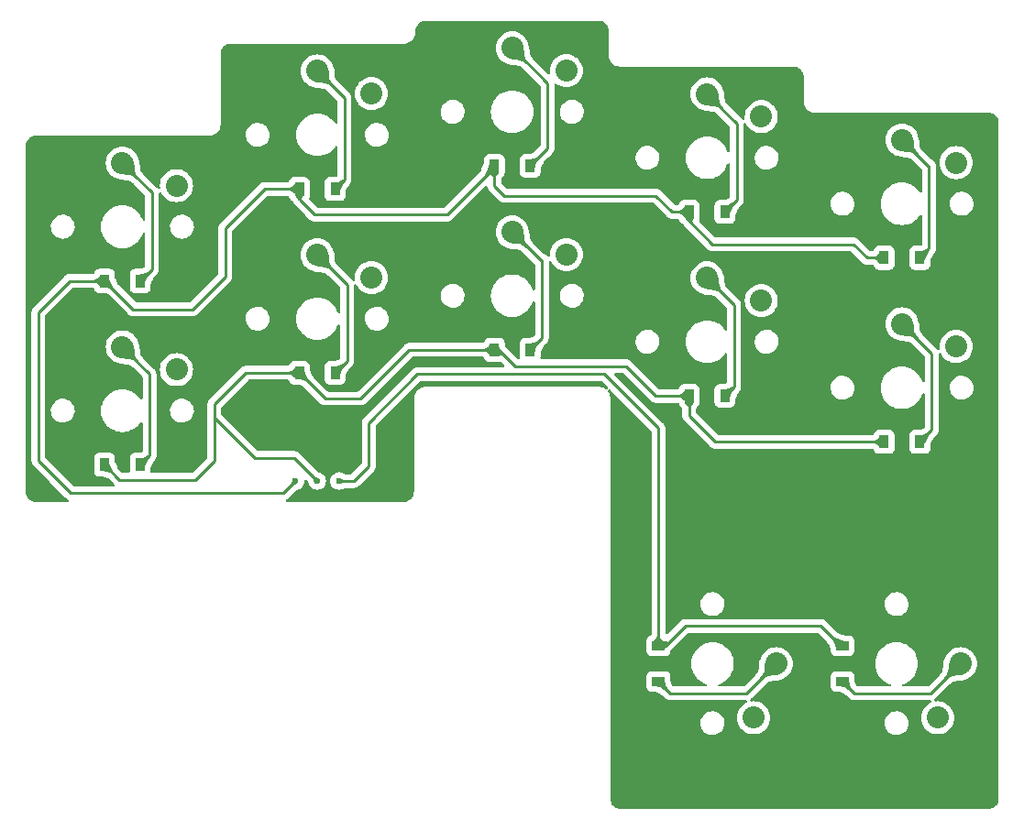
<source format=gbl>
G04 #@! TF.GenerationSoftware,KiCad,Pcbnew,7.0.8*
G04 #@! TF.CreationDate,2024-04-01T22:38:08+01:00*
G04 #@! TF.ProjectId,left,6c656674-2e6b-4696-9361-645f70636258,v1.0.0*
G04 #@! TF.SameCoordinates,Original*
G04 #@! TF.FileFunction,Copper,L2,Bot*
G04 #@! TF.FilePolarity,Positive*
%FSLAX46Y46*%
G04 Gerber Fmt 4.6, Leading zero omitted, Abs format (unit mm)*
G04 Created by KiCad (PCBNEW 7.0.8) date 2024-04-01 22:38:08*
%MOMM*%
%LPD*%
G01*
G04 APERTURE LIST*
G04 #@! TA.AperFunction,ComponentPad*
%ADD10C,2.032000*%
G04 #@! TD*
G04 #@! TA.AperFunction,SMDPad,CuDef*
%ADD11R,0.900000X1.200000*%
G04 #@! TD*
G04 #@! TA.AperFunction,SMDPad,CuDef*
%ADD12R,1.200000X0.900000*%
G04 #@! TD*
G04 #@! TA.AperFunction,ComponentPad*
%ADD13C,0.600000*%
G04 #@! TD*
G04 #@! TA.AperFunction,ViaPad*
%ADD14C,0.800000*%
G04 #@! TD*
G04 #@! TA.AperFunction,Conductor*
%ADD15C,0.250000*%
G04 #@! TD*
G04 APERTURE END LIST*
D10*
X114000000Y-132325000D03*
X109000000Y-130225000D03*
X114000000Y-115325000D03*
X109000000Y-113225000D03*
X132000000Y-123825000D03*
X127000000Y-121725000D03*
X132000000Y-106825000D03*
X127000000Y-104725000D03*
X150000000Y-121700000D03*
X145000000Y-119600000D03*
X150000000Y-104700000D03*
X145000000Y-102600000D03*
X168000000Y-125950000D03*
X163000000Y-123850000D03*
X168000000Y-108950000D03*
X163000000Y-106850000D03*
X186000000Y-130200000D03*
X181000000Y-128100000D03*
X186000000Y-113200000D03*
X181000000Y-111100000D03*
X167300000Y-164500000D03*
X169400000Y-159500000D03*
X184300000Y-164500000D03*
X186400000Y-159500000D03*
D11*
X107350000Y-141125000D03*
X110650000Y-141125000D03*
X107350000Y-124125000D03*
X110650000Y-124125000D03*
X125350000Y-132625000D03*
X128650000Y-132625000D03*
X125350000Y-115625000D03*
X128650000Y-115625000D03*
X143350000Y-130500000D03*
X146650000Y-130500000D03*
X143350000Y-113500000D03*
X146650000Y-113500000D03*
X161350000Y-134750000D03*
X164650000Y-134750000D03*
X161350000Y-117750000D03*
X164650000Y-117750000D03*
X179350000Y-139000000D03*
X182650000Y-139000000D03*
X179350000Y-122000000D03*
X182650000Y-122000000D03*
D12*
X158500000Y-157850000D03*
X158500000Y-161150000D03*
X175500000Y-157850000D03*
X175500000Y-161150000D03*
D13*
X125000000Y-142625000D03*
X127000000Y-142625000D03*
X129000000Y-142625000D03*
D14*
X120000000Y-130500000D03*
X124000000Y-137750000D03*
D15*
X115750000Y-142500000D02*
X117500000Y-140750000D01*
X107350000Y-141125000D02*
X108487500Y-142262500D01*
X108487500Y-142262500D02*
X108725000Y-142500000D01*
X108725000Y-142500000D02*
X115750000Y-142500000D01*
X117500000Y-140750000D02*
X117500000Y-135500000D01*
X117500000Y-136750000D02*
X121250000Y-140500000D01*
X124875000Y-140500000D02*
X127000000Y-142625000D01*
X121250000Y-140500000D02*
X124875000Y-140500000D01*
X125000000Y-142625000D02*
X123875000Y-143750000D01*
X123875000Y-143750000D02*
X104250000Y-143750000D01*
X104250000Y-143750000D02*
X101250000Y-140750000D01*
X101250000Y-140750000D02*
X101250000Y-127000000D01*
X101250000Y-127000000D02*
X104125000Y-124125000D01*
X104125000Y-124125000D02*
X107350000Y-124125000D01*
X117500000Y-135500000D02*
X117500000Y-136750000D01*
X163500000Y-120750000D02*
X176500000Y-120750000D01*
X161350000Y-117750000D02*
X161350000Y-118600000D01*
X161350000Y-118600000D02*
X163500000Y-120750000D01*
X176500000Y-120750000D02*
X177750000Y-122000000D01*
X177750000Y-122000000D02*
X179350000Y-122000000D01*
X144250000Y-116250000D02*
X158250000Y-116250000D01*
X143350000Y-113500000D02*
X143350000Y-115350000D01*
X143350000Y-115350000D02*
X144250000Y-116250000D01*
X158250000Y-116250000D02*
X159750000Y-117750000D01*
X159750000Y-117750000D02*
X161350000Y-117750000D01*
X125350000Y-115625000D02*
X125350000Y-116600000D01*
X143350000Y-113650000D02*
X143350000Y-113500000D01*
X125350000Y-116600000D02*
X126750000Y-118000000D01*
X126750000Y-118000000D02*
X139000000Y-118000000D01*
X139000000Y-118000000D02*
X143350000Y-113650000D01*
X107350000Y-124125000D02*
X107375000Y-124125000D01*
X107375000Y-124125000D02*
X110000000Y-126750000D01*
X118500000Y-119250000D02*
X122125000Y-115625000D01*
X110000000Y-126750000D02*
X115500000Y-126750000D01*
X122125000Y-115625000D02*
X125350000Y-115625000D01*
X115500000Y-126750000D02*
X118500000Y-123750000D01*
X118500000Y-123750000D02*
X118500000Y-119250000D01*
X125350000Y-132625000D02*
X120375000Y-132625000D01*
X120375000Y-132625000D02*
X117500000Y-135500000D01*
X135500000Y-130500000D02*
X131000000Y-135000000D01*
X143350000Y-130500000D02*
X135500000Y-130500000D01*
X131000000Y-135000000D02*
X127725000Y-135000000D01*
X127725000Y-135000000D02*
X125350000Y-132625000D01*
X161350000Y-134750000D02*
X158250000Y-134750000D01*
X158250000Y-134750000D02*
X155500000Y-132000000D01*
X155500000Y-132000000D02*
X145250000Y-132000000D01*
X145250000Y-132000000D02*
X143750000Y-130500000D01*
X143750000Y-130500000D02*
X143350000Y-130500000D01*
X179350000Y-139000000D02*
X163750000Y-139000000D01*
X163750000Y-139000000D02*
X161350000Y-136600000D01*
X161350000Y-136600000D02*
X161350000Y-134750000D01*
X129000000Y-142625000D02*
X130375000Y-142625000D01*
X130375000Y-142625000D02*
X131750000Y-141250000D01*
X131750000Y-141250000D02*
X131750000Y-137250000D01*
X158500000Y-137750000D02*
X158500000Y-157850000D01*
X131750000Y-137250000D02*
X136250000Y-132750000D01*
X136250000Y-132750000D02*
X153500000Y-132750000D01*
X153500000Y-132750000D02*
X158500000Y-137750000D01*
X173500000Y-156000000D02*
X161000000Y-156000000D01*
X175500000Y-157850000D02*
X175350000Y-157850000D01*
X175350000Y-157850000D02*
X173500000Y-156000000D01*
X159150000Y-157850000D02*
X158500000Y-157850000D01*
X161000000Y-156000000D02*
X159150000Y-157850000D01*
X186400000Y-159500000D02*
X183650000Y-162250000D01*
X183650000Y-162250000D02*
X176600000Y-162250000D01*
X176600000Y-162250000D02*
X175500000Y-161150000D01*
X169400000Y-159500000D02*
X166650000Y-162250000D01*
X166650000Y-162250000D02*
X159600000Y-162250000D01*
X159600000Y-162250000D02*
X158500000Y-161150000D01*
X147650000Y-122250000D02*
X147750000Y-122250000D01*
X145000000Y-119600000D02*
X147650000Y-122250000D01*
X147750000Y-122250000D02*
X147750000Y-129400000D01*
X147750000Y-129400000D02*
X146650000Y-130500000D01*
X163000000Y-123850000D02*
X165500000Y-126350000D01*
X165500000Y-126350000D02*
X165500000Y-133900000D01*
X165500000Y-133900000D02*
X164650000Y-134750000D01*
X181000000Y-128100000D02*
X183750000Y-130850000D01*
X183750000Y-130850000D02*
X183750000Y-137900000D01*
X183750000Y-137900000D02*
X182650000Y-139000000D01*
X183400000Y-113500000D02*
X183500000Y-113500000D01*
X181000000Y-111100000D02*
X183400000Y-113500000D01*
X183500000Y-113500000D02*
X183500000Y-121150000D01*
X183500000Y-121150000D02*
X182650000Y-122000000D01*
X163000000Y-106850000D02*
X165750000Y-109600000D01*
X165750000Y-109600000D02*
X165750000Y-116650000D01*
X165750000Y-116650000D02*
X164650000Y-117750000D01*
X145000000Y-102600000D02*
X148250000Y-105850000D01*
X148250000Y-105850000D02*
X148250000Y-111900000D01*
X148250000Y-111900000D02*
X146650000Y-113500000D01*
X127000000Y-121725000D02*
X129750000Y-124475000D01*
X129750000Y-124475000D02*
X129750000Y-131525000D01*
X129750000Y-131525000D02*
X128650000Y-132625000D01*
X109000000Y-130225000D02*
X111500000Y-132725000D01*
X111500000Y-140275000D02*
X110650000Y-141125000D01*
X111500000Y-132725000D02*
X111500000Y-140275000D01*
X127000000Y-104725000D02*
X129500000Y-107225000D01*
X129500000Y-107225000D02*
X129500000Y-114775000D01*
X129500000Y-114775000D02*
X128650000Y-115625000D01*
X109000000Y-113225000D02*
X111750000Y-115975000D01*
X111750000Y-115975000D02*
X111750000Y-123025000D01*
X111750000Y-123025000D02*
X110650000Y-124125000D01*
G04 #@! TA.AperFunction,Conductor*
G36*
X153002695Y-100075735D02*
G01*
X153149728Y-100088599D01*
X153171013Y-100092352D01*
X153250805Y-100113732D01*
X153305720Y-100128446D01*
X153326028Y-100135838D01*
X153452418Y-100194775D01*
X153471136Y-100205582D01*
X153585370Y-100285569D01*
X153601928Y-100299463D01*
X153700536Y-100398071D01*
X153714430Y-100414629D01*
X153794417Y-100528863D01*
X153805224Y-100547581D01*
X153864160Y-100673968D01*
X153871553Y-100694280D01*
X153907647Y-100828986D01*
X153911400Y-100850271D01*
X153916268Y-100905906D01*
X153923335Y-100986688D01*
X153924264Y-100997299D01*
X153924500Y-101002705D01*
X153924500Y-103344094D01*
X153957179Y-103529423D01*
X154021542Y-103706259D01*
X154021545Y-103706266D01*
X154097117Y-103837160D01*
X154115637Y-103869238D01*
X154236602Y-104013398D01*
X154380762Y-104134363D01*
X154543738Y-104228457D01*
X154720577Y-104292821D01*
X154905906Y-104325500D01*
X154972520Y-104325500D01*
X170975469Y-104325500D01*
X170997294Y-104325500D01*
X171002695Y-104325735D01*
X171149728Y-104338599D01*
X171171013Y-104342352D01*
X171250805Y-104363732D01*
X171305720Y-104378446D01*
X171326028Y-104385838D01*
X171452418Y-104444775D01*
X171471135Y-104455581D01*
X171549701Y-104510594D01*
X171585370Y-104535569D01*
X171601928Y-104549463D01*
X171700536Y-104648071D01*
X171714430Y-104664629D01*
X171794417Y-104778863D01*
X171805224Y-104797581D01*
X171864160Y-104923968D01*
X171871553Y-104944280D01*
X171907647Y-105078986D01*
X171911400Y-105100271D01*
X171916268Y-105155906D01*
X171923335Y-105236688D01*
X171924264Y-105247299D01*
X171924500Y-105252705D01*
X171924500Y-107475469D01*
X171924500Y-107500000D01*
X171924500Y-107594094D01*
X171957179Y-107779423D01*
X172017437Y-107944982D01*
X172021542Y-107956259D01*
X172021545Y-107956266D01*
X172097117Y-108087160D01*
X172115637Y-108119238D01*
X172236602Y-108263398D01*
X172380762Y-108384363D01*
X172543738Y-108478457D01*
X172720577Y-108542821D01*
X172905906Y-108575500D01*
X172972520Y-108575500D01*
X188975469Y-108575500D01*
X188997294Y-108575500D01*
X189002695Y-108575735D01*
X189149728Y-108588599D01*
X189171013Y-108592352D01*
X189250805Y-108613732D01*
X189305720Y-108628446D01*
X189326028Y-108635838D01*
X189452418Y-108694775D01*
X189471135Y-108705581D01*
X189566015Y-108772017D01*
X189585370Y-108785569D01*
X189601928Y-108799463D01*
X189700536Y-108898071D01*
X189714430Y-108914629D01*
X189794417Y-109028863D01*
X189805224Y-109047581D01*
X189864160Y-109173968D01*
X189871553Y-109194280D01*
X189907647Y-109328986D01*
X189911400Y-109350271D01*
X189913100Y-109369697D01*
X189923335Y-109486688D01*
X189924264Y-109497299D01*
X189924500Y-109502705D01*
X189924500Y-171997294D01*
X189924264Y-172002700D01*
X189911400Y-172149728D01*
X189907647Y-172171013D01*
X189871553Y-172305719D01*
X189864160Y-172326031D01*
X189805224Y-172452418D01*
X189794417Y-172471136D01*
X189714430Y-172585370D01*
X189700536Y-172601928D01*
X189601928Y-172700536D01*
X189585370Y-172714430D01*
X189471136Y-172794417D01*
X189452418Y-172805224D01*
X189326031Y-172864160D01*
X189305719Y-172871553D01*
X189171013Y-172907647D01*
X189149728Y-172911400D01*
X189035977Y-172921352D01*
X189002695Y-172924264D01*
X188997294Y-172924500D01*
X155002706Y-172924500D01*
X154997304Y-172924264D01*
X154960648Y-172921057D01*
X154850271Y-172911400D01*
X154828986Y-172907647D01*
X154694280Y-172871553D01*
X154673968Y-172864160D01*
X154547581Y-172805224D01*
X154528863Y-172794417D01*
X154414629Y-172714430D01*
X154398071Y-172700536D01*
X154299463Y-172601928D01*
X154285569Y-172585370D01*
X154205582Y-172471136D01*
X154194775Y-172452418D01*
X154135839Y-172326031D01*
X154128446Y-172305719D01*
X154092352Y-172171013D01*
X154088599Y-172149727D01*
X154075736Y-172002700D01*
X154075500Y-171997294D01*
X154075500Y-164947355D01*
X162394843Y-164947355D01*
X162404852Y-165157459D01*
X162454442Y-165361871D01*
X162499082Y-165459619D01*
X162541820Y-165553204D01*
X162541824Y-165553210D01*
X162663826Y-165724539D01*
X162663831Y-165724544D01*
X162816063Y-165869697D01*
X162993014Y-165983416D01*
X163188288Y-166061593D01*
X163317084Y-166086416D01*
X163394828Y-166101400D01*
X163394829Y-166101400D01*
X163552461Y-166101400D01*
X163552468Y-166101400D01*
X163709389Y-166086416D01*
X163911211Y-166027156D01*
X164098170Y-165930771D01*
X164263510Y-165800747D01*
X164401255Y-165641781D01*
X164506426Y-165459619D01*
X164575222Y-165260846D01*
X164605157Y-165052645D01*
X164595148Y-164842541D01*
X164545558Y-164638129D01*
X164458179Y-164446795D01*
X164395109Y-164358225D01*
X164336173Y-164275460D01*
X164336167Y-164275454D01*
X164183939Y-164130305D01*
X164183937Y-164130303D01*
X164006986Y-164016584D01*
X164006984Y-164016583D01*
X163811721Y-163938410D01*
X163811714Y-163938407D01*
X163811712Y-163938407D01*
X163811709Y-163938406D01*
X163811708Y-163938406D01*
X163605172Y-163898600D01*
X163605171Y-163898600D01*
X163447532Y-163898600D01*
X163290611Y-163913584D01*
X163290607Y-163913585D01*
X163088791Y-163972843D01*
X162901831Y-164069228D01*
X162736490Y-164199252D01*
X162736489Y-164199253D01*
X162598749Y-164358214D01*
X162598740Y-164358225D01*
X162493574Y-164540379D01*
X162424779Y-164739148D01*
X162424778Y-164739153D01*
X162424778Y-164739154D01*
X162394843Y-164947355D01*
X154075500Y-164947355D01*
X154075500Y-161648654D01*
X157391500Y-161648654D01*
X157398011Y-161709202D01*
X157398011Y-161709204D01*
X157449111Y-161846204D01*
X157536739Y-161963261D01*
X157653796Y-162050889D01*
X157790799Y-162101989D01*
X157818050Y-162104918D01*
X157851345Y-162108499D01*
X157851362Y-162108500D01*
X158216405Y-162108500D01*
X158245829Y-162112042D01*
X158336123Y-162134098D01*
X158342251Y-162135934D01*
X158367414Y-162144912D01*
X158461447Y-162178465D01*
X158466935Y-162180726D01*
X158592162Y-162239504D01*
X158596964Y-162242022D01*
X158728392Y-162318506D01*
X158732557Y-162321159D01*
X158863219Y-162411905D01*
X158880166Y-162426071D01*
X159092912Y-162638817D01*
X159102819Y-162651183D01*
X159103029Y-162651010D01*
X159107996Y-162657015D01*
X159159079Y-162704984D01*
X159180224Y-162726130D01*
X159185813Y-162730466D01*
X159190245Y-162734252D01*
X159211853Y-162754542D01*
X159224680Y-162766587D01*
X159242562Y-162776417D01*
X159258829Y-162787102D01*
X159274960Y-162799615D01*
X159296838Y-162809081D01*
X159318307Y-162818371D01*
X159323533Y-162820931D01*
X159364940Y-162843695D01*
X159384716Y-162848772D01*
X159403124Y-162855075D01*
X159421850Y-162863179D01*
X159421852Y-162863180D01*
X159421853Y-162863180D01*
X159421855Y-162863181D01*
X159462784Y-162869663D01*
X159468503Y-162870569D01*
X159474212Y-162871751D01*
X159519970Y-162883500D01*
X159540384Y-162883500D01*
X159559783Y-162885027D01*
X159579943Y-162888220D01*
X159626966Y-162883775D01*
X159632804Y-162883500D01*
X166566366Y-162883500D01*
X166582113Y-162885238D01*
X166582139Y-162884968D01*
X166597673Y-162886436D01*
X166597452Y-162888769D01*
X166653721Y-162903374D01*
X166701124Y-162954703D01*
X166713252Y-163023512D01*
X166686253Y-163087955D01*
X166637473Y-163124319D01*
X166605750Y-163137459D01*
X166401153Y-163262837D01*
X166401148Y-163262841D01*
X166218682Y-163418682D01*
X166062841Y-163601148D01*
X166062837Y-163601153D01*
X165937459Y-163805751D01*
X165937457Y-163805754D01*
X165845630Y-164027445D01*
X165845630Y-164027446D01*
X165789612Y-164260780D01*
X165770786Y-164500000D01*
X165789612Y-164739219D01*
X165845630Y-164972553D01*
X165845630Y-164972554D01*
X165937457Y-165194245D01*
X165937459Y-165194248D01*
X166062837Y-165398846D01*
X166062841Y-165398851D01*
X166114742Y-165459619D01*
X166218682Y-165581318D01*
X166335481Y-165681073D01*
X166401148Y-165737158D01*
X166401153Y-165737162D01*
X166605751Y-165862540D01*
X166605754Y-165862542D01*
X166827446Y-165954369D01*
X166885779Y-165968373D01*
X167060778Y-166010387D01*
X167300000Y-166029214D01*
X167539222Y-166010387D01*
X167772553Y-165954369D01*
X167772554Y-165954369D01*
X167994245Y-165862542D01*
X167994246Y-165862541D01*
X167994249Y-165862540D01*
X168198849Y-165737160D01*
X168381318Y-165581318D01*
X168537160Y-165398849D01*
X168662540Y-165194249D01*
X168721194Y-165052645D01*
X168754369Y-164972554D01*
X168754369Y-164972553D01*
X168760418Y-164947357D01*
X168760418Y-164947355D01*
X179394843Y-164947355D01*
X179404852Y-165157459D01*
X179454442Y-165361871D01*
X179499082Y-165459619D01*
X179541820Y-165553204D01*
X179541824Y-165553210D01*
X179663826Y-165724539D01*
X179663831Y-165724544D01*
X179816063Y-165869697D01*
X179993014Y-165983416D01*
X180188288Y-166061593D01*
X180317084Y-166086416D01*
X180394828Y-166101400D01*
X180394829Y-166101400D01*
X180552461Y-166101400D01*
X180552468Y-166101400D01*
X180709389Y-166086416D01*
X180911211Y-166027156D01*
X181098170Y-165930771D01*
X181263510Y-165800747D01*
X181401255Y-165641781D01*
X181506426Y-165459619D01*
X181575222Y-165260846D01*
X181605157Y-165052645D01*
X181595148Y-164842541D01*
X181545558Y-164638129D01*
X181458179Y-164446795D01*
X181395109Y-164358225D01*
X181336173Y-164275460D01*
X181336167Y-164275454D01*
X181183939Y-164130305D01*
X181183937Y-164130303D01*
X181006986Y-164016584D01*
X181006984Y-164016583D01*
X180811721Y-163938410D01*
X180811714Y-163938407D01*
X180811712Y-163938407D01*
X180811709Y-163938406D01*
X180811708Y-163938406D01*
X180605172Y-163898600D01*
X180605171Y-163898600D01*
X180447532Y-163898600D01*
X180290611Y-163913584D01*
X180290607Y-163913585D01*
X180088791Y-163972843D01*
X179901831Y-164069228D01*
X179736490Y-164199252D01*
X179736489Y-164199253D01*
X179598749Y-164358214D01*
X179598740Y-164358225D01*
X179493574Y-164540379D01*
X179424779Y-164739148D01*
X179424778Y-164739153D01*
X179424778Y-164739154D01*
X179394843Y-164947355D01*
X168760418Y-164947355D01*
X168810387Y-164739222D01*
X168829214Y-164500000D01*
X168810387Y-164260778D01*
X168754369Y-164027447D01*
X168754369Y-164027446D01*
X168754369Y-164027445D01*
X168662542Y-163805754D01*
X168662540Y-163805751D01*
X168537162Y-163601153D01*
X168537158Y-163601148D01*
X168481073Y-163535481D01*
X168381318Y-163418682D01*
X168281561Y-163333482D01*
X168198851Y-163262841D01*
X168198846Y-163262837D01*
X167994248Y-163137459D01*
X167994245Y-163137457D01*
X167772553Y-163045630D01*
X167539218Y-162989612D01*
X167539219Y-162989612D01*
X167322342Y-162972544D01*
X167300000Y-162970786D01*
X167299999Y-162970786D01*
X167113206Y-162985486D01*
X167044829Y-162971121D01*
X166995073Y-162922070D01*
X166979734Y-162853905D01*
X167003683Y-162788268D01*
X167035413Y-162759604D01*
X167035196Y-162759325D01*
X167038926Y-162756431D01*
X167040365Y-162755131D01*
X167041362Y-162754542D01*
X167055802Y-162740100D01*
X167070592Y-162727470D01*
X167087107Y-162715472D01*
X167117222Y-162679067D01*
X167121126Y-162674776D01*
X168147248Y-161648654D01*
X174391500Y-161648654D01*
X174398011Y-161709202D01*
X174398011Y-161709204D01*
X174449111Y-161846204D01*
X174536739Y-161963261D01*
X174653796Y-162050889D01*
X174790799Y-162101989D01*
X174818050Y-162104918D01*
X174851345Y-162108499D01*
X174851362Y-162108500D01*
X175216405Y-162108500D01*
X175245829Y-162112042D01*
X175336123Y-162134098D01*
X175342251Y-162135934D01*
X175367414Y-162144912D01*
X175461447Y-162178465D01*
X175466935Y-162180726D01*
X175592162Y-162239504D01*
X175596964Y-162242022D01*
X175728392Y-162318506D01*
X175732557Y-162321159D01*
X175863219Y-162411905D01*
X175880166Y-162426071D01*
X176092912Y-162638817D01*
X176102819Y-162651183D01*
X176103029Y-162651010D01*
X176107996Y-162657015D01*
X176159079Y-162704984D01*
X176180224Y-162726130D01*
X176185813Y-162730466D01*
X176190245Y-162734252D01*
X176211853Y-162754542D01*
X176224680Y-162766587D01*
X176242562Y-162776417D01*
X176258829Y-162787102D01*
X176274960Y-162799615D01*
X176296838Y-162809081D01*
X176318307Y-162818371D01*
X176323533Y-162820931D01*
X176364940Y-162843695D01*
X176384716Y-162848772D01*
X176403124Y-162855075D01*
X176421850Y-162863179D01*
X176421852Y-162863180D01*
X176421853Y-162863180D01*
X176421855Y-162863181D01*
X176462784Y-162869663D01*
X176468503Y-162870569D01*
X176474212Y-162871751D01*
X176519970Y-162883500D01*
X176540384Y-162883500D01*
X176559783Y-162885027D01*
X176579943Y-162888220D01*
X176626966Y-162883775D01*
X176632804Y-162883500D01*
X183566366Y-162883500D01*
X183582113Y-162885238D01*
X183582139Y-162884968D01*
X183597673Y-162886436D01*
X183597452Y-162888769D01*
X183653721Y-162903374D01*
X183701124Y-162954703D01*
X183713252Y-163023512D01*
X183686253Y-163087955D01*
X183637473Y-163124319D01*
X183605750Y-163137459D01*
X183401153Y-163262837D01*
X183401148Y-163262841D01*
X183218682Y-163418682D01*
X183062841Y-163601148D01*
X183062837Y-163601153D01*
X182937459Y-163805751D01*
X182937457Y-163805754D01*
X182845630Y-164027445D01*
X182845630Y-164027446D01*
X182789612Y-164260780D01*
X182770786Y-164500000D01*
X182789612Y-164739219D01*
X182845630Y-164972553D01*
X182845630Y-164972554D01*
X182937457Y-165194245D01*
X182937459Y-165194248D01*
X183062837Y-165398846D01*
X183062841Y-165398851D01*
X183114742Y-165459619D01*
X183218682Y-165581318D01*
X183335481Y-165681073D01*
X183401148Y-165737158D01*
X183401153Y-165737162D01*
X183605751Y-165862540D01*
X183605754Y-165862542D01*
X183827446Y-165954369D01*
X183885779Y-165968373D01*
X184060778Y-166010387D01*
X184300000Y-166029214D01*
X184539222Y-166010387D01*
X184772553Y-165954369D01*
X184772554Y-165954369D01*
X184994245Y-165862542D01*
X184994246Y-165862541D01*
X184994249Y-165862540D01*
X185198849Y-165737160D01*
X185381318Y-165581318D01*
X185537160Y-165398849D01*
X185662540Y-165194249D01*
X185721194Y-165052645D01*
X185754369Y-164972554D01*
X185754369Y-164972553D01*
X185760418Y-164947357D01*
X185810387Y-164739222D01*
X185829214Y-164500000D01*
X185810387Y-164260778D01*
X185754369Y-164027447D01*
X185754369Y-164027446D01*
X185754369Y-164027445D01*
X185662542Y-163805754D01*
X185662540Y-163805751D01*
X185537162Y-163601153D01*
X185537158Y-163601148D01*
X185481073Y-163535481D01*
X185381318Y-163418682D01*
X185281561Y-163333482D01*
X185198851Y-163262841D01*
X185198846Y-163262837D01*
X184994248Y-163137459D01*
X184994245Y-163137457D01*
X184772553Y-163045630D01*
X184539218Y-162989612D01*
X184539219Y-162989612D01*
X184322342Y-162972544D01*
X184300000Y-162970786D01*
X184299999Y-162970786D01*
X184113206Y-162985486D01*
X184044829Y-162971121D01*
X183995073Y-162922070D01*
X183979734Y-162853905D01*
X184003683Y-162788268D01*
X184035413Y-162759604D01*
X184035196Y-162759325D01*
X184038926Y-162756431D01*
X184040365Y-162755131D01*
X184041362Y-162754542D01*
X184055802Y-162740100D01*
X184070592Y-162727470D01*
X184087107Y-162715472D01*
X184117222Y-162679067D01*
X184121126Y-162674776D01*
X185368972Y-161426930D01*
X185386993Y-161412029D01*
X185389096Y-161410599D01*
X185389107Y-161410594D01*
X185646609Y-161207412D01*
X185681500Y-161188060D01*
X185808701Y-161142377D01*
X185838885Y-161135637D01*
X186060651Y-161114584D01*
X186417743Y-161077672D01*
X186417750Y-161077670D01*
X186417757Y-161077670D01*
X186422066Y-161077020D01*
X186441392Y-161074108D01*
X186466979Y-161069024D01*
X186490187Y-161063279D01*
X186786185Y-160975194D01*
X186789384Y-160974335D01*
X186872553Y-160954369D01*
X186911387Y-160938282D01*
X186917415Y-160936143D01*
X186929174Y-160932645D01*
X186941744Y-160928549D01*
X186949106Y-160925939D01*
X186949107Y-160925939D01*
X186975584Y-160914120D01*
X187023212Y-160892861D01*
X187023228Y-160892848D01*
X187024682Y-160891996D01*
X187032355Y-160888176D01*
X187094249Y-160862540D01*
X187298849Y-160737160D01*
X187481318Y-160581318D01*
X187637160Y-160398849D01*
X187762540Y-160194249D01*
X187805185Y-160091295D01*
X187854369Y-159972554D01*
X187854369Y-159972553D01*
X187886349Y-159839347D01*
X187910387Y-159739222D01*
X187929214Y-159500000D01*
X187910387Y-159260778D01*
X187873041Y-159105224D01*
X187854369Y-159027446D01*
X187854369Y-159027445D01*
X187762542Y-158805754D01*
X187762540Y-158805751D01*
X187637162Y-158601153D01*
X187637158Y-158601148D01*
X187581073Y-158535481D01*
X187481318Y-158418682D01*
X187331562Y-158290779D01*
X187298851Y-158262841D01*
X187298846Y-158262837D01*
X187094248Y-158137459D01*
X187094245Y-158137457D01*
X186872553Y-158045630D01*
X186639218Y-157989612D01*
X186639219Y-157989612D01*
X186400000Y-157970786D01*
X186160780Y-157989612D01*
X185927446Y-158045630D01*
X185927445Y-158045630D01*
X185705754Y-158137457D01*
X185705751Y-158137459D01*
X185501153Y-158262837D01*
X185501148Y-158262841D01*
X185318682Y-158418682D01*
X185162841Y-158601148D01*
X185162837Y-158601153D01*
X185037459Y-158805750D01*
X184975224Y-158956001D01*
X184965470Y-158977154D01*
X184965469Y-158977156D01*
X184963852Y-158982590D01*
X184961710Y-158988626D01*
X184945630Y-159027449D01*
X184925670Y-159110587D01*
X184924807Y-159113798D01*
X184836722Y-159409799D01*
X184830977Y-159433003D01*
X184830978Y-159433002D01*
X184825896Y-159458568D01*
X184822328Y-159482237D01*
X184820492Y-159500000D01*
X184785414Y-159839347D01*
X184764361Y-160061103D01*
X184757618Y-160091295D01*
X184711938Y-160218490D01*
X184692583Y-160253387D01*
X184489399Y-160510900D01*
X184480618Y-160522598D01*
X184474867Y-160529226D01*
X183423914Y-161580181D01*
X183362591Y-161613666D01*
X183336233Y-161616500D01*
X181135620Y-161616500D01*
X181068581Y-161596815D01*
X181022826Y-161544011D01*
X181012882Y-161474853D01*
X181041907Y-161411297D01*
X181092285Y-161376318D01*
X181318375Y-161291992D01*
X181565073Y-161157285D01*
X181790088Y-160988841D01*
X181988841Y-160790088D01*
X182157285Y-160565073D01*
X182291992Y-160318375D01*
X182390219Y-160055018D01*
X182449967Y-159780363D01*
X182470019Y-159500000D01*
X182449967Y-159219637D01*
X182390219Y-158944982D01*
X182291992Y-158681625D01*
X182248048Y-158601148D01*
X182157288Y-158434932D01*
X182157283Y-158434924D01*
X181988847Y-158209919D01*
X181988831Y-158209901D01*
X181790098Y-158011168D01*
X181790080Y-158011152D01*
X181565075Y-157842716D01*
X181565067Y-157842711D01*
X181318380Y-157708010D01*
X181318376Y-157708008D01*
X181217466Y-157670371D01*
X181055018Y-157609781D01*
X181055014Y-157609780D01*
X181055011Y-157609779D01*
X180780371Y-157550034D01*
X180780364Y-157550033D01*
X180570175Y-157535000D01*
X180429825Y-157535000D01*
X180219635Y-157550033D01*
X180219628Y-157550034D01*
X179944988Y-157609779D01*
X179944983Y-157609780D01*
X179944982Y-157609781D01*
X179881309Y-157633529D01*
X179681623Y-157708008D01*
X179681619Y-157708010D01*
X179434932Y-157842711D01*
X179434924Y-157842716D01*
X179209919Y-158011152D01*
X179209901Y-158011168D01*
X179011168Y-158209901D01*
X179011152Y-158209919D01*
X178842716Y-158434924D01*
X178842711Y-158434932D01*
X178708010Y-158681619D01*
X178708008Y-158681623D01*
X178609779Y-158944988D01*
X178550034Y-159219628D01*
X178550033Y-159219635D01*
X178529981Y-159499998D01*
X178529981Y-159500001D01*
X178550033Y-159780364D01*
X178550034Y-159780371D01*
X178609779Y-160055011D01*
X178609781Y-160055018D01*
X178663115Y-160198011D01*
X178708008Y-160318376D01*
X178708010Y-160318380D01*
X178842711Y-160565067D01*
X178842716Y-160565075D01*
X179011152Y-160790080D01*
X179011168Y-160790098D01*
X179209901Y-160988831D01*
X179209919Y-160988847D01*
X179434924Y-161157283D01*
X179434932Y-161157288D01*
X179681619Y-161291989D01*
X179681623Y-161291991D01*
X179681625Y-161291992D01*
X179907714Y-161376318D01*
X179963647Y-161418189D01*
X179988064Y-161483654D01*
X179973212Y-161551927D01*
X179923807Y-161601332D01*
X179864380Y-161616500D01*
X176913767Y-161616500D01*
X176846728Y-161596815D01*
X176826084Y-161580179D01*
X176801120Y-161555214D01*
X176777554Y-161522303D01*
X176774147Y-161515383D01*
X176772501Y-161511749D01*
X176737326Y-161426935D01*
X176733688Y-161418164D01*
X176732601Y-161415346D01*
X176731150Y-161411297D01*
X176689386Y-161294719D01*
X176643438Y-161149004D01*
X176622348Y-161074108D01*
X176613142Y-161041414D01*
X176608500Y-161007804D01*
X176608500Y-160651362D01*
X176608499Y-160651345D01*
X176605157Y-160620270D01*
X176601989Y-160590799D01*
X176598452Y-160581317D01*
X176572186Y-160510896D01*
X176550889Y-160453796D01*
X176463261Y-160336739D01*
X176346204Y-160249111D01*
X176209203Y-160198011D01*
X176148654Y-160191500D01*
X176148638Y-160191500D01*
X174851362Y-160191500D01*
X174851345Y-160191500D01*
X174790797Y-160198011D01*
X174790795Y-160198011D01*
X174653795Y-160249111D01*
X174536739Y-160336739D01*
X174449111Y-160453795D01*
X174398011Y-160590795D01*
X174398011Y-160590797D01*
X174391500Y-160651345D01*
X174391500Y-161648654D01*
X168147248Y-161648654D01*
X168368972Y-161426930D01*
X168386993Y-161412029D01*
X168389096Y-161410599D01*
X168389107Y-161410594D01*
X168646609Y-161207412D01*
X168681500Y-161188060D01*
X168808701Y-161142377D01*
X168838885Y-161135637D01*
X169060651Y-161114584D01*
X169417743Y-161077672D01*
X169417750Y-161077670D01*
X169417757Y-161077670D01*
X169422066Y-161077020D01*
X169441392Y-161074108D01*
X169466979Y-161069024D01*
X169490187Y-161063279D01*
X169786185Y-160975194D01*
X169789384Y-160974335D01*
X169872553Y-160954369D01*
X169911387Y-160938282D01*
X169917415Y-160936143D01*
X169929174Y-160932645D01*
X169941744Y-160928549D01*
X169949106Y-160925939D01*
X169949107Y-160925939D01*
X169975584Y-160914120D01*
X170023212Y-160892861D01*
X170023228Y-160892848D01*
X170024682Y-160891996D01*
X170032355Y-160888176D01*
X170094249Y-160862540D01*
X170298849Y-160737160D01*
X170481318Y-160581318D01*
X170637160Y-160398849D01*
X170762540Y-160194249D01*
X170805185Y-160091295D01*
X170854369Y-159972554D01*
X170854369Y-159972553D01*
X170886349Y-159839347D01*
X170910387Y-159739222D01*
X170929214Y-159500000D01*
X170910387Y-159260778D01*
X170873041Y-159105224D01*
X170854369Y-159027446D01*
X170854369Y-159027445D01*
X170762542Y-158805754D01*
X170762540Y-158805751D01*
X170637162Y-158601153D01*
X170637158Y-158601148D01*
X170581073Y-158535481D01*
X170481318Y-158418682D01*
X170331562Y-158290779D01*
X170298851Y-158262841D01*
X170298846Y-158262837D01*
X170094248Y-158137459D01*
X170094245Y-158137457D01*
X169872553Y-158045630D01*
X169639218Y-157989612D01*
X169639219Y-157989612D01*
X169400000Y-157970786D01*
X169160780Y-157989612D01*
X168927446Y-158045630D01*
X168927445Y-158045630D01*
X168705754Y-158137457D01*
X168705751Y-158137459D01*
X168501153Y-158262837D01*
X168501148Y-158262841D01*
X168318682Y-158418682D01*
X168162841Y-158601148D01*
X168162837Y-158601153D01*
X168037459Y-158805750D01*
X167975224Y-158956001D01*
X167965470Y-158977154D01*
X167965469Y-158977156D01*
X167963852Y-158982590D01*
X167961710Y-158988626D01*
X167945630Y-159027449D01*
X167925670Y-159110587D01*
X167924807Y-159113798D01*
X167836722Y-159409799D01*
X167830977Y-159433003D01*
X167830978Y-159433002D01*
X167825896Y-159458568D01*
X167822328Y-159482237D01*
X167820492Y-159500000D01*
X167785414Y-159839347D01*
X167764361Y-160061103D01*
X167757618Y-160091295D01*
X167711938Y-160218490D01*
X167692583Y-160253387D01*
X167489399Y-160510900D01*
X167480618Y-160522598D01*
X167474867Y-160529226D01*
X166423914Y-161580181D01*
X166362591Y-161613666D01*
X166336233Y-161616500D01*
X164135620Y-161616500D01*
X164068581Y-161596815D01*
X164022826Y-161544011D01*
X164012882Y-161474853D01*
X164041907Y-161411297D01*
X164092285Y-161376318D01*
X164318375Y-161291992D01*
X164565073Y-161157285D01*
X164790088Y-160988841D01*
X164988841Y-160790088D01*
X165157285Y-160565073D01*
X165291992Y-160318375D01*
X165390219Y-160055018D01*
X165449967Y-159780363D01*
X165470019Y-159500000D01*
X165449967Y-159219637D01*
X165390219Y-158944982D01*
X165291992Y-158681625D01*
X165248048Y-158601148D01*
X165157288Y-158434932D01*
X165157283Y-158434924D01*
X164988847Y-158209919D01*
X164988831Y-158209901D01*
X164790098Y-158011168D01*
X164790080Y-158011152D01*
X164565075Y-157842716D01*
X164565067Y-157842711D01*
X164318380Y-157708010D01*
X164318376Y-157708008D01*
X164217466Y-157670371D01*
X164055018Y-157609781D01*
X164055014Y-157609780D01*
X164055011Y-157609779D01*
X163780371Y-157550034D01*
X163780364Y-157550033D01*
X163570175Y-157535000D01*
X163429825Y-157535000D01*
X163219635Y-157550033D01*
X163219628Y-157550034D01*
X162944988Y-157609779D01*
X162944983Y-157609780D01*
X162944982Y-157609781D01*
X162881309Y-157633529D01*
X162681623Y-157708008D01*
X162681619Y-157708010D01*
X162434932Y-157842711D01*
X162434924Y-157842716D01*
X162209919Y-158011152D01*
X162209901Y-158011168D01*
X162011168Y-158209901D01*
X162011152Y-158209919D01*
X161842716Y-158434924D01*
X161842711Y-158434932D01*
X161708010Y-158681619D01*
X161708008Y-158681623D01*
X161609779Y-158944988D01*
X161550034Y-159219628D01*
X161550033Y-159219635D01*
X161529981Y-159499998D01*
X161529981Y-159500001D01*
X161550033Y-159780364D01*
X161550034Y-159780371D01*
X161609779Y-160055011D01*
X161609781Y-160055018D01*
X161663115Y-160198011D01*
X161708008Y-160318376D01*
X161708010Y-160318380D01*
X161842711Y-160565067D01*
X161842716Y-160565075D01*
X162011152Y-160790080D01*
X162011168Y-160790098D01*
X162209901Y-160988831D01*
X162209919Y-160988847D01*
X162434924Y-161157283D01*
X162434932Y-161157288D01*
X162681619Y-161291989D01*
X162681623Y-161291991D01*
X162681625Y-161291992D01*
X162907714Y-161376318D01*
X162963647Y-161418189D01*
X162988064Y-161483654D01*
X162973212Y-161551927D01*
X162923807Y-161601332D01*
X162864380Y-161616500D01*
X159913767Y-161616500D01*
X159846728Y-161596815D01*
X159826084Y-161580179D01*
X159801120Y-161555214D01*
X159777554Y-161522303D01*
X159774147Y-161515383D01*
X159772501Y-161511749D01*
X159737326Y-161426935D01*
X159733688Y-161418164D01*
X159732601Y-161415346D01*
X159731150Y-161411297D01*
X159689386Y-161294719D01*
X159643438Y-161149004D01*
X159622348Y-161074108D01*
X159613142Y-161041414D01*
X159608500Y-161007804D01*
X159608500Y-160651362D01*
X159608499Y-160651345D01*
X159605157Y-160620270D01*
X159601989Y-160590799D01*
X159598452Y-160581317D01*
X159572186Y-160510896D01*
X159550889Y-160453796D01*
X159463261Y-160336739D01*
X159346204Y-160249111D01*
X159209203Y-160198011D01*
X159148654Y-160191500D01*
X159148638Y-160191500D01*
X157851362Y-160191500D01*
X157851345Y-160191500D01*
X157790797Y-160198011D01*
X157790795Y-160198011D01*
X157653795Y-160249111D01*
X157536739Y-160336739D01*
X157449111Y-160453795D01*
X157398011Y-160590795D01*
X157398011Y-160590797D01*
X157391500Y-160651345D01*
X157391500Y-161648654D01*
X154075500Y-161648654D01*
X154075500Y-134905908D01*
X154075500Y-134905906D01*
X154042821Y-134720577D01*
X153978457Y-134543738D01*
X153884363Y-134380762D01*
X153882074Y-134378034D01*
X153881443Y-134376593D01*
X153881262Y-134376334D01*
X153881314Y-134376297D01*
X153854062Y-134314028D01*
X153865101Y-134245036D01*
X153911688Y-134192964D01*
X153979031Y-134174346D01*
X154045750Y-134195091D01*
X154064745Y-134210649D01*
X157830181Y-137976085D01*
X157863666Y-138037408D01*
X157866500Y-138063766D01*
X157866500Y-156779492D01*
X157848380Y-156844032D01*
X157845075Y-156849454D01*
X157793374Y-156896451D01*
X157782529Y-156901095D01*
X157653796Y-156949110D01*
X157536739Y-157036739D01*
X157449111Y-157153795D01*
X157398011Y-157290795D01*
X157398011Y-157290797D01*
X157391500Y-157351345D01*
X157391500Y-158348654D01*
X157398011Y-158409202D01*
X157398011Y-158409204D01*
X157449111Y-158546204D01*
X157536739Y-158663261D01*
X157653796Y-158750889D01*
X157790799Y-158801989D01*
X157818050Y-158804918D01*
X157851345Y-158808499D01*
X157851362Y-158808500D01*
X159148638Y-158808500D01*
X159148654Y-158808499D01*
X159175692Y-158805591D01*
X159209201Y-158801989D01*
X159346204Y-158750889D01*
X159463261Y-158663261D01*
X159550889Y-158546204D01*
X159601989Y-158409201D01*
X159605591Y-158375692D01*
X159608499Y-158348654D01*
X159608500Y-158348637D01*
X159608500Y-158338765D01*
X159628185Y-158271726D01*
X159644819Y-158251084D01*
X159686002Y-158209901D01*
X159833384Y-158062518D01*
X159837511Y-158058750D01*
X159840062Y-158056626D01*
X159887188Y-158008716D01*
X161226086Y-156669819D01*
X161287409Y-156636334D01*
X161313767Y-156633500D01*
X173186234Y-156633500D01*
X173253273Y-156653185D01*
X173273915Y-156669819D01*
X174075292Y-157471197D01*
X174088537Y-157486837D01*
X174144643Y-157565439D01*
X174147123Y-157569195D01*
X174208785Y-157670371D01*
X174210585Y-157673529D01*
X174277483Y-157799339D01*
X174278818Y-157802001D01*
X174349868Y-157952656D01*
X174381674Y-158027723D01*
X174391500Y-158076099D01*
X174391500Y-158348654D01*
X174398011Y-158409202D01*
X174398011Y-158409204D01*
X174449111Y-158546204D01*
X174536739Y-158663261D01*
X174653796Y-158750889D01*
X174790799Y-158801989D01*
X174818050Y-158804918D01*
X174851345Y-158808499D01*
X174851362Y-158808500D01*
X176148638Y-158808500D01*
X176148654Y-158808499D01*
X176175692Y-158805591D01*
X176209201Y-158801989D01*
X176346204Y-158750889D01*
X176463261Y-158663261D01*
X176550889Y-158546204D01*
X176601989Y-158409201D01*
X176605591Y-158375692D01*
X176608499Y-158348654D01*
X176608500Y-158348637D01*
X176608500Y-157351362D01*
X176608499Y-157351345D01*
X176605157Y-157320270D01*
X176601989Y-157290799D01*
X176550889Y-157153796D01*
X176463261Y-157036739D01*
X176346204Y-156949111D01*
X176346201Y-156949110D01*
X176209203Y-156898011D01*
X176148654Y-156891500D01*
X176148638Y-156891500D01*
X175753928Y-156891500D01*
X175728089Y-156888778D01*
X175597531Y-156860961D01*
X175592030Y-156859522D01*
X175542258Y-156844032D01*
X175442537Y-156812995D01*
X175437470Y-156811173D01*
X175283600Y-156748180D01*
X175279026Y-156746087D01*
X175277952Y-156745542D01*
X175120469Y-156665605D01*
X175116411Y-156663350D01*
X174984259Y-156583298D01*
X174960824Y-156564920D01*
X174007088Y-155611183D01*
X173997187Y-155598823D01*
X173996977Y-155598998D01*
X173992002Y-155592986D01*
X173992000Y-155592982D01*
X173965657Y-155568245D01*
X173940921Y-155545015D01*
X173919768Y-155523863D01*
X173917792Y-155522331D01*
X173914183Y-155519531D01*
X173909750Y-155515744D01*
X173875321Y-155483414D01*
X173875319Y-155483412D01*
X173857431Y-155473578D01*
X173841170Y-155462897D01*
X173825039Y-155450384D01*
X173781693Y-155431627D01*
X173776445Y-155429056D01*
X173749024Y-155413982D01*
X173735060Y-155406305D01*
X173731660Y-155405432D01*
X173715287Y-155401228D01*
X173696881Y-155394926D01*
X173678144Y-155386818D01*
X173678146Y-155386818D01*
X173631496Y-155379430D01*
X173625781Y-155378246D01*
X173605612Y-155373068D01*
X173580032Y-155366500D01*
X173580030Y-155366500D01*
X173559616Y-155366500D01*
X173540217Y-155364973D01*
X173520058Y-155361780D01*
X173520057Y-155361780D01*
X173473034Y-155366225D01*
X173467196Y-155366500D01*
X161083634Y-155366500D01*
X161067886Y-155364761D01*
X161067861Y-155365032D01*
X161060094Y-155364298D01*
X161060091Y-155364298D01*
X160990042Y-155366500D01*
X160960137Y-155366500D01*
X160953143Y-155367384D01*
X160947320Y-155367842D01*
X160900111Y-155369326D01*
X160900108Y-155369327D01*
X160880505Y-155375022D01*
X160861459Y-155378966D01*
X160841203Y-155381526D01*
X160841201Y-155381526D01*
X160841199Y-155381527D01*
X160797282Y-155398914D01*
X160791756Y-155400806D01*
X160746406Y-155413982D01*
X160728831Y-155424375D01*
X160711373Y-155432928D01*
X160692383Y-155440448D01*
X160654172Y-155468208D01*
X160649290Y-155471415D01*
X160608637Y-155495457D01*
X160594201Y-155509894D01*
X160579415Y-155522523D01*
X160562893Y-155534528D01*
X160562891Y-155534529D01*
X160562891Y-155534530D01*
X160562888Y-155534532D01*
X160532780Y-155570925D01*
X160528849Y-155575246D01*
X159345181Y-156758913D01*
X159283858Y-156792398D01*
X159214166Y-156787414D01*
X159158233Y-156745542D01*
X159133816Y-156680078D01*
X159133500Y-156671232D01*
X159133500Y-153947355D01*
X162394843Y-153947355D01*
X162404852Y-154157459D01*
X162454442Y-154361871D01*
X162499082Y-154459619D01*
X162541820Y-154553204D01*
X162541824Y-154553210D01*
X162663826Y-154724539D01*
X162663831Y-154724544D01*
X162816063Y-154869697D01*
X162993014Y-154983416D01*
X163188288Y-155061593D01*
X163317084Y-155086416D01*
X163394828Y-155101400D01*
X163394829Y-155101400D01*
X163552461Y-155101400D01*
X163552468Y-155101400D01*
X163709389Y-155086416D01*
X163911211Y-155027156D01*
X164098170Y-154930771D01*
X164263510Y-154800747D01*
X164401255Y-154641781D01*
X164506426Y-154459619D01*
X164575222Y-154260846D01*
X164605157Y-154052645D01*
X164600141Y-153947355D01*
X179394843Y-153947355D01*
X179404852Y-154157459D01*
X179454442Y-154361871D01*
X179499082Y-154459619D01*
X179541820Y-154553204D01*
X179541824Y-154553210D01*
X179663826Y-154724539D01*
X179663831Y-154724544D01*
X179816063Y-154869697D01*
X179993014Y-154983416D01*
X180188288Y-155061593D01*
X180317084Y-155086416D01*
X180394828Y-155101400D01*
X180394829Y-155101400D01*
X180552461Y-155101400D01*
X180552468Y-155101400D01*
X180709389Y-155086416D01*
X180911211Y-155027156D01*
X181098170Y-154930771D01*
X181263510Y-154800747D01*
X181401255Y-154641781D01*
X181506426Y-154459619D01*
X181575222Y-154260846D01*
X181605157Y-154052645D01*
X181595148Y-153842541D01*
X181545558Y-153638129D01*
X181458179Y-153446795D01*
X181395109Y-153358225D01*
X181336173Y-153275460D01*
X181336167Y-153275454D01*
X181183939Y-153130305D01*
X181183937Y-153130303D01*
X181006986Y-153016584D01*
X181006984Y-153016583D01*
X180811721Y-152938410D01*
X180811714Y-152938407D01*
X180811712Y-152938407D01*
X180811709Y-152938406D01*
X180811708Y-152938406D01*
X180605172Y-152898600D01*
X180605171Y-152898600D01*
X180447532Y-152898600D01*
X180290611Y-152913584D01*
X180290607Y-152913585D01*
X180088791Y-152972843D01*
X179901831Y-153069228D01*
X179736490Y-153199252D01*
X179736489Y-153199253D01*
X179598749Y-153358214D01*
X179598740Y-153358225D01*
X179493574Y-153540379D01*
X179424779Y-153739148D01*
X179424778Y-153739153D01*
X179424778Y-153739154D01*
X179394843Y-153947355D01*
X164600141Y-153947355D01*
X164595148Y-153842541D01*
X164545558Y-153638129D01*
X164458179Y-153446795D01*
X164395109Y-153358225D01*
X164336173Y-153275460D01*
X164336167Y-153275454D01*
X164183939Y-153130305D01*
X164183937Y-153130303D01*
X164006986Y-153016584D01*
X164006984Y-153016583D01*
X163811721Y-152938410D01*
X163811714Y-152938407D01*
X163811712Y-152938407D01*
X163811709Y-152938406D01*
X163811708Y-152938406D01*
X163605172Y-152898600D01*
X163605171Y-152898600D01*
X163447532Y-152898600D01*
X163290611Y-152913584D01*
X163290607Y-152913585D01*
X163088791Y-152972843D01*
X162901831Y-153069228D01*
X162736490Y-153199252D01*
X162736489Y-153199253D01*
X162598749Y-153358214D01*
X162598740Y-153358225D01*
X162493574Y-153540379D01*
X162424779Y-153739148D01*
X162424778Y-153739153D01*
X162424778Y-153739154D01*
X162394843Y-153947355D01*
X159133500Y-153947355D01*
X159133500Y-137833631D01*
X159135239Y-137817879D01*
X159134968Y-137817854D01*
X159135700Y-137810098D01*
X159135702Y-137810091D01*
X159133500Y-137740028D01*
X159133500Y-137710144D01*
X159132614Y-137703141D01*
X159132157Y-137697322D01*
X159130674Y-137650111D01*
X159124976Y-137630499D01*
X159121033Y-137611466D01*
X159118474Y-137591203D01*
X159101085Y-137547286D01*
X159099196Y-137541766D01*
X159086018Y-137496407D01*
X159075626Y-137478835D01*
X159067066Y-137461362D01*
X159059552Y-137442383D01*
X159031794Y-137404179D01*
X159028587Y-137399296D01*
X159018873Y-137382871D01*
X159004542Y-137358638D01*
X158990108Y-137344204D01*
X158977471Y-137329409D01*
X158965472Y-137312893D01*
X158965470Y-137312890D01*
X158929073Y-137282781D01*
X158924751Y-137278847D01*
X154491086Y-132845181D01*
X154457601Y-132783858D01*
X154462585Y-132714166D01*
X154504457Y-132658233D01*
X154569921Y-132633816D01*
X154578767Y-132633500D01*
X155186234Y-132633500D01*
X155253273Y-132653185D01*
X155273915Y-132669819D01*
X157742910Y-135138814D01*
X157752816Y-135151178D01*
X157753026Y-135151005D01*
X157758001Y-135157019D01*
X157809094Y-135204999D01*
X157822406Y-135218310D01*
X157830230Y-135226134D01*
X157835802Y-135230456D01*
X157840242Y-135234249D01*
X157874678Y-135266586D01*
X157892567Y-135276420D01*
X157908831Y-135287103D01*
X157924959Y-135299613D01*
X157941158Y-135306623D01*
X157968298Y-135318367D01*
X157973545Y-135320937D01*
X158014940Y-135343695D01*
X158034718Y-135348773D01*
X158053119Y-135355073D01*
X158071855Y-135363181D01*
X158116362Y-135370229D01*
X158118503Y-135370569D01*
X158124212Y-135371751D01*
X158169970Y-135383500D01*
X158190384Y-135383500D01*
X158209783Y-135385027D01*
X158229943Y-135388220D01*
X158276966Y-135383775D01*
X158282804Y-135383500D01*
X160283682Y-135383500D01*
X160350721Y-135403185D01*
X160396476Y-135455989D01*
X160399852Y-135464138D01*
X160448175Y-135593695D01*
X160449112Y-135596206D01*
X160452850Y-135601199D01*
X160467692Y-135621026D01*
X160467918Y-135621327D01*
X160472264Y-135627982D01*
X160474883Y-135632615D01*
X160475295Y-135633344D01*
X160484167Y-135643651D01*
X160486332Y-135646166D01*
X160488976Y-135649459D01*
X160536739Y-135713261D01*
X160546568Y-135720619D01*
X160566234Y-135738989D01*
X160570640Y-135744108D01*
X160570644Y-135744111D01*
X160570647Y-135744115D01*
X160573642Y-135746727D01*
X160599578Y-135769351D01*
X160605229Y-135774957D01*
X160626669Y-135799149D01*
X160630509Y-135803944D01*
X160637603Y-135813766D01*
X160665544Y-135852455D01*
X160668224Y-135856489D01*
X160698384Y-135905975D01*
X160716500Y-135970508D01*
X160716500Y-136516366D01*
X160714761Y-136532113D01*
X160715032Y-136532139D01*
X160714298Y-136539905D01*
X160714298Y-136539908D01*
X160714298Y-136539909D01*
X160715704Y-136584620D01*
X160716500Y-136609957D01*
X160716500Y-136639859D01*
X160717384Y-136646856D01*
X160717842Y-136652679D01*
X160719326Y-136699889D01*
X160719327Y-136699891D01*
X160725022Y-136719495D01*
X160728967Y-136738542D01*
X160731526Y-136758797D01*
X160731527Y-136758800D01*
X160731528Y-136758803D01*
X160748914Y-136802716D01*
X160750806Y-136808244D01*
X160763981Y-136853592D01*
X160774372Y-136871162D01*
X160782932Y-136888635D01*
X160790447Y-136907617D01*
X160818209Y-136945827D01*
X160821416Y-136950710D01*
X160845458Y-136991362D01*
X160845462Y-136991366D01*
X160859889Y-137005793D01*
X160872526Y-137020588D01*
X160884528Y-137037107D01*
X160920931Y-137067222D01*
X160925231Y-137071135D01*
X162095259Y-138241163D01*
X163242910Y-139388814D01*
X163252816Y-139401178D01*
X163253026Y-139401005D01*
X163258001Y-139407019D01*
X163309095Y-139455000D01*
X163330224Y-139476129D01*
X163330228Y-139476132D01*
X163330231Y-139476135D01*
X163335805Y-139480458D01*
X163340247Y-139484252D01*
X163374679Y-139516586D01*
X163374683Y-139516589D01*
X163392563Y-139526418D01*
X163408827Y-139537101D01*
X163424960Y-139549614D01*
X163468301Y-139568369D01*
X163473550Y-139570941D01*
X163493627Y-139581978D01*
X163514940Y-139593695D01*
X163534718Y-139598773D01*
X163553119Y-139605073D01*
X163571855Y-139613181D01*
X163616362Y-139620229D01*
X163618503Y-139620569D01*
X163624212Y-139621751D01*
X163669970Y-139633500D01*
X163690384Y-139633500D01*
X163709783Y-139635027D01*
X163729943Y-139638220D01*
X163776966Y-139633775D01*
X163782804Y-139633500D01*
X178283682Y-139633500D01*
X178350721Y-139653185D01*
X178396476Y-139705989D01*
X178399852Y-139714138D01*
X178443135Y-139830181D01*
X178449112Y-139846206D01*
X178473984Y-139879430D01*
X178536739Y-139963261D01*
X178653796Y-140050889D01*
X178766651Y-140092982D01*
X178789490Y-140101501D01*
X178790799Y-140101989D01*
X178818050Y-140104918D01*
X178851345Y-140108499D01*
X178851362Y-140108500D01*
X179848638Y-140108500D01*
X179848654Y-140108499D01*
X179875692Y-140105591D01*
X179909201Y-140101989D01*
X179910510Y-140101501D01*
X179933349Y-140092982D01*
X180046204Y-140050889D01*
X180163261Y-139963261D01*
X180250889Y-139846204D01*
X180301989Y-139709201D01*
X180306452Y-139667689D01*
X180308499Y-139648654D01*
X180308500Y-139648637D01*
X180308500Y-138351362D01*
X180308499Y-138351345D01*
X180304026Y-138309745D01*
X180301989Y-138290799D01*
X180300137Y-138285834D01*
X180259337Y-138176447D01*
X180250889Y-138153796D01*
X180163261Y-138036739D01*
X180046204Y-137949111D01*
X179909203Y-137898011D01*
X179848654Y-137891500D01*
X179848638Y-137891500D01*
X178851362Y-137891500D01*
X178851345Y-137891500D01*
X178790797Y-137898011D01*
X178790795Y-137898011D01*
X178653795Y-137949111D01*
X178536739Y-138036739D01*
X178449112Y-138153793D01*
X178449111Y-138153796D01*
X178399861Y-138285837D01*
X178357992Y-138341767D01*
X178292528Y-138366184D01*
X178283682Y-138366500D01*
X164063766Y-138366500D01*
X163996727Y-138346815D01*
X163976085Y-138330181D01*
X162019819Y-136373914D01*
X161986334Y-136312591D01*
X161983500Y-136286233D01*
X161983500Y-135970502D01*
X162001615Y-135905970D01*
X162011214Y-135890220D01*
X162031776Y-135856481D01*
X162034448Y-135852461D01*
X162069486Y-135803946D01*
X162073344Y-135799130D01*
X162094763Y-135774960D01*
X162100419Y-135769350D01*
X162129349Y-135744118D01*
X162129360Y-135744108D01*
X162155535Y-135719616D01*
X162155538Y-135719611D01*
X162156103Y-135719083D01*
X162161311Y-135714720D01*
X162163261Y-135713261D01*
X162250889Y-135596204D01*
X162277504Y-135524844D01*
X162278708Y-135521860D01*
X162282934Y-135512130D01*
X162282935Y-135512124D01*
X162285332Y-135504208D01*
X162286576Y-135500522D01*
X162301989Y-135459201D01*
X162304423Y-135436560D01*
X162308499Y-135398654D01*
X162308500Y-135398637D01*
X162308500Y-135378921D01*
X162308878Y-135368299D01*
X162308879Y-135368294D01*
X162308854Y-135368063D01*
X162308500Y-135361446D01*
X162308500Y-134101362D01*
X162308499Y-134101345D01*
X162304727Y-134066269D01*
X162301989Y-134040799D01*
X162300137Y-134035834D01*
X162279322Y-133980028D01*
X162250889Y-133903796D01*
X162163261Y-133786739D01*
X162046204Y-133699111D01*
X162015187Y-133687542D01*
X161909203Y-133648011D01*
X161848654Y-133641500D01*
X161848638Y-133641500D01*
X160851362Y-133641500D01*
X160851345Y-133641500D01*
X160790797Y-133648011D01*
X160790795Y-133648011D01*
X160653795Y-133699111D01*
X160536739Y-133786739D01*
X160449112Y-133903793D01*
X160444428Y-133916350D01*
X160399861Y-134035837D01*
X160357992Y-134091767D01*
X160292528Y-134116184D01*
X160283682Y-134116500D01*
X158563767Y-134116500D01*
X158496728Y-134096815D01*
X158476086Y-134080181D01*
X156007088Y-131611183D01*
X155997187Y-131598823D01*
X155996977Y-131598998D01*
X155992002Y-131592986D01*
X155992000Y-131592982D01*
X155962430Y-131565214D01*
X155940922Y-131545016D01*
X155919768Y-131523863D01*
X155917792Y-131522331D01*
X155914183Y-131519531D01*
X155909750Y-131515744D01*
X155875321Y-131483414D01*
X155875319Y-131483412D01*
X155857431Y-131473578D01*
X155841170Y-131462897D01*
X155840222Y-131462162D01*
X155830381Y-131454528D01*
X155825039Y-131450384D01*
X155781693Y-131431627D01*
X155776445Y-131429056D01*
X155744717Y-131411614D01*
X155735060Y-131406305D01*
X155731660Y-131405432D01*
X155715287Y-131401228D01*
X155696881Y-131394926D01*
X155678144Y-131386818D01*
X155678146Y-131386818D01*
X155631496Y-131379430D01*
X155625781Y-131378246D01*
X155605612Y-131373068D01*
X155580032Y-131366500D01*
X155580030Y-131366500D01*
X155559616Y-131366500D01*
X155540217Y-131364973D01*
X155520058Y-131361780D01*
X155520057Y-131361780D01*
X155473034Y-131366225D01*
X155467196Y-131366500D01*
X147721536Y-131366500D01*
X147654497Y-131346815D01*
X147608742Y-131294011D01*
X147598798Y-131224853D01*
X147600857Y-131213994D01*
X147601989Y-131209201D01*
X147608499Y-131148654D01*
X147608500Y-131148637D01*
X147608500Y-130817389D01*
X147616708Y-130773024D01*
X147625488Y-130750110D01*
X147657763Y-130665871D01*
X147731796Y-130490394D01*
X147802989Y-130338720D01*
X147804262Y-130336167D01*
X147871360Y-130209309D01*
X147873119Y-130206204D01*
X147916700Y-130134258D01*
X147935071Y-130110831D01*
X148138816Y-129907087D01*
X148151178Y-129897185D01*
X148151004Y-129896975D01*
X148157013Y-129892002D01*
X148157018Y-129892000D01*
X148204984Y-129840920D01*
X148226135Y-129819770D01*
X148230461Y-129814192D01*
X148234250Y-129809755D01*
X148266586Y-129775321D01*
X148276419Y-129757432D01*
X148287102Y-129741169D01*
X148299614Y-129725041D01*
X148311593Y-129697357D01*
X156394843Y-129697357D01*
X156395664Y-129714584D01*
X156404852Y-129907459D01*
X156454442Y-130111871D01*
X156498942Y-130209312D01*
X156541820Y-130303204D01*
X156541824Y-130303210D01*
X156663826Y-130474539D01*
X156663831Y-130474544D01*
X156816063Y-130619697D01*
X156993014Y-130733416D01*
X157188288Y-130811593D01*
X157317084Y-130836416D01*
X157394828Y-130851400D01*
X157394829Y-130851400D01*
X157552461Y-130851400D01*
X157552468Y-130851400D01*
X157709389Y-130836416D01*
X157911211Y-130777156D01*
X158098170Y-130680771D01*
X158263510Y-130550747D01*
X158401255Y-130391781D01*
X158506426Y-130209619D01*
X158575222Y-130010846D01*
X158605157Y-129802645D01*
X158602649Y-129750001D01*
X161029981Y-129750001D01*
X161050033Y-130030364D01*
X161050034Y-130030371D01*
X161109779Y-130305011D01*
X161109781Y-130305018D01*
X161161694Y-130444201D01*
X161208008Y-130568376D01*
X161208010Y-130568380D01*
X161342711Y-130815067D01*
X161342716Y-130815075D01*
X161511152Y-131040080D01*
X161511168Y-131040098D01*
X161709901Y-131238831D01*
X161709919Y-131238847D01*
X161934924Y-131407283D01*
X161934932Y-131407288D01*
X162181619Y-131541989D01*
X162181623Y-131541991D01*
X162181625Y-131541992D01*
X162444982Y-131640219D01*
X162719637Y-131699967D01*
X162929825Y-131715000D01*
X163070175Y-131715000D01*
X163280363Y-131699967D01*
X163555018Y-131640219D01*
X163818375Y-131541992D01*
X164065073Y-131407285D01*
X164290088Y-131238841D01*
X164488841Y-131040088D01*
X164643233Y-130833843D01*
X164699166Y-130791972D01*
X164768858Y-130786988D01*
X164830181Y-130820473D01*
X164863666Y-130881796D01*
X164866500Y-130908154D01*
X164866500Y-133485143D01*
X164846815Y-133552182D01*
X164794011Y-133597937D01*
X164784322Y-133601877D01*
X164760929Y-133610258D01*
X164753454Y-133612418D01*
X164682855Y-133628100D01*
X164674715Y-133629348D01*
X164580950Y-133637412D01*
X164554431Y-133640954D01*
X164546215Y-133641500D01*
X164151345Y-133641500D01*
X164090797Y-133648011D01*
X164090795Y-133648011D01*
X163953795Y-133699111D01*
X163836739Y-133786739D01*
X163749111Y-133903795D01*
X163698011Y-134040795D01*
X163698011Y-134040797D01*
X163691500Y-134101345D01*
X163691500Y-135398654D01*
X163698011Y-135459202D01*
X163698011Y-135459204D01*
X163740007Y-135571795D01*
X163749111Y-135596204D01*
X163836739Y-135713261D01*
X163953796Y-135800889D01*
X164090799Y-135851989D01*
X164118050Y-135854918D01*
X164151345Y-135858499D01*
X164151362Y-135858500D01*
X165148638Y-135858500D01*
X165148654Y-135858499D01*
X165175692Y-135855591D01*
X165209201Y-135851989D01*
X165346204Y-135800889D01*
X165463261Y-135713261D01*
X165550889Y-135596204D01*
X165601989Y-135459201D01*
X165607599Y-135407019D01*
X165608499Y-135398654D01*
X165608500Y-135398637D01*
X165608500Y-135067389D01*
X165616708Y-135023024D01*
X165622465Y-135008000D01*
X165657763Y-134915871D01*
X165731796Y-134740394D01*
X165802981Y-134588737D01*
X165804262Y-134586167D01*
X165871366Y-134459297D01*
X165873118Y-134456206D01*
X165914341Y-134388155D01*
X165930007Y-134367518D01*
X165954999Y-134340905D01*
X165965564Y-134330339D01*
X165976135Y-134319769D01*
X165980458Y-134314195D01*
X165984257Y-134309747D01*
X166016585Y-134275322D01*
X166024541Y-134260851D01*
X166026420Y-134257430D01*
X166037098Y-134241174D01*
X166049614Y-134225040D01*
X166068374Y-134181686D01*
X166070935Y-134176458D01*
X166093695Y-134135060D01*
X166098774Y-134115274D01*
X166105072Y-134096882D01*
X166113181Y-134078145D01*
X166120569Y-134031497D01*
X166121751Y-134025786D01*
X166133500Y-133980030D01*
X166133500Y-133959615D01*
X166134465Y-133947355D01*
X174394843Y-133947355D01*
X174404852Y-134157459D01*
X174454442Y-134361871D01*
X174498945Y-134459320D01*
X174541820Y-134553204D01*
X174541824Y-134553210D01*
X174663826Y-134724539D01*
X174663831Y-134724544D01*
X174816063Y-134869697D01*
X174993014Y-134983416D01*
X175188288Y-135061593D01*
X175343193Y-135091448D01*
X175394828Y-135101400D01*
X175394829Y-135101400D01*
X175552461Y-135101400D01*
X175552468Y-135101400D01*
X175709389Y-135086416D01*
X175911211Y-135027156D01*
X176098170Y-134930771D01*
X176263510Y-134800747D01*
X176401255Y-134641781D01*
X176506426Y-134459619D01*
X176575222Y-134260846D01*
X176605157Y-134052645D01*
X176602649Y-134000001D01*
X179029981Y-134000001D01*
X179050033Y-134280364D01*
X179050034Y-134280371D01*
X179109779Y-134555011D01*
X179109781Y-134555018D01*
X179157815Y-134683802D01*
X179208008Y-134818376D01*
X179208010Y-134818380D01*
X179342711Y-135065067D01*
X179342715Y-135065073D01*
X179511152Y-135290080D01*
X179511168Y-135290098D01*
X179709901Y-135488831D01*
X179709919Y-135488847D01*
X179934924Y-135657283D01*
X179934932Y-135657288D01*
X180181619Y-135791989D01*
X180181623Y-135791991D01*
X180181625Y-135791992D01*
X180444982Y-135890219D01*
X180719637Y-135949967D01*
X180929825Y-135965000D01*
X181070175Y-135965000D01*
X181280363Y-135949967D01*
X181555018Y-135890219D01*
X181818375Y-135791992D01*
X182065073Y-135657285D01*
X182290088Y-135488841D01*
X182488841Y-135290088D01*
X182657285Y-135065073D01*
X182791992Y-134818375D01*
X182876319Y-134592283D01*
X182918189Y-134536352D01*
X182983654Y-134511935D01*
X183051927Y-134526787D01*
X183101332Y-134576192D01*
X183116500Y-134635619D01*
X183116500Y-137586233D01*
X183096815Y-137653272D01*
X183080180Y-137673915D01*
X183036284Y-137717810D01*
X183014741Y-137735018D01*
X182937885Y-137783478D01*
X182932290Y-137786614D01*
X182845488Y-137829528D01*
X182838916Y-137832319D01*
X182760928Y-137860259D01*
X182753454Y-137862418D01*
X182682855Y-137878100D01*
X182674715Y-137879348D01*
X182580950Y-137887412D01*
X182554431Y-137890954D01*
X182546215Y-137891500D01*
X182151345Y-137891500D01*
X182090797Y-137898011D01*
X182090795Y-137898011D01*
X181953795Y-137949111D01*
X181836739Y-138036739D01*
X181749111Y-138153795D01*
X181698011Y-138290795D01*
X181698011Y-138290797D01*
X181691500Y-138351345D01*
X181691500Y-139648654D01*
X181698011Y-139709202D01*
X181698011Y-139709204D01*
X181743135Y-139830181D01*
X181749111Y-139846204D01*
X181836739Y-139963261D01*
X181953796Y-140050889D01*
X182066651Y-140092982D01*
X182089490Y-140101501D01*
X182090799Y-140101989D01*
X182118050Y-140104918D01*
X182151345Y-140108499D01*
X182151362Y-140108500D01*
X183148638Y-140108500D01*
X183148654Y-140108499D01*
X183175692Y-140105591D01*
X183209201Y-140101989D01*
X183210510Y-140101501D01*
X183233349Y-140092982D01*
X183346204Y-140050889D01*
X183463261Y-139963261D01*
X183550889Y-139846204D01*
X183601989Y-139709201D01*
X183606452Y-139667689D01*
X183608499Y-139648654D01*
X183608500Y-139648637D01*
X183608500Y-139317389D01*
X183616708Y-139273024D01*
X183657763Y-139165871D01*
X183731796Y-138990394D01*
X183802989Y-138838720D01*
X183804262Y-138836167D01*
X183871360Y-138709309D01*
X183873119Y-138706204D01*
X183916700Y-138634258D01*
X183935071Y-138610831D01*
X184138816Y-138407087D01*
X184151178Y-138397185D01*
X184151004Y-138396975D01*
X184157013Y-138392002D01*
X184157018Y-138392000D01*
X184204984Y-138340920D01*
X184226135Y-138319770D01*
X184230461Y-138314192D01*
X184234250Y-138309755D01*
X184266586Y-138275321D01*
X184276419Y-138257432D01*
X184287102Y-138241169D01*
X184299614Y-138225041D01*
X184318371Y-138181691D01*
X184320941Y-138176447D01*
X184343693Y-138135064D01*
X184343693Y-138135063D01*
X184343695Y-138135060D01*
X184348774Y-138115273D01*
X184355070Y-138096885D01*
X184363181Y-138078145D01*
X184370569Y-138031497D01*
X184371751Y-138025786D01*
X184383500Y-137980030D01*
X184383500Y-137959615D01*
X184385027Y-137940214D01*
X184388220Y-137920057D01*
X184383775Y-137873033D01*
X184383500Y-137867195D01*
X184383500Y-133947355D01*
X185394843Y-133947355D01*
X185404852Y-134157459D01*
X185454442Y-134361871D01*
X185498945Y-134459320D01*
X185541820Y-134553204D01*
X185541824Y-134553210D01*
X185663826Y-134724539D01*
X185663831Y-134724544D01*
X185816063Y-134869697D01*
X185993014Y-134983416D01*
X186188288Y-135061593D01*
X186343193Y-135091448D01*
X186394828Y-135101400D01*
X186394829Y-135101400D01*
X186552461Y-135101400D01*
X186552468Y-135101400D01*
X186709389Y-135086416D01*
X186911211Y-135027156D01*
X187098170Y-134930771D01*
X187263510Y-134800747D01*
X187401255Y-134641781D01*
X187506426Y-134459619D01*
X187575222Y-134260846D01*
X187605157Y-134052645D01*
X187595148Y-133842541D01*
X187545558Y-133638129D01*
X187458179Y-133446795D01*
X187458175Y-133446789D01*
X187336173Y-133275460D01*
X187336167Y-133275454D01*
X187183939Y-133130305D01*
X187183937Y-133130303D01*
X187006986Y-133016584D01*
X187000959Y-133014171D01*
X186811721Y-132938410D01*
X186811714Y-132938407D01*
X186811712Y-132938407D01*
X186811709Y-132938406D01*
X186811708Y-132938406D01*
X186605172Y-132898600D01*
X186605171Y-132898600D01*
X186447532Y-132898600D01*
X186290611Y-132913584D01*
X186290607Y-132913585D01*
X186088791Y-132972843D01*
X185901831Y-133069228D01*
X185736490Y-133199252D01*
X185736489Y-133199253D01*
X185598749Y-133358214D01*
X185598740Y-133358225D01*
X185493574Y-133540379D01*
X185424779Y-133739148D01*
X185424778Y-133739153D01*
X185424778Y-133739154D01*
X185394843Y-133947355D01*
X184383500Y-133947355D01*
X184383500Y-130933631D01*
X184385238Y-130917881D01*
X184384968Y-130917856D01*
X184386437Y-130902321D01*
X184388770Y-130902541D01*
X184403375Y-130846277D01*
X184454705Y-130798874D01*
X184523514Y-130786747D01*
X184587956Y-130813747D01*
X184624319Y-130862527D01*
X184637458Y-130894247D01*
X184637459Y-130894248D01*
X184762837Y-131098846D01*
X184762841Y-131098851D01*
X184805363Y-131148638D01*
X184918682Y-131281318D01*
X184994657Y-131346206D01*
X185101148Y-131437158D01*
X185101153Y-131437162D01*
X185305751Y-131562540D01*
X185305754Y-131562542D01*
X185527446Y-131654369D01*
X185585779Y-131668373D01*
X185760778Y-131710387D01*
X186000000Y-131729214D01*
X186239222Y-131710387D01*
X186472553Y-131654369D01*
X186472554Y-131654369D01*
X186694245Y-131562542D01*
X186694246Y-131562541D01*
X186694249Y-131562540D01*
X186865953Y-131457319D01*
X186898846Y-131437162D01*
X186898846Y-131437161D01*
X186898849Y-131437160D01*
X187081318Y-131281318D01*
X187237160Y-131098849D01*
X187362540Y-130894249D01*
X187362542Y-130894245D01*
X187454369Y-130672554D01*
X187454369Y-130672553D01*
X187461087Y-130644570D01*
X187510387Y-130439222D01*
X187529214Y-130200000D01*
X187510387Y-129960778D01*
X187454369Y-129727447D01*
X187454369Y-129727446D01*
X187454369Y-129727445D01*
X187362542Y-129505754D01*
X187362540Y-129505751D01*
X187237162Y-129301153D01*
X187237158Y-129301148D01*
X187174359Y-129227620D01*
X187081318Y-129118682D01*
X186941013Y-128998851D01*
X186898851Y-128962841D01*
X186898846Y-128962837D01*
X186694248Y-128837459D01*
X186694245Y-128837457D01*
X186472553Y-128745630D01*
X186239218Y-128689612D01*
X186239219Y-128689612D01*
X186000000Y-128670786D01*
X185760780Y-128689612D01*
X185527446Y-128745630D01*
X185527445Y-128745630D01*
X185305754Y-128837457D01*
X185305751Y-128837459D01*
X185101153Y-128962837D01*
X185101148Y-128962841D01*
X184918682Y-129118682D01*
X184762841Y-129301148D01*
X184762837Y-129301153D01*
X184637459Y-129505751D01*
X184637457Y-129505754D01*
X184545630Y-129727445D01*
X184545630Y-129727446D01*
X184489612Y-129960780D01*
X184470786Y-130200000D01*
X184485486Y-130386792D01*
X184471121Y-130455169D01*
X184422070Y-130504925D01*
X184353905Y-130520264D01*
X184288268Y-130496315D01*
X184259606Y-130464589D01*
X184259327Y-130464806D01*
X184256436Y-130461080D01*
X184255133Y-130459637D01*
X184254542Y-130458637D01*
X184240106Y-130444201D01*
X184227469Y-130429406D01*
X184222172Y-130422115D01*
X184215472Y-130412893D01*
X184189033Y-130391021D01*
X184179084Y-130382790D01*
X184174762Y-130378857D01*
X182926936Y-129131031D01*
X182912041Y-129113022D01*
X182910596Y-129110894D01*
X182707415Y-128853389D01*
X182688059Y-128818491D01*
X182679352Y-128794248D01*
X182642378Y-128691295D01*
X182635636Y-128661107D01*
X182614584Y-128439347D01*
X182577672Y-128082255D01*
X182574108Y-128058606D01*
X182569024Y-128033019D01*
X182563279Y-128009811D01*
X182475191Y-127713801D01*
X182474339Y-127710630D01*
X182454369Y-127627447D01*
X182438282Y-127588611D01*
X182436145Y-127582588D01*
X182432645Y-127570825D01*
X182432643Y-127570817D01*
X182428549Y-127558253D01*
X182425943Y-127550904D01*
X182425942Y-127550902D01*
X182425939Y-127550893D01*
X182392861Y-127476787D01*
X182392858Y-127476783D01*
X182391984Y-127475294D01*
X182388169Y-127467626D01*
X182387081Y-127465000D01*
X182362540Y-127405751D01*
X182351797Y-127388220D01*
X182237162Y-127201153D01*
X182237158Y-127201148D01*
X182152626Y-127102174D01*
X182081318Y-127018682D01*
X181908859Y-126871389D01*
X181898851Y-126862841D01*
X181898846Y-126862837D01*
X181694248Y-126737459D01*
X181694245Y-126737457D01*
X181472553Y-126645630D01*
X181239218Y-126589612D01*
X181239219Y-126589612D01*
X181000000Y-126570786D01*
X180760780Y-126589612D01*
X180527446Y-126645630D01*
X180527445Y-126645630D01*
X180305754Y-126737457D01*
X180305751Y-126737459D01*
X180101153Y-126862837D01*
X180101148Y-126862841D01*
X179918682Y-127018682D01*
X179762841Y-127201148D01*
X179762837Y-127201153D01*
X179637459Y-127405751D01*
X179637457Y-127405754D01*
X179545630Y-127627445D01*
X179545630Y-127627446D01*
X179489612Y-127860780D01*
X179470786Y-128100000D01*
X179489612Y-128339219D01*
X179545630Y-128572553D01*
X179545630Y-128572554D01*
X179637457Y-128794245D01*
X179637459Y-128794248D01*
X179762837Y-128998846D01*
X179762841Y-128998851D01*
X179833482Y-129081561D01*
X179918682Y-129181318D01*
X180035481Y-129281073D01*
X180101148Y-129337158D01*
X180101153Y-129337162D01*
X180305751Y-129462540D01*
X180305753Y-129462541D01*
X180370006Y-129489155D01*
X180456040Y-129524791D01*
X180477161Y-129534530D01*
X180482586Y-129536144D01*
X180488609Y-129538282D01*
X180527447Y-129554369D01*
X180610615Y-129574335D01*
X180613817Y-129575196D01*
X180623727Y-129578145D01*
X180909811Y-129663279D01*
X180933019Y-129669024D01*
X180958606Y-129674108D01*
X180977931Y-129677020D01*
X180982241Y-129677670D01*
X180982247Y-129677670D01*
X180982255Y-129677672D01*
X181257220Y-129706094D01*
X181339346Y-129714584D01*
X181368143Y-129717317D01*
X181561103Y-129735636D01*
X181591285Y-129742376D01*
X181718498Y-129788063D01*
X181753392Y-129807418D01*
X181759047Y-129811880D01*
X182010894Y-130010595D01*
X182019089Y-130016745D01*
X182032331Y-130028235D01*
X183080181Y-131076085D01*
X183113666Y-131137408D01*
X183116500Y-131163766D01*
X183116500Y-133364380D01*
X183096815Y-133431419D01*
X183044011Y-133477174D01*
X182974853Y-133487118D01*
X182911297Y-133458093D01*
X182876318Y-133407713D01*
X182875797Y-133406317D01*
X182791992Y-133181625D01*
X182730619Y-133069229D01*
X182657288Y-132934932D01*
X182657283Y-132934924D01*
X182488847Y-132709919D01*
X182488831Y-132709901D01*
X182290098Y-132511168D01*
X182290080Y-132511152D01*
X182065075Y-132342716D01*
X182065067Y-132342711D01*
X181818380Y-132208010D01*
X181818376Y-132208008D01*
X181718532Y-132170768D01*
X181555018Y-132109781D01*
X181555014Y-132109780D01*
X181555011Y-132109779D01*
X181280371Y-132050034D01*
X181280364Y-132050033D01*
X181070175Y-132035000D01*
X180929825Y-132035000D01*
X180719635Y-132050033D01*
X180719628Y-132050034D01*
X180444988Y-132109779D01*
X180444983Y-132109780D01*
X180444982Y-132109781D01*
X180416359Y-132120457D01*
X180181623Y-132208008D01*
X180181619Y-132208010D01*
X179934932Y-132342711D01*
X179934924Y-132342716D01*
X179709919Y-132511152D01*
X179709901Y-132511168D01*
X179511168Y-132709901D01*
X179511152Y-132709919D01*
X179342716Y-132934924D01*
X179342711Y-132934932D01*
X179208010Y-133181619D01*
X179208008Y-133181623D01*
X179173009Y-133275460D01*
X179125371Y-133403185D01*
X179109779Y-133444988D01*
X179050034Y-133719628D01*
X179050033Y-133719635D01*
X179029981Y-133999998D01*
X179029981Y-134000001D01*
X176602649Y-134000001D01*
X176595148Y-133842541D01*
X176545558Y-133638129D01*
X176458179Y-133446795D01*
X176458175Y-133446789D01*
X176336173Y-133275460D01*
X176336167Y-133275454D01*
X176183939Y-133130305D01*
X176183937Y-133130303D01*
X176006986Y-133016584D01*
X176000959Y-133014171D01*
X175811721Y-132938410D01*
X175811714Y-132938407D01*
X175811712Y-132938407D01*
X175811709Y-132938406D01*
X175811708Y-132938406D01*
X175605172Y-132898600D01*
X175605171Y-132898600D01*
X175447532Y-132898600D01*
X175290611Y-132913584D01*
X175290607Y-132913585D01*
X175088791Y-132972843D01*
X174901831Y-133069228D01*
X174736490Y-133199252D01*
X174736489Y-133199253D01*
X174598749Y-133358214D01*
X174598740Y-133358225D01*
X174493574Y-133540379D01*
X174424779Y-133739148D01*
X174424778Y-133739153D01*
X174424778Y-133739154D01*
X174394843Y-133947355D01*
X166134465Y-133947355D01*
X166135027Y-133940214D01*
X166138220Y-133920057D01*
X166133775Y-133873033D01*
X166133500Y-133867195D01*
X166133500Y-129697357D01*
X167394843Y-129697357D01*
X167395664Y-129714584D01*
X167404852Y-129907459D01*
X167454442Y-130111871D01*
X167498942Y-130209312D01*
X167541820Y-130303204D01*
X167541824Y-130303210D01*
X167663826Y-130474539D01*
X167663831Y-130474544D01*
X167816063Y-130619697D01*
X167993014Y-130733416D01*
X168188288Y-130811593D01*
X168317084Y-130836416D01*
X168394828Y-130851400D01*
X168394829Y-130851400D01*
X168552461Y-130851400D01*
X168552468Y-130851400D01*
X168709389Y-130836416D01*
X168911211Y-130777156D01*
X169098170Y-130680771D01*
X169263510Y-130550747D01*
X169401255Y-130391781D01*
X169506426Y-130209619D01*
X169575222Y-130010846D01*
X169605157Y-129802645D01*
X169595148Y-129592541D01*
X169545558Y-129388129D01*
X169458179Y-129196795D01*
X169458175Y-129196789D01*
X169336173Y-129025460D01*
X169336167Y-129025454D01*
X169183939Y-128880305D01*
X169183937Y-128880303D01*
X169006986Y-128766584D01*
X168954649Y-128745631D01*
X168811721Y-128688410D01*
X168811714Y-128688407D01*
X168811712Y-128688407D01*
X168811709Y-128688406D01*
X168811708Y-128688406D01*
X168605172Y-128648600D01*
X168605171Y-128648600D01*
X168447532Y-128648600D01*
X168290611Y-128663584D01*
X168290607Y-128663585D01*
X168088791Y-128722843D01*
X167901831Y-128819228D01*
X167736490Y-128949252D01*
X167736489Y-128949253D01*
X167598749Y-129108214D01*
X167598740Y-129108225D01*
X167493574Y-129290379D01*
X167424779Y-129489148D01*
X167424778Y-129489153D01*
X167424778Y-129489154D01*
X167396871Y-129683254D01*
X167394843Y-129697357D01*
X166133500Y-129697357D01*
X166133500Y-126433631D01*
X166135239Y-126417879D01*
X166134968Y-126417854D01*
X166135700Y-126410098D01*
X166135702Y-126410091D01*
X166133500Y-126340028D01*
X166133500Y-126310144D01*
X166132614Y-126303141D01*
X166132157Y-126297322D01*
X166130674Y-126250111D01*
X166124976Y-126230499D01*
X166121033Y-126211466D01*
X166118474Y-126191203D01*
X166101085Y-126147286D01*
X166099196Y-126141766D01*
X166086018Y-126096407D01*
X166075626Y-126078835D01*
X166067066Y-126061362D01*
X166059552Y-126042383D01*
X166031794Y-126004179D01*
X166028587Y-125999296D01*
X166018873Y-125982871D01*
X166004542Y-125958638D01*
X165995904Y-125950000D01*
X166470786Y-125950000D01*
X166489612Y-126189219D01*
X166545630Y-126422553D01*
X166545630Y-126422554D01*
X166637457Y-126644245D01*
X166637459Y-126644248D01*
X166762837Y-126848846D01*
X166762841Y-126848851D01*
X166833482Y-126931561D01*
X166918682Y-127031318D01*
X167035481Y-127131073D01*
X167101148Y-127187158D01*
X167101153Y-127187162D01*
X167305751Y-127312540D01*
X167305754Y-127312542D01*
X167527446Y-127404369D01*
X167585779Y-127418373D01*
X167760778Y-127460387D01*
X168000000Y-127479214D01*
X168239222Y-127460387D01*
X168472553Y-127404369D01*
X168472554Y-127404369D01*
X168694245Y-127312542D01*
X168694246Y-127312541D01*
X168694249Y-127312540D01*
X168898849Y-127187160D01*
X169081318Y-127031318D01*
X169237160Y-126848849D01*
X169362540Y-126644249D01*
X169363644Y-126641584D01*
X169454369Y-126422554D01*
X169454369Y-126422553D01*
X169457361Y-126410091D01*
X169510387Y-126189222D01*
X169529214Y-125950000D01*
X169510387Y-125710778D01*
X169454369Y-125477447D01*
X169454369Y-125477446D01*
X169454369Y-125477445D01*
X169362542Y-125255754D01*
X169362540Y-125255751D01*
X169237162Y-125051153D01*
X169237158Y-125051148D01*
X169168879Y-124971204D01*
X169081318Y-124868682D01*
X168955629Y-124761334D01*
X168898851Y-124712841D01*
X168898846Y-124712837D01*
X168694248Y-124587459D01*
X168694245Y-124587457D01*
X168472553Y-124495630D01*
X168239218Y-124439612D01*
X168239219Y-124439612D01*
X168000000Y-124420786D01*
X167760780Y-124439612D01*
X167527446Y-124495630D01*
X167527445Y-124495630D01*
X167305754Y-124587457D01*
X167305751Y-124587459D01*
X167101153Y-124712837D01*
X167101148Y-124712841D01*
X166918682Y-124868682D01*
X166762841Y-125051148D01*
X166762837Y-125051153D01*
X166637459Y-125255751D01*
X166637457Y-125255754D01*
X166545630Y-125477445D01*
X166545630Y-125477446D01*
X166489612Y-125710780D01*
X166470786Y-125950000D01*
X165995904Y-125950000D01*
X165990108Y-125944204D01*
X165977471Y-125929409D01*
X165965472Y-125912893D01*
X165965470Y-125912890D01*
X165929073Y-125882781D01*
X165924751Y-125878847D01*
X164926936Y-124881032D01*
X164912035Y-124863014D01*
X164910598Y-124860899D01*
X164910595Y-124860893D01*
X164707414Y-124603388D01*
X164688059Y-124568491D01*
X164679601Y-124544941D01*
X164642378Y-124441295D01*
X164635636Y-124411107D01*
X164614584Y-124189347D01*
X164577672Y-123832255D01*
X164574108Y-123808606D01*
X164569024Y-123783019D01*
X164563279Y-123759811D01*
X164475191Y-123463801D01*
X164474339Y-123460630D01*
X164454369Y-123377447D01*
X164438282Y-123338611D01*
X164436145Y-123332588D01*
X164432645Y-123320825D01*
X164432643Y-123320817D01*
X164428549Y-123308253D01*
X164425943Y-123300904D01*
X164425942Y-123300902D01*
X164425939Y-123300893D01*
X164392861Y-123226787D01*
X164392858Y-123226783D01*
X164391984Y-123225294D01*
X164388169Y-123217626D01*
X164382170Y-123203144D01*
X164362540Y-123155751D01*
X164347220Y-123130751D01*
X164237162Y-122951153D01*
X164237158Y-122951148D01*
X164181073Y-122885481D01*
X164081318Y-122768682D01*
X163981561Y-122683482D01*
X163898851Y-122612841D01*
X163898846Y-122612837D01*
X163694248Y-122487459D01*
X163694245Y-122487457D01*
X163472553Y-122395630D01*
X163239218Y-122339612D01*
X163239219Y-122339612D01*
X163000000Y-122320786D01*
X162760780Y-122339612D01*
X162527446Y-122395630D01*
X162527445Y-122395630D01*
X162305754Y-122487457D01*
X162305751Y-122487459D01*
X162101153Y-122612837D01*
X162101148Y-122612841D01*
X161918682Y-122768682D01*
X161762841Y-122951148D01*
X161762837Y-122951153D01*
X161637459Y-123155751D01*
X161637457Y-123155754D01*
X161545630Y-123377445D01*
X161545630Y-123377446D01*
X161489612Y-123610780D01*
X161470786Y-123850000D01*
X161489612Y-124089219D01*
X161545630Y-124322553D01*
X161545630Y-124322554D01*
X161637457Y-124544245D01*
X161637459Y-124544248D01*
X161762837Y-124748846D01*
X161762841Y-124748851D01*
X161832994Y-124830989D01*
X161918682Y-124931318D01*
X161984016Y-124987118D01*
X162101148Y-125087158D01*
X162101153Y-125087162D01*
X162305751Y-125212540D01*
X162305753Y-125212541D01*
X162410073Y-125255751D01*
X162456040Y-125274791D01*
X162477161Y-125284530D01*
X162482586Y-125286144D01*
X162488609Y-125288282D01*
X162527447Y-125304369D01*
X162610615Y-125324335D01*
X162613818Y-125325196D01*
X162909811Y-125413279D01*
X162933019Y-125419024D01*
X162958606Y-125424108D01*
X162977931Y-125427020D01*
X162982241Y-125427670D01*
X162982247Y-125427670D01*
X162982255Y-125427672D01*
X163257220Y-125456094D01*
X163339346Y-125464584D01*
X163368143Y-125467317D01*
X163561103Y-125485636D01*
X163591285Y-125492376D01*
X163718498Y-125538063D01*
X163753393Y-125557418D01*
X164010894Y-125760595D01*
X164011235Y-125760851D01*
X164019077Y-125766736D01*
X164032329Y-125778233D01*
X164830181Y-126576085D01*
X164863666Y-126637408D01*
X164866500Y-126663766D01*
X164866500Y-128591845D01*
X164846815Y-128658884D01*
X164794011Y-128704639D01*
X164724853Y-128714583D01*
X164661297Y-128685558D01*
X164643233Y-128666155D01*
X164488847Y-128459919D01*
X164488831Y-128459901D01*
X164290098Y-128261168D01*
X164290080Y-128261152D01*
X164065075Y-128092716D01*
X164065067Y-128092711D01*
X163818380Y-127958010D01*
X163818376Y-127958008D01*
X163718532Y-127920768D01*
X163555018Y-127859781D01*
X163555014Y-127859780D01*
X163555011Y-127859779D01*
X163280371Y-127800034D01*
X163280364Y-127800033D01*
X163070175Y-127785000D01*
X162929825Y-127785000D01*
X162719635Y-127800033D01*
X162719628Y-127800034D01*
X162444988Y-127859779D01*
X162444983Y-127859780D01*
X162444982Y-127859781D01*
X162442304Y-127860780D01*
X162181623Y-127958008D01*
X162181619Y-127958010D01*
X161934932Y-128092711D01*
X161934924Y-128092716D01*
X161709919Y-128261152D01*
X161709901Y-128261168D01*
X161511168Y-128459901D01*
X161511152Y-128459919D01*
X161342716Y-128684924D01*
X161342715Y-128684927D01*
X161208010Y-128931619D01*
X161208008Y-128931623D01*
X161141144Y-129110894D01*
X161114878Y-129181318D01*
X161109779Y-129194988D01*
X161050034Y-129469628D01*
X161050033Y-129469635D01*
X161029981Y-129749998D01*
X161029981Y-129750001D01*
X158602649Y-129750001D01*
X158595148Y-129592541D01*
X158545558Y-129388129D01*
X158458179Y-129196795D01*
X158458175Y-129196789D01*
X158336173Y-129025460D01*
X158336167Y-129025454D01*
X158183939Y-128880305D01*
X158183937Y-128880303D01*
X158006986Y-128766584D01*
X157954649Y-128745631D01*
X157811721Y-128688410D01*
X157811714Y-128688407D01*
X157811712Y-128688407D01*
X157811709Y-128688406D01*
X157811708Y-128688406D01*
X157605172Y-128648600D01*
X157605171Y-128648600D01*
X157447532Y-128648600D01*
X157290611Y-128663584D01*
X157290607Y-128663585D01*
X157088791Y-128722843D01*
X156901831Y-128819228D01*
X156736490Y-128949252D01*
X156736489Y-128949253D01*
X156598749Y-129108214D01*
X156598740Y-129108225D01*
X156493574Y-129290379D01*
X156424779Y-129489148D01*
X156424778Y-129489153D01*
X156424778Y-129489154D01*
X156396871Y-129683254D01*
X156394843Y-129697357D01*
X148311593Y-129697357D01*
X148318371Y-129681691D01*
X148320941Y-129676447D01*
X148343693Y-129635064D01*
X148343693Y-129635063D01*
X148343695Y-129635060D01*
X148348774Y-129615273D01*
X148355070Y-129596885D01*
X148363181Y-129578145D01*
X148369834Y-129536137D01*
X148370569Y-129531497D01*
X148371751Y-129525786D01*
X148383500Y-129480030D01*
X148383500Y-129459615D01*
X148385027Y-129440214D01*
X148388220Y-129420057D01*
X148383775Y-129373033D01*
X148383500Y-129367195D01*
X148383500Y-125447355D01*
X149394843Y-125447355D01*
X149404852Y-125657459D01*
X149454442Y-125861871D01*
X149477742Y-125912890D01*
X149541820Y-126053204D01*
X149541824Y-126053210D01*
X149663826Y-126224539D01*
X149663831Y-126224544D01*
X149816063Y-126369697D01*
X149993014Y-126483416D01*
X150188288Y-126561593D01*
X150343193Y-126591448D01*
X150394828Y-126601400D01*
X150394829Y-126601400D01*
X150552461Y-126601400D01*
X150552468Y-126601400D01*
X150709389Y-126586416D01*
X150911211Y-126527156D01*
X151098170Y-126430771D01*
X151263510Y-126300747D01*
X151401255Y-126141781D01*
X151506426Y-125959619D01*
X151575222Y-125760846D01*
X151605157Y-125552645D01*
X151595148Y-125342541D01*
X151545558Y-125138129D01*
X151458179Y-124946795D01*
X151458175Y-124946789D01*
X151336173Y-124775460D01*
X151336167Y-124775454D01*
X151183939Y-124630305D01*
X151183937Y-124630303D01*
X151006986Y-124516584D01*
X150954649Y-124495631D01*
X150811721Y-124438410D01*
X150811714Y-124438407D01*
X150811712Y-124438407D01*
X150811709Y-124438406D01*
X150811708Y-124438406D01*
X150605172Y-124398600D01*
X150605171Y-124398600D01*
X150447532Y-124398600D01*
X150290611Y-124413584D01*
X150290607Y-124413585D01*
X150088791Y-124472843D01*
X149901831Y-124569228D01*
X149736490Y-124699252D01*
X149736489Y-124699253D01*
X149598749Y-124858214D01*
X149598740Y-124858225D01*
X149493574Y-125040379D01*
X149424779Y-125239148D01*
X149424778Y-125239153D01*
X149424778Y-125239154D01*
X149394843Y-125447355D01*
X148383500Y-125447355D01*
X148383500Y-122404526D01*
X148403185Y-122337487D01*
X148455989Y-122291732D01*
X148525147Y-122281788D01*
X148588703Y-122310813D01*
X148622061Y-122357074D01*
X148637457Y-122394245D01*
X148637459Y-122394248D01*
X148762837Y-122598846D01*
X148762841Y-122598851D01*
X148805363Y-122648638D01*
X148918682Y-122781318D01*
X148994657Y-122846206D01*
X149101148Y-122937158D01*
X149101153Y-122937162D01*
X149305751Y-123062540D01*
X149305754Y-123062542D01*
X149527446Y-123154369D01*
X149585779Y-123168373D01*
X149760778Y-123210387D01*
X150000000Y-123229214D01*
X150239222Y-123210387D01*
X150472553Y-123154369D01*
X150472554Y-123154369D01*
X150694245Y-123062542D01*
X150694246Y-123062541D01*
X150694249Y-123062540D01*
X150865953Y-122957319D01*
X150898846Y-122937162D01*
X150898846Y-122937161D01*
X150898849Y-122937160D01*
X151081318Y-122781318D01*
X151237160Y-122598849D01*
X151240319Y-122593695D01*
X151281547Y-122526417D01*
X151362540Y-122394249D01*
X151372323Y-122370631D01*
X151454369Y-122172554D01*
X151454369Y-122172553D01*
X151480347Y-122064347D01*
X151510387Y-121939222D01*
X151529214Y-121700000D01*
X151510387Y-121460778D01*
X151466652Y-121278610D01*
X151454369Y-121227446D01*
X151454369Y-121227445D01*
X151362542Y-121005754D01*
X151362540Y-121005751D01*
X151237162Y-120801153D01*
X151237158Y-120801148D01*
X151180784Y-120735143D01*
X151081318Y-120618682D01*
X150941013Y-120498851D01*
X150898851Y-120462841D01*
X150898846Y-120462837D01*
X150694248Y-120337459D01*
X150694245Y-120337457D01*
X150472553Y-120245630D01*
X150239218Y-120189612D01*
X150239219Y-120189612D01*
X150000000Y-120170786D01*
X149760780Y-120189612D01*
X149527446Y-120245630D01*
X149527445Y-120245630D01*
X149305754Y-120337457D01*
X149305751Y-120337459D01*
X149101153Y-120462837D01*
X149101148Y-120462841D01*
X148918682Y-120618682D01*
X148762841Y-120801148D01*
X148762837Y-120801153D01*
X148637459Y-121005751D01*
X148637457Y-121005754D01*
X148545630Y-121227445D01*
X148545630Y-121227446D01*
X148489612Y-121460780D01*
X148470786Y-121700000D01*
X148476855Y-121777117D01*
X148462490Y-121845494D01*
X148413439Y-121895250D01*
X148345274Y-121910589D01*
X148279637Y-121886640D01*
X148248540Y-121853288D01*
X148242000Y-121842982D01*
X148241997Y-121842979D01*
X148235852Y-121837208D01*
X148220421Y-121819705D01*
X148215472Y-121812893D01*
X148215470Y-121812891D01*
X148170654Y-121775816D01*
X148167731Y-121773239D01*
X148125324Y-121733416D01*
X148125319Y-121733412D01*
X148117933Y-121729352D01*
X148098633Y-121716235D01*
X148092143Y-121710866D01*
X148092144Y-121710866D01*
X148039508Y-121686098D01*
X148036037Y-121684329D01*
X147985063Y-121656306D01*
X147985060Y-121656305D01*
X147976892Y-121654207D01*
X147954944Y-121646305D01*
X147950467Y-121644199D01*
X147915587Y-121619683D01*
X146926936Y-120631032D01*
X146912035Y-120613014D01*
X146910598Y-120610899D01*
X146910595Y-120610893D01*
X146707414Y-120353388D01*
X146688059Y-120318491D01*
X146679352Y-120294248D01*
X146642378Y-120191295D01*
X146635636Y-120161107D01*
X146614584Y-119939347D01*
X146577672Y-119582255D01*
X146574108Y-119558606D01*
X146569024Y-119533019D01*
X146563279Y-119509811D01*
X146475191Y-119213801D01*
X146474339Y-119210630D01*
X146454369Y-119127447D01*
X146438282Y-119088611D01*
X146436145Y-119082588D01*
X146432952Y-119071857D01*
X146432643Y-119070817D01*
X146428549Y-119058253D01*
X146425943Y-119050904D01*
X146425942Y-119050902D01*
X146425939Y-119050893D01*
X146392861Y-118976787D01*
X146392858Y-118976783D01*
X146391984Y-118975294D01*
X146388169Y-118967626D01*
X146387081Y-118965000D01*
X146362540Y-118905751D01*
X146337049Y-118864154D01*
X146237162Y-118701153D01*
X146237158Y-118701148D01*
X146151816Y-118601225D01*
X146081318Y-118518682D01*
X145971342Y-118424754D01*
X145898851Y-118362841D01*
X145898846Y-118362837D01*
X145694248Y-118237459D01*
X145694245Y-118237457D01*
X145472553Y-118145630D01*
X145239218Y-118089612D01*
X145239219Y-118089612D01*
X145000000Y-118070786D01*
X144760780Y-118089612D01*
X144527446Y-118145630D01*
X144527445Y-118145630D01*
X144305754Y-118237457D01*
X144305751Y-118237459D01*
X144101153Y-118362837D01*
X144101148Y-118362841D01*
X143918682Y-118518682D01*
X143762841Y-118701148D01*
X143762837Y-118701153D01*
X143637459Y-118905751D01*
X143637457Y-118905754D01*
X143545630Y-119127445D01*
X143545630Y-119127446D01*
X143489612Y-119360780D01*
X143470786Y-119600000D01*
X143489612Y-119839219D01*
X143545630Y-120072553D01*
X143545630Y-120072554D01*
X143637457Y-120294245D01*
X143637459Y-120294248D01*
X143762837Y-120498846D01*
X143762841Y-120498851D01*
X143833482Y-120581561D01*
X143918682Y-120681318D01*
X144035481Y-120781073D01*
X144101148Y-120837158D01*
X144101153Y-120837162D01*
X144231419Y-120916989D01*
X144305751Y-120962540D01*
X144456040Y-121024791D01*
X144477161Y-121034530D01*
X144482586Y-121036144D01*
X144488609Y-121038282D01*
X144527447Y-121054369D01*
X144610615Y-121074335D01*
X144613818Y-121075196D01*
X144909811Y-121163279D01*
X144933019Y-121169024D01*
X144958606Y-121174108D01*
X144977931Y-121177020D01*
X144982241Y-121177670D01*
X144982247Y-121177670D01*
X144982255Y-121177672D01*
X145246620Y-121204999D01*
X145339346Y-121214584D01*
X145368143Y-121217317D01*
X145561103Y-121235636D01*
X145591285Y-121242376D01*
X145718498Y-121288063D01*
X145753392Y-121307418D01*
X145855799Y-121388220D01*
X146006885Y-121507432D01*
X146010893Y-121510594D01*
X146019077Y-121516736D01*
X146032329Y-121528233D01*
X147080181Y-122576085D01*
X147113666Y-122637408D01*
X147116500Y-122663766D01*
X147116500Y-124864380D01*
X147096815Y-124931419D01*
X147044011Y-124977174D01*
X146974853Y-124987118D01*
X146911297Y-124958093D01*
X146876318Y-124907713D01*
X146875797Y-124906317D01*
X146791992Y-124681625D01*
X146740606Y-124587519D01*
X146657288Y-124434932D01*
X146657283Y-124434924D01*
X146488847Y-124209919D01*
X146488831Y-124209901D01*
X146290098Y-124011168D01*
X146290080Y-124011152D01*
X146065075Y-123842716D01*
X146065067Y-123842711D01*
X145818380Y-123708010D01*
X145818376Y-123708008D01*
X145718532Y-123670768D01*
X145555018Y-123609781D01*
X145555014Y-123609780D01*
X145555011Y-123609779D01*
X145280371Y-123550034D01*
X145280364Y-123550033D01*
X145070175Y-123535000D01*
X144929825Y-123535000D01*
X144719635Y-123550033D01*
X144719628Y-123550034D01*
X144444988Y-123609779D01*
X144444983Y-123609780D01*
X144444982Y-123609781D01*
X144442304Y-123610780D01*
X144181623Y-123708008D01*
X144181619Y-123708010D01*
X143934932Y-123842711D01*
X143934924Y-123842716D01*
X143709919Y-124011152D01*
X143709901Y-124011168D01*
X143511168Y-124209901D01*
X143511152Y-124209919D01*
X143342716Y-124434924D01*
X143342711Y-124434932D01*
X143208010Y-124681619D01*
X143208008Y-124681623D01*
X143140353Y-124863014D01*
X143114878Y-124931318D01*
X143109779Y-124944988D01*
X143050034Y-125219628D01*
X143050033Y-125219635D01*
X143029981Y-125499998D01*
X143029981Y-125500001D01*
X143050033Y-125780364D01*
X143050034Y-125780371D01*
X143109779Y-126055011D01*
X143109781Y-126055018D01*
X143160574Y-126191199D01*
X143208008Y-126318376D01*
X143208010Y-126318380D01*
X143342711Y-126565067D01*
X143342715Y-126565073D01*
X143511152Y-126790080D01*
X143511168Y-126790098D01*
X143709901Y-126988831D01*
X143709919Y-126988847D01*
X143934924Y-127157283D01*
X143934932Y-127157288D01*
X144181619Y-127291989D01*
X144181623Y-127291991D01*
X144181625Y-127291992D01*
X144444982Y-127390219D01*
X144719637Y-127449967D01*
X144929825Y-127465000D01*
X145070175Y-127465000D01*
X145280363Y-127449967D01*
X145555018Y-127390219D01*
X145818375Y-127291992D01*
X146065073Y-127157285D01*
X146290088Y-126988841D01*
X146488841Y-126790088D01*
X146657285Y-126565073D01*
X146791992Y-126318375D01*
X146876319Y-126092283D01*
X146918189Y-126036352D01*
X146983654Y-126011935D01*
X147051927Y-126026787D01*
X147101332Y-126076192D01*
X147116500Y-126135619D01*
X147116500Y-129086233D01*
X147096815Y-129153272D01*
X147080180Y-129173915D01*
X147036284Y-129217810D01*
X147014741Y-129235018D01*
X146937885Y-129283478D01*
X146932290Y-129286614D01*
X146845488Y-129329528D01*
X146838916Y-129332319D01*
X146760928Y-129360259D01*
X146753454Y-129362418D01*
X146682855Y-129378100D01*
X146674715Y-129379348D01*
X146580950Y-129387412D01*
X146554431Y-129390954D01*
X146546215Y-129391500D01*
X146151345Y-129391500D01*
X146090797Y-129398011D01*
X146090795Y-129398011D01*
X145953795Y-129449111D01*
X145836739Y-129536739D01*
X145749111Y-129653795D01*
X145698011Y-129790795D01*
X145698011Y-129790797D01*
X145691500Y-129851345D01*
X145691500Y-131148654D01*
X145698010Y-131209201D01*
X145699143Y-131213994D01*
X145695397Y-131283763D01*
X145654526Y-131340432D01*
X145589506Y-131366007D01*
X145578464Y-131366500D01*
X145563767Y-131366500D01*
X145496728Y-131346815D01*
X145476086Y-131330181D01*
X144570076Y-130424171D01*
X144566170Y-130419882D01*
X144542268Y-130391029D01*
X144542259Y-130391020D01*
X144495060Y-130348255D01*
X144489972Y-130343072D01*
X144448331Y-130295358D01*
X144444766Y-130290870D01*
X144391428Y-130216959D01*
X144388896Y-130213164D01*
X144327637Y-130113591D01*
X144325800Y-130110396D01*
X144323213Y-130105571D01*
X144308500Y-130046984D01*
X144308500Y-129851362D01*
X144308499Y-129851345D01*
X144304026Y-129809745D01*
X144301989Y-129790799D01*
X144300968Y-129788062D01*
X144270941Y-129707557D01*
X144250889Y-129653796D01*
X144163261Y-129536739D01*
X144046204Y-129449111D01*
X143909203Y-129398011D01*
X143848654Y-129391500D01*
X143848638Y-129391500D01*
X142851362Y-129391500D01*
X142851345Y-129391500D01*
X142790797Y-129398011D01*
X142790795Y-129398011D01*
X142653795Y-129449111D01*
X142536739Y-129536739D01*
X142449112Y-129653793D01*
X142449111Y-129653796D01*
X142399861Y-129785837D01*
X142357992Y-129841767D01*
X142292528Y-129866184D01*
X142283682Y-129866500D01*
X135583634Y-129866500D01*
X135567886Y-129864761D01*
X135567861Y-129865032D01*
X135560094Y-129864298D01*
X135560091Y-129864298D01*
X135490042Y-129866500D01*
X135460137Y-129866500D01*
X135453143Y-129867384D01*
X135447320Y-129867842D01*
X135400112Y-129869326D01*
X135400109Y-129869327D01*
X135380506Y-129875022D01*
X135361458Y-129878966D01*
X135341203Y-129881526D01*
X135325347Y-129887803D01*
X135297285Y-129898913D01*
X135291759Y-129900805D01*
X135246407Y-129913981D01*
X135228833Y-129924374D01*
X135211372Y-129932928D01*
X135192386Y-129940446D01*
X135192384Y-129940447D01*
X135154172Y-129968208D01*
X135149290Y-129971415D01*
X135108637Y-129995457D01*
X135094201Y-130009894D01*
X135079415Y-130022523D01*
X135062893Y-130034528D01*
X135062891Y-130034529D01*
X135062891Y-130034530D01*
X135062888Y-130034532D01*
X135032780Y-130070925D01*
X135028849Y-130075246D01*
X130773914Y-134330181D01*
X130712591Y-134363666D01*
X130686233Y-134366500D01*
X128038767Y-134366500D01*
X127971728Y-134346815D01*
X127951086Y-134330181D01*
X126635076Y-133014171D01*
X126616698Y-132990736D01*
X126573137Y-132918824D01*
X126571360Y-132915688D01*
X126534067Y-132845181D01*
X126504266Y-132788838D01*
X126502976Y-132786252D01*
X126431796Y-132634606D01*
X126357763Y-132459129D01*
X126316708Y-132351974D01*
X126308500Y-132307610D01*
X126308500Y-131976362D01*
X126308499Y-131976345D01*
X126304026Y-131934745D01*
X126301989Y-131915799D01*
X126300968Y-131913062D01*
X126259794Y-131802672D01*
X126250889Y-131778796D01*
X126163261Y-131661739D01*
X126046204Y-131574111D01*
X125909203Y-131523011D01*
X125848654Y-131516500D01*
X125848638Y-131516500D01*
X124851362Y-131516500D01*
X124851345Y-131516500D01*
X124790797Y-131523011D01*
X124790795Y-131523011D01*
X124653795Y-131574111D01*
X124536739Y-131661739D01*
X124449112Y-131778793D01*
X124449111Y-131778796D01*
X124399861Y-131910837D01*
X124357992Y-131966767D01*
X124292528Y-131991184D01*
X124283682Y-131991500D01*
X120458634Y-131991500D01*
X120442886Y-131989761D01*
X120442861Y-131990032D01*
X120435094Y-131989298D01*
X120435091Y-131989298D01*
X120365042Y-131991500D01*
X120335137Y-131991500D01*
X120328143Y-131992384D01*
X120322320Y-131992842D01*
X120275112Y-131994326D01*
X120275109Y-131994327D01*
X120255506Y-132000022D01*
X120236458Y-132003966D01*
X120216203Y-132006526D01*
X120200347Y-132012803D01*
X120172285Y-132023913D01*
X120166759Y-132025805D01*
X120121407Y-132038981D01*
X120103833Y-132049374D01*
X120086372Y-132057928D01*
X120067386Y-132065446D01*
X120067384Y-132065447D01*
X120029172Y-132093208D01*
X120024290Y-132096415D01*
X119983637Y-132120457D01*
X119969201Y-132134894D01*
X119954415Y-132147523D01*
X119937893Y-132159528D01*
X119937891Y-132159529D01*
X119937891Y-132159530D01*
X119937888Y-132159532D01*
X119907780Y-132195925D01*
X119903849Y-132200246D01*
X117111179Y-134992914D01*
X117098820Y-135002818D01*
X117098993Y-135003027D01*
X117092983Y-135007999D01*
X117045016Y-135059078D01*
X117023872Y-135080222D01*
X117023857Y-135080239D01*
X117019531Y-135085814D01*
X117015747Y-135090244D01*
X116983419Y-135124671D01*
X116983412Y-135124681D01*
X116973579Y-135142567D01*
X116962903Y-135158820D01*
X116950386Y-135174957D01*
X116950385Y-135174959D01*
X116931625Y-135218310D01*
X116929055Y-135223556D01*
X116906303Y-135264941D01*
X116906303Y-135264942D01*
X116901225Y-135284720D01*
X116894925Y-135303122D01*
X116886818Y-135321857D01*
X116879431Y-135368495D01*
X116878246Y-135374216D01*
X116866500Y-135419965D01*
X116866500Y-135440384D01*
X116864972Y-135459783D01*
X116861780Y-135479943D01*
X116864280Y-135506388D01*
X116866225Y-135526966D01*
X116866500Y-135532804D01*
X116866500Y-136666366D01*
X116864761Y-136682113D01*
X116865032Y-136682139D01*
X116864298Y-136689905D01*
X116864298Y-136689908D01*
X116864298Y-136689909D01*
X116865827Y-136738542D01*
X116866500Y-136759957D01*
X116866500Y-140436233D01*
X116846815Y-140503272D01*
X116830181Y-140523914D01*
X115523914Y-141830181D01*
X115462591Y-141863666D01*
X115436233Y-141866500D01*
X111732500Y-141866500D01*
X111665461Y-141846815D01*
X111619706Y-141794011D01*
X111608500Y-141742500D01*
X111608500Y-141442389D01*
X111616708Y-141398024D01*
X111623041Y-141381497D01*
X111657763Y-141290871D01*
X111731796Y-141115394D01*
X111802981Y-140963737D01*
X111804262Y-140961167D01*
X111871366Y-140834297D01*
X111873118Y-140831206D01*
X111914341Y-140763155D01*
X111930007Y-140742518D01*
X111954999Y-140715905D01*
X111965564Y-140705339D01*
X111976135Y-140694769D01*
X111980458Y-140689195D01*
X111984257Y-140684747D01*
X112016585Y-140650322D01*
X112026420Y-140632432D01*
X112037098Y-140616174D01*
X112049614Y-140600040D01*
X112068374Y-140556686D01*
X112070935Y-140551458D01*
X112093695Y-140510060D01*
X112098774Y-140490274D01*
X112105072Y-140471882D01*
X112113181Y-140453145D01*
X112120569Y-140406497D01*
X112121751Y-140400786D01*
X112133500Y-140355030D01*
X112133500Y-140334615D01*
X112135027Y-140315214D01*
X112138220Y-140295057D01*
X112133775Y-140248033D01*
X112133500Y-140242195D01*
X112133500Y-136072355D01*
X113394843Y-136072355D01*
X113404852Y-136282459D01*
X113454442Y-136486871D01*
X113478662Y-136539905D01*
X113541820Y-136678204D01*
X113541824Y-136678210D01*
X113663826Y-136849539D01*
X113663831Y-136849544D01*
X113816063Y-136994697D01*
X113993014Y-137108416D01*
X114188288Y-137186593D01*
X114317084Y-137211416D01*
X114394828Y-137226400D01*
X114394829Y-137226400D01*
X114552461Y-137226400D01*
X114552468Y-137226400D01*
X114709389Y-137211416D01*
X114911211Y-137152156D01*
X115098170Y-137055771D01*
X115263510Y-136925747D01*
X115401255Y-136766781D01*
X115506426Y-136584619D01*
X115575222Y-136385846D01*
X115605157Y-136177645D01*
X115595148Y-135967541D01*
X115545558Y-135763129D01*
X115458179Y-135571795D01*
X115457370Y-135570659D01*
X115336173Y-135400460D01*
X115336167Y-135400454D01*
X115183939Y-135255305D01*
X115183937Y-135255303D01*
X115006986Y-135141584D01*
X115006984Y-135141583D01*
X114811721Y-135063410D01*
X114811714Y-135063407D01*
X114811712Y-135063407D01*
X114811709Y-135063406D01*
X114811708Y-135063406D01*
X114605172Y-135023600D01*
X114605171Y-135023600D01*
X114447532Y-135023600D01*
X114290611Y-135038584D01*
X114290607Y-135038585D01*
X114088791Y-135097843D01*
X113901831Y-135194228D01*
X113736490Y-135324252D01*
X113736489Y-135324253D01*
X113598749Y-135483214D01*
X113598740Y-135483225D01*
X113493574Y-135665379D01*
X113424779Y-135864148D01*
X113424778Y-135864153D01*
X113424778Y-135864154D01*
X113394843Y-136072355D01*
X112133500Y-136072355D01*
X112133500Y-132808631D01*
X112135239Y-132792879D01*
X112134968Y-132792854D01*
X112135700Y-132785098D01*
X112135702Y-132785091D01*
X112133500Y-132715028D01*
X112133500Y-132685144D01*
X112132614Y-132678141D01*
X112132157Y-132672322D01*
X112132078Y-132669819D01*
X112130674Y-132625111D01*
X112124976Y-132605499D01*
X112121033Y-132586466D01*
X112118474Y-132566203D01*
X112101085Y-132522286D01*
X112099196Y-132516766D01*
X112086018Y-132471407D01*
X112075626Y-132453835D01*
X112067066Y-132436362D01*
X112059552Y-132417383D01*
X112031794Y-132379179D01*
X112028587Y-132374296D01*
X112018873Y-132357871D01*
X112004542Y-132333638D01*
X111995904Y-132325000D01*
X112470786Y-132325000D01*
X112489612Y-132564219D01*
X112545630Y-132797553D01*
X112545630Y-132797554D01*
X112637457Y-133019245D01*
X112637459Y-133019248D01*
X112762837Y-133223846D01*
X112762841Y-133223851D01*
X112809247Y-133278185D01*
X112918682Y-133406318D01*
X113035481Y-133506073D01*
X113101148Y-133562158D01*
X113101153Y-133562162D01*
X113305751Y-133687540D01*
X113305754Y-133687542D01*
X113527446Y-133779369D01*
X113558145Y-133786739D01*
X113760778Y-133835387D01*
X114000000Y-133854214D01*
X114239222Y-133835387D01*
X114472553Y-133779369D01*
X114472554Y-133779369D01*
X114694245Y-133687542D01*
X114694246Y-133687541D01*
X114694249Y-133687540D01*
X114856258Y-133588260D01*
X114898846Y-133562162D01*
X114898846Y-133562161D01*
X114898849Y-133562160D01*
X115081318Y-133406318D01*
X115237160Y-133223849D01*
X115362540Y-133019249D01*
X115363644Y-133016584D01*
X115454369Y-132797554D01*
X115454369Y-132797553D01*
X115457657Y-132783858D01*
X115510387Y-132564222D01*
X115529214Y-132325000D01*
X115510387Y-132085778D01*
X115468387Y-131910834D01*
X115454369Y-131852446D01*
X115454369Y-131852445D01*
X115362542Y-131630754D01*
X115362540Y-131630751D01*
X115237162Y-131426153D01*
X115237158Y-131426148D01*
X115168879Y-131346204D01*
X115081318Y-131243682D01*
X114955629Y-131136334D01*
X114898851Y-131087841D01*
X114898846Y-131087837D01*
X114694248Y-130962459D01*
X114694245Y-130962457D01*
X114472553Y-130870630D01*
X114239218Y-130814612D01*
X114239219Y-130814612D01*
X114000000Y-130795786D01*
X113760780Y-130814612D01*
X113527446Y-130870630D01*
X113527445Y-130870630D01*
X113305754Y-130962457D01*
X113305751Y-130962459D01*
X113101153Y-131087837D01*
X113101148Y-131087841D01*
X112918682Y-131243682D01*
X112762841Y-131426148D01*
X112762837Y-131426153D01*
X112637459Y-131630751D01*
X112637457Y-131630754D01*
X112545630Y-131852445D01*
X112545630Y-131852446D01*
X112489612Y-132085780D01*
X112470786Y-132325000D01*
X111995904Y-132325000D01*
X111990108Y-132319204D01*
X111977471Y-132304409D01*
X111965472Y-132287893D01*
X111965470Y-132287890D01*
X111929073Y-132257781D01*
X111924751Y-132253847D01*
X110926936Y-131256032D01*
X110912035Y-131238014D01*
X110910598Y-131235899D01*
X110910595Y-131235893D01*
X110707414Y-130978388D01*
X110688059Y-130943491D01*
X110679601Y-130919941D01*
X110642378Y-130816295D01*
X110635636Y-130786107D01*
X110614584Y-130564347D01*
X110577672Y-130207255D01*
X110574108Y-130183606D01*
X110569024Y-130158019D01*
X110563279Y-130134811D01*
X110475191Y-129838801D01*
X110474339Y-129835630D01*
X110454369Y-129752447D01*
X110438282Y-129713611D01*
X110436145Y-129707588D01*
X110432645Y-129695825D01*
X110432643Y-129695817D01*
X110428549Y-129683253D01*
X110425943Y-129675904D01*
X110425942Y-129675902D01*
X110425939Y-129675893D01*
X110392861Y-129601787D01*
X110392858Y-129601783D01*
X110391984Y-129600294D01*
X110388169Y-129592626D01*
X110387081Y-129590000D01*
X110362540Y-129530751D01*
X110337049Y-129489154D01*
X110237162Y-129326153D01*
X110237158Y-129326148D01*
X110181073Y-129260481D01*
X110081318Y-129143682D01*
X109942890Y-129025454D01*
X109898851Y-128987841D01*
X109898846Y-128987837D01*
X109694248Y-128862459D01*
X109694245Y-128862457D01*
X109472553Y-128770630D01*
X109239218Y-128714612D01*
X109239219Y-128714612D01*
X109000000Y-128695786D01*
X108760780Y-128714612D01*
X108527446Y-128770630D01*
X108527445Y-128770630D01*
X108305754Y-128862457D01*
X108305751Y-128862459D01*
X108101153Y-128987837D01*
X108101148Y-128987841D01*
X107918682Y-129143682D01*
X107762841Y-129326148D01*
X107762837Y-129326153D01*
X107637459Y-129530751D01*
X107637457Y-129530754D01*
X107545630Y-129752445D01*
X107545630Y-129752446D01*
X107489612Y-129985780D01*
X107470786Y-130225000D01*
X107489612Y-130464219D01*
X107545630Y-130697553D01*
X107545630Y-130697554D01*
X107637457Y-130919245D01*
X107637459Y-130919248D01*
X107762837Y-131123846D01*
X107762841Y-131123851D01*
X107832994Y-131205989D01*
X107918682Y-131306318D01*
X108026967Y-131398801D01*
X108101148Y-131462158D01*
X108101153Y-131462162D01*
X108305751Y-131587540D01*
X108305753Y-131587541D01*
X108362831Y-131611183D01*
X108456040Y-131649791D01*
X108477161Y-131659530D01*
X108482586Y-131661144D01*
X108488609Y-131663282D01*
X108527447Y-131679369D01*
X108610615Y-131699335D01*
X108613817Y-131700196D01*
X108623727Y-131703145D01*
X108909811Y-131788279D01*
X108933019Y-131794024D01*
X108958606Y-131799108D01*
X108977931Y-131802020D01*
X108982241Y-131802670D01*
X108982247Y-131802670D01*
X108982255Y-131802672D01*
X109257220Y-131831094D01*
X109339346Y-131839584D01*
X109368143Y-131842317D01*
X109561103Y-131860636D01*
X109591285Y-131867376D01*
X109718498Y-131913063D01*
X109753392Y-131932418D01*
X109883402Y-132035000D01*
X109991708Y-132120457D01*
X110010893Y-132135594D01*
X110019077Y-132141736D01*
X110032329Y-132153233D01*
X110830181Y-132951085D01*
X110863666Y-133012408D01*
X110866500Y-133038766D01*
X110866500Y-134966845D01*
X110846815Y-135033884D01*
X110794011Y-135079639D01*
X110724853Y-135089583D01*
X110661297Y-135060558D01*
X110643233Y-135041155D01*
X110488847Y-134834919D01*
X110488831Y-134834901D01*
X110290098Y-134636168D01*
X110290080Y-134636152D01*
X110065075Y-134467716D01*
X110065067Y-134467711D01*
X109818380Y-134333010D01*
X109818376Y-134333008D01*
X109718532Y-134295768D01*
X109555018Y-134234781D01*
X109555014Y-134234780D01*
X109555011Y-134234779D01*
X109280371Y-134175034D01*
X109280364Y-134175033D01*
X109070175Y-134160000D01*
X108929825Y-134160000D01*
X108719635Y-134175033D01*
X108719628Y-134175034D01*
X108444988Y-134234779D01*
X108444983Y-134234780D01*
X108444982Y-134234781D01*
X108407184Y-134248879D01*
X108181623Y-134333008D01*
X108181619Y-134333010D01*
X107934932Y-134467711D01*
X107934924Y-134467716D01*
X107709919Y-134636152D01*
X107709901Y-134636168D01*
X107511168Y-134834901D01*
X107511152Y-134834919D01*
X107342716Y-135059924D01*
X107342715Y-135059927D01*
X107208010Y-135306619D01*
X107208008Y-135306623D01*
X107143364Y-135479942D01*
X107110384Y-135568367D01*
X107109779Y-135569988D01*
X107050034Y-135844628D01*
X107050033Y-135844635D01*
X107029981Y-136124998D01*
X107029981Y-136125001D01*
X107050033Y-136405364D01*
X107050034Y-136405371D01*
X107109779Y-136680011D01*
X107109781Y-136680018D01*
X107167890Y-136835814D01*
X107208008Y-136943376D01*
X107208010Y-136943380D01*
X107342711Y-137190067D01*
X107342716Y-137190075D01*
X107511152Y-137415080D01*
X107511168Y-137415098D01*
X107709901Y-137613831D01*
X107709919Y-137613847D01*
X107934924Y-137782283D01*
X107934932Y-137782288D01*
X108181619Y-137916989D01*
X108181623Y-137916991D01*
X108181625Y-137916992D01*
X108444982Y-138015219D01*
X108719637Y-138074967D01*
X108929825Y-138090000D01*
X109070175Y-138090000D01*
X109280363Y-138074967D01*
X109555018Y-138015219D01*
X109818375Y-137916992D01*
X110065073Y-137782285D01*
X110290088Y-137613841D01*
X110488841Y-137415088D01*
X110643233Y-137208843D01*
X110699166Y-137166972D01*
X110768858Y-137161988D01*
X110830181Y-137195473D01*
X110863666Y-137256796D01*
X110866500Y-137283154D01*
X110866500Y-139860143D01*
X110846815Y-139927182D01*
X110794011Y-139972937D01*
X110784322Y-139976877D01*
X110760929Y-139985258D01*
X110753454Y-139987418D01*
X110682855Y-140003100D01*
X110674715Y-140004348D01*
X110580950Y-140012412D01*
X110554431Y-140015954D01*
X110546215Y-140016500D01*
X110151345Y-140016500D01*
X110090797Y-140023011D01*
X110090795Y-140023011D01*
X109953795Y-140074111D01*
X109836739Y-140161739D01*
X109749111Y-140278795D01*
X109698011Y-140415795D01*
X109698011Y-140415797D01*
X109691500Y-140476345D01*
X109691500Y-141742500D01*
X109671815Y-141809539D01*
X109619011Y-141855294D01*
X109567500Y-141866500D01*
X109038767Y-141866500D01*
X108971728Y-141846815D01*
X108951085Y-141830180D01*
X108906033Y-141785127D01*
X108905995Y-141785091D01*
X108635077Y-141514173D01*
X108616699Y-141490738D01*
X108573137Y-141418824D01*
X108571360Y-141415688D01*
X108515255Y-141309615D01*
X108504266Y-141288838D01*
X108502976Y-141286252D01*
X108431796Y-141134606D01*
X108357763Y-140959129D01*
X108345892Y-140928145D01*
X108316708Y-140851974D01*
X108308500Y-140807610D01*
X108308500Y-140476362D01*
X108308499Y-140476345D01*
X108304186Y-140436233D01*
X108301989Y-140415799D01*
X108298519Y-140406497D01*
X108279322Y-140355028D01*
X108250889Y-140278796D01*
X108163261Y-140161739D01*
X108046204Y-140074111D01*
X107909203Y-140023011D01*
X107848654Y-140016500D01*
X107848638Y-140016500D01*
X106851362Y-140016500D01*
X106851345Y-140016500D01*
X106790797Y-140023011D01*
X106790795Y-140023011D01*
X106653795Y-140074111D01*
X106536739Y-140161739D01*
X106449111Y-140278795D01*
X106398011Y-140415795D01*
X106398011Y-140415797D01*
X106391500Y-140476345D01*
X106391500Y-141773654D01*
X106398011Y-141834202D01*
X106398011Y-141834204D01*
X106430927Y-141922452D01*
X106449111Y-141971204D01*
X106536739Y-142088261D01*
X106653796Y-142175889D01*
X106790799Y-142226989D01*
X106818050Y-142229918D01*
X106851345Y-142233499D01*
X106851362Y-142233500D01*
X107249158Y-142233500D01*
X107277254Y-142236724D01*
X107280965Y-142237588D01*
X107374728Y-142245649D01*
X107382846Y-142246894D01*
X107427614Y-142256838D01*
X107453447Y-142262577D01*
X107460922Y-142264736D01*
X107538917Y-142292679D01*
X107545488Y-142295470D01*
X107632286Y-142338380D01*
X107637871Y-142341510D01*
X107714732Y-142389973D01*
X107736277Y-142407182D01*
X108069629Y-142740535D01*
X108069639Y-142740544D01*
X108217916Y-142888821D01*
X108227822Y-142901185D01*
X108228032Y-142901012D01*
X108237976Y-142913033D01*
X108235425Y-142915142D01*
X108263160Y-142962328D01*
X108260380Y-143032142D01*
X108220296Y-143089370D01*
X108155635Y-143115843D01*
X108142887Y-143116500D01*
X104563766Y-143116500D01*
X104496727Y-143096815D01*
X104476085Y-143080181D01*
X101919819Y-140523914D01*
X101886334Y-140462591D01*
X101883500Y-140436233D01*
X101883500Y-136072355D01*
X102394843Y-136072355D01*
X102404852Y-136282459D01*
X102454442Y-136486871D01*
X102478662Y-136539905D01*
X102541820Y-136678204D01*
X102541824Y-136678210D01*
X102663826Y-136849539D01*
X102663831Y-136849544D01*
X102816063Y-136994697D01*
X102993014Y-137108416D01*
X103188288Y-137186593D01*
X103317084Y-137211416D01*
X103394828Y-137226400D01*
X103394829Y-137226400D01*
X103552461Y-137226400D01*
X103552468Y-137226400D01*
X103709389Y-137211416D01*
X103911211Y-137152156D01*
X104098170Y-137055771D01*
X104263510Y-136925747D01*
X104401255Y-136766781D01*
X104506426Y-136584619D01*
X104575222Y-136385846D01*
X104605157Y-136177645D01*
X104595148Y-135967541D01*
X104545558Y-135763129D01*
X104458179Y-135571795D01*
X104457370Y-135570659D01*
X104336173Y-135400460D01*
X104336167Y-135400454D01*
X104183939Y-135255305D01*
X104183937Y-135255303D01*
X104006986Y-135141584D01*
X104006984Y-135141583D01*
X103811721Y-135063410D01*
X103811714Y-135063407D01*
X103811712Y-135063407D01*
X103811709Y-135063406D01*
X103811708Y-135063406D01*
X103605172Y-135023600D01*
X103605171Y-135023600D01*
X103447532Y-135023600D01*
X103290611Y-135038584D01*
X103290607Y-135038585D01*
X103088791Y-135097843D01*
X102901831Y-135194228D01*
X102736490Y-135324252D01*
X102736489Y-135324253D01*
X102598749Y-135483214D01*
X102598740Y-135483225D01*
X102493574Y-135665379D01*
X102424779Y-135864148D01*
X102424778Y-135864153D01*
X102424778Y-135864154D01*
X102394843Y-136072355D01*
X101883500Y-136072355D01*
X101883500Y-127572357D01*
X120394843Y-127572357D01*
X120395796Y-127592375D01*
X120404852Y-127782459D01*
X120454442Y-127986871D01*
X120497996Y-128082241D01*
X120541820Y-128178204D01*
X120541824Y-128178210D01*
X120663826Y-128349539D01*
X120663831Y-128349544D01*
X120816063Y-128494697D01*
X120993014Y-128608416D01*
X121188288Y-128686593D01*
X121343193Y-128716448D01*
X121394828Y-128726400D01*
X121394829Y-128726400D01*
X121552461Y-128726400D01*
X121552468Y-128726400D01*
X121709389Y-128711416D01*
X121911211Y-128652156D01*
X122098170Y-128555771D01*
X122263510Y-128425747D01*
X122401255Y-128266781D01*
X122506426Y-128084619D01*
X122575222Y-127885846D01*
X122605157Y-127677645D01*
X122602649Y-127625001D01*
X125029981Y-127625001D01*
X125050033Y-127905364D01*
X125050034Y-127905371D01*
X125109779Y-128180011D01*
X125109781Y-128180018D01*
X125169160Y-128339219D01*
X125208008Y-128443376D01*
X125208010Y-128443380D01*
X125342711Y-128690067D01*
X125342715Y-128690073D01*
X125511152Y-128915080D01*
X125511168Y-128915098D01*
X125709901Y-129113831D01*
X125709919Y-129113847D01*
X125934924Y-129282283D01*
X125934932Y-129282288D01*
X126181619Y-129416989D01*
X126181623Y-129416991D01*
X126181625Y-129416992D01*
X126444982Y-129515219D01*
X126719637Y-129574967D01*
X126929825Y-129590000D01*
X127070175Y-129590000D01*
X127280363Y-129574967D01*
X127555018Y-129515219D01*
X127818375Y-129416992D01*
X128065073Y-129282285D01*
X128290088Y-129113841D01*
X128488841Y-128915088D01*
X128657285Y-128690073D01*
X128791992Y-128443375D01*
X128876319Y-128217283D01*
X128918189Y-128161352D01*
X128983654Y-128136935D01*
X129051927Y-128151787D01*
X129101332Y-128201192D01*
X129116500Y-128260619D01*
X129116500Y-131211233D01*
X129096815Y-131278272D01*
X129080180Y-131298915D01*
X129036284Y-131342810D01*
X129014741Y-131360018D01*
X128937885Y-131408478D01*
X128932290Y-131411614D01*
X128845488Y-131454528D01*
X128838916Y-131457319D01*
X128760928Y-131485259D01*
X128753454Y-131487418D01*
X128682855Y-131503100D01*
X128674715Y-131504348D01*
X128580950Y-131512412D01*
X128554431Y-131515954D01*
X128546215Y-131516500D01*
X128151345Y-131516500D01*
X128090797Y-131523011D01*
X128090795Y-131523011D01*
X127953795Y-131574111D01*
X127836739Y-131661739D01*
X127749111Y-131778795D01*
X127698011Y-131915795D01*
X127698011Y-131915797D01*
X127691500Y-131976345D01*
X127691500Y-133273654D01*
X127698011Y-133334202D01*
X127698011Y-133334204D01*
X127740007Y-133446795D01*
X127749111Y-133471204D01*
X127836739Y-133588261D01*
X127953796Y-133675889D01*
X128090799Y-133726989D01*
X128118050Y-133729918D01*
X128151345Y-133733499D01*
X128151362Y-133733500D01*
X129148638Y-133733500D01*
X129148654Y-133733499D01*
X129175692Y-133730591D01*
X129209201Y-133726989D01*
X129346204Y-133675889D01*
X129463261Y-133588261D01*
X129550889Y-133471204D01*
X129601989Y-133334201D01*
X129606452Y-133292689D01*
X129608499Y-133273654D01*
X129608500Y-133273637D01*
X129608500Y-132942389D01*
X129616708Y-132898024D01*
X129636955Y-132845181D01*
X129657763Y-132790871D01*
X129731796Y-132615394D01*
X129802989Y-132463720D01*
X129804262Y-132461167D01*
X129871360Y-132334309D01*
X129873119Y-132331204D01*
X129916700Y-132259258D01*
X129935071Y-132235831D01*
X130138816Y-132032087D01*
X130151178Y-132022185D01*
X130151004Y-132021975D01*
X130157013Y-132017002D01*
X130157018Y-132017000D01*
X130204984Y-131965920D01*
X130226135Y-131944770D01*
X130230461Y-131939192D01*
X130234250Y-131934755D01*
X130266586Y-131900321D01*
X130276419Y-131882432D01*
X130287102Y-131866169D01*
X130299614Y-131850041D01*
X130318371Y-131806691D01*
X130320941Y-131801447D01*
X130343693Y-131760064D01*
X130343693Y-131760063D01*
X130343695Y-131760060D01*
X130348774Y-131740273D01*
X130355070Y-131721885D01*
X130363181Y-131703145D01*
X130369834Y-131661137D01*
X130370569Y-131656497D01*
X130371751Y-131650786D01*
X130383500Y-131605030D01*
X130383500Y-131584615D01*
X130385027Y-131565214D01*
X130388220Y-131545057D01*
X130383775Y-131498033D01*
X130383500Y-131492195D01*
X130383500Y-127572357D01*
X131394843Y-127572357D01*
X131395796Y-127592375D01*
X131404852Y-127782459D01*
X131454442Y-127986871D01*
X131497996Y-128082241D01*
X131541820Y-128178204D01*
X131541824Y-128178210D01*
X131663826Y-128349539D01*
X131663831Y-128349544D01*
X131816063Y-128494697D01*
X131993014Y-128608416D01*
X132188288Y-128686593D01*
X132343193Y-128716448D01*
X132394828Y-128726400D01*
X132394829Y-128726400D01*
X132552461Y-128726400D01*
X132552468Y-128726400D01*
X132709389Y-128711416D01*
X132911211Y-128652156D01*
X133098170Y-128555771D01*
X133263510Y-128425747D01*
X133401255Y-128266781D01*
X133506426Y-128084619D01*
X133575222Y-127885846D01*
X133605157Y-127677645D01*
X133595148Y-127467541D01*
X133545558Y-127263129D01*
X133458179Y-127071795D01*
X133458175Y-127071789D01*
X133336173Y-126900460D01*
X133336167Y-126900454D01*
X133183939Y-126755305D01*
X133183937Y-126755303D01*
X133006986Y-126641584D01*
X133006984Y-126641583D01*
X132811721Y-126563410D01*
X132811714Y-126563407D01*
X132811712Y-126563407D01*
X132811709Y-126563406D01*
X132811708Y-126563406D01*
X132605172Y-126523600D01*
X132605171Y-126523600D01*
X132447532Y-126523600D01*
X132290611Y-126538584D01*
X132290607Y-126538585D01*
X132088791Y-126597843D01*
X131901831Y-126694228D01*
X131736490Y-126824252D01*
X131736489Y-126824253D01*
X131598749Y-126983214D01*
X131598740Y-126983225D01*
X131493574Y-127165379D01*
X131424779Y-127364148D01*
X131424778Y-127364153D01*
X131424778Y-127364154D01*
X131396871Y-127558254D01*
X131394843Y-127572357D01*
X130383500Y-127572357D01*
X130383500Y-125447355D01*
X138394843Y-125447355D01*
X138404852Y-125657459D01*
X138454442Y-125861871D01*
X138477742Y-125912890D01*
X138541820Y-126053204D01*
X138541824Y-126053210D01*
X138663826Y-126224539D01*
X138663831Y-126224544D01*
X138816063Y-126369697D01*
X138993014Y-126483416D01*
X139188288Y-126561593D01*
X139343193Y-126591448D01*
X139394828Y-126601400D01*
X139394829Y-126601400D01*
X139552461Y-126601400D01*
X139552468Y-126601400D01*
X139709389Y-126586416D01*
X139911211Y-126527156D01*
X140098170Y-126430771D01*
X140263510Y-126300747D01*
X140401255Y-126141781D01*
X140506426Y-125959619D01*
X140575222Y-125760846D01*
X140605157Y-125552645D01*
X140595148Y-125342541D01*
X140545558Y-125138129D01*
X140458179Y-124946795D01*
X140458175Y-124946789D01*
X140336173Y-124775460D01*
X140336167Y-124775454D01*
X140183939Y-124630305D01*
X140183937Y-124630303D01*
X140006986Y-124516584D01*
X139954649Y-124495631D01*
X139811721Y-124438410D01*
X139811714Y-124438407D01*
X139811712Y-124438407D01*
X139811709Y-124438406D01*
X139811708Y-124438406D01*
X139605172Y-124398600D01*
X139605171Y-124398600D01*
X139447532Y-124398600D01*
X139290611Y-124413584D01*
X139290607Y-124413585D01*
X139088791Y-124472843D01*
X138901831Y-124569228D01*
X138736490Y-124699252D01*
X138736489Y-124699253D01*
X138598749Y-124858214D01*
X138598740Y-124858225D01*
X138493574Y-125040379D01*
X138424779Y-125239148D01*
X138424778Y-125239153D01*
X138424778Y-125239154D01*
X138394843Y-125447355D01*
X130383500Y-125447355D01*
X130383500Y-124558631D01*
X130385238Y-124542881D01*
X130384968Y-124542856D01*
X130386437Y-124527321D01*
X130388770Y-124527541D01*
X130403375Y-124471277D01*
X130454705Y-124423874D01*
X130523514Y-124411747D01*
X130587956Y-124438747D01*
X130624319Y-124487527D01*
X130637458Y-124519247D01*
X130637459Y-124519248D01*
X130762837Y-124723846D01*
X130762841Y-124723851D01*
X130809247Y-124778185D01*
X130918682Y-124906318D01*
X131035481Y-125006073D01*
X131101148Y-125062158D01*
X131101153Y-125062162D01*
X131305751Y-125187540D01*
X131305754Y-125187542D01*
X131527446Y-125279369D01*
X131585779Y-125293373D01*
X131760778Y-125335387D01*
X132000000Y-125354214D01*
X132239222Y-125335387D01*
X132472553Y-125279369D01*
X132472554Y-125279369D01*
X132694245Y-125187542D01*
X132694246Y-125187541D01*
X132694249Y-125187540D01*
X132898849Y-125062160D01*
X133081318Y-124906318D01*
X133237160Y-124723849D01*
X133362540Y-124519249D01*
X133363644Y-124516584D01*
X133454369Y-124297554D01*
X133454369Y-124297553D01*
X133485620Y-124167383D01*
X133510387Y-124064222D01*
X133529214Y-123825000D01*
X133510387Y-123585778D01*
X133454369Y-123352447D01*
X133454369Y-123352446D01*
X133454369Y-123352445D01*
X133362542Y-123130754D01*
X133362540Y-123130751D01*
X133237162Y-122926153D01*
X133237158Y-122926148D01*
X133168879Y-122846204D01*
X133081318Y-122743682D01*
X132956886Y-122637408D01*
X132898851Y-122587841D01*
X132898846Y-122587837D01*
X132694248Y-122462459D01*
X132694245Y-122462457D01*
X132472553Y-122370630D01*
X132239218Y-122314612D01*
X132239219Y-122314612D01*
X132000000Y-122295786D01*
X131760780Y-122314612D01*
X131527446Y-122370630D01*
X131527445Y-122370630D01*
X131305754Y-122462457D01*
X131305751Y-122462459D01*
X131101153Y-122587837D01*
X131101148Y-122587841D01*
X130918682Y-122743682D01*
X130762841Y-122926148D01*
X130762837Y-122926153D01*
X130637459Y-123130751D01*
X130637457Y-123130754D01*
X130545630Y-123352445D01*
X130545630Y-123352446D01*
X130489612Y-123585780D01*
X130470786Y-123825000D01*
X130485486Y-124011792D01*
X130471121Y-124080169D01*
X130422070Y-124129925D01*
X130353905Y-124145264D01*
X130288268Y-124121315D01*
X130259606Y-124089589D01*
X130259327Y-124089806D01*
X130256436Y-124086080D01*
X130255133Y-124084637D01*
X130254542Y-124083637D01*
X130240106Y-124069201D01*
X130227469Y-124054406D01*
X130215471Y-124037892D01*
X130179084Y-124007790D01*
X130174762Y-124003857D01*
X128926936Y-122756031D01*
X128912041Y-122738022D01*
X128910596Y-122735894D01*
X128707415Y-122478389D01*
X128688059Y-122443491D01*
X128679352Y-122419248D01*
X128642378Y-122316295D01*
X128635636Y-122286107D01*
X128614584Y-122064347D01*
X128577672Y-121707255D01*
X128574108Y-121683606D01*
X128569024Y-121658019D01*
X128563279Y-121634811D01*
X128475191Y-121338801D01*
X128474339Y-121335630D01*
X128454369Y-121252447D01*
X128438282Y-121213611D01*
X128436145Y-121207588D01*
X128432645Y-121195825D01*
X128432643Y-121195817D01*
X128428549Y-121183253D01*
X128425943Y-121175904D01*
X128425942Y-121175902D01*
X128425939Y-121175893D01*
X128392861Y-121101787D01*
X128392858Y-121101783D01*
X128391984Y-121100294D01*
X128388169Y-121092626D01*
X128387081Y-121090000D01*
X128362540Y-121030751D01*
X128292828Y-120916992D01*
X128237162Y-120826153D01*
X128237158Y-120826148D01*
X128159432Y-120735143D01*
X128081318Y-120643682D01*
X127981561Y-120558482D01*
X127898851Y-120487841D01*
X127898846Y-120487837D01*
X127694248Y-120362459D01*
X127694245Y-120362457D01*
X127472553Y-120270630D01*
X127239218Y-120214612D01*
X127239219Y-120214612D01*
X127000000Y-120195786D01*
X126760780Y-120214612D01*
X126527446Y-120270630D01*
X126527445Y-120270630D01*
X126305754Y-120362457D01*
X126305751Y-120362459D01*
X126101153Y-120487837D01*
X126101148Y-120487841D01*
X125918682Y-120643682D01*
X125762841Y-120826148D01*
X125762837Y-120826153D01*
X125637459Y-121030751D01*
X125637457Y-121030754D01*
X125545630Y-121252445D01*
X125545630Y-121252446D01*
X125489612Y-121485780D01*
X125470786Y-121725000D01*
X125489612Y-121964219D01*
X125545630Y-122197553D01*
X125545630Y-122197554D01*
X125637457Y-122419245D01*
X125637459Y-122419248D01*
X125762837Y-122623846D01*
X125762841Y-122623851D01*
X125832994Y-122705989D01*
X125918682Y-122806318D01*
X126035481Y-122906073D01*
X126101148Y-122962158D01*
X126101153Y-122962162D01*
X126305751Y-123087540D01*
X126305753Y-123087541D01*
X126410073Y-123130751D01*
X126456040Y-123149791D01*
X126477161Y-123159530D01*
X126482586Y-123161144D01*
X126488609Y-123163282D01*
X126527447Y-123179369D01*
X126610615Y-123199335D01*
X126613817Y-123200196D01*
X126623727Y-123203145D01*
X126909811Y-123288279D01*
X126933019Y-123294024D01*
X126958606Y-123299108D01*
X126977931Y-123302020D01*
X126982241Y-123302670D01*
X126982247Y-123302670D01*
X126982255Y-123302672D01*
X127257220Y-123331094D01*
X127339346Y-123339584D01*
X127368143Y-123342317D01*
X127561103Y-123360636D01*
X127591285Y-123367376D01*
X127718498Y-123413063D01*
X127753392Y-123432418D01*
X127758227Y-123436233D01*
X128010894Y-123635595D01*
X128019089Y-123641745D01*
X128032331Y-123653235D01*
X129080181Y-124701085D01*
X129113666Y-124762408D01*
X129116500Y-124788766D01*
X129116500Y-126989380D01*
X129096815Y-127056419D01*
X129044011Y-127102174D01*
X128974853Y-127112118D01*
X128911297Y-127083093D01*
X128876318Y-127032713D01*
X128875797Y-127031317D01*
X128791992Y-126806625D01*
X128785188Y-126794165D01*
X128657285Y-126559927D01*
X128657283Y-126559924D01*
X128488847Y-126334919D01*
X128488831Y-126334901D01*
X128290098Y-126136168D01*
X128290080Y-126136152D01*
X128065075Y-125967716D01*
X128065067Y-125967711D01*
X127818380Y-125833010D01*
X127818376Y-125833008D01*
X127718532Y-125795768D01*
X127555018Y-125734781D01*
X127555014Y-125734780D01*
X127555011Y-125734779D01*
X127280371Y-125675034D01*
X127280364Y-125675033D01*
X127070175Y-125660000D01*
X126929825Y-125660000D01*
X126719635Y-125675033D01*
X126719628Y-125675034D01*
X126444988Y-125734779D01*
X126444983Y-125734780D01*
X126444982Y-125734781D01*
X126381309Y-125758529D01*
X126181623Y-125833008D01*
X126181619Y-125833010D01*
X125934932Y-125967711D01*
X125934924Y-125967716D01*
X125709919Y-126136152D01*
X125709901Y-126136168D01*
X125511168Y-126334901D01*
X125511152Y-126334919D01*
X125342716Y-126559924D01*
X125342715Y-126559927D01*
X125208010Y-126806619D01*
X125208008Y-126806623D01*
X125109779Y-127069988D01*
X125050034Y-127344628D01*
X125050033Y-127344635D01*
X125029981Y-127624998D01*
X125029981Y-127625001D01*
X122602649Y-127625001D01*
X122595148Y-127467541D01*
X122545558Y-127263129D01*
X122458179Y-127071795D01*
X122458175Y-127071789D01*
X122336173Y-126900460D01*
X122336167Y-126900454D01*
X122183939Y-126755305D01*
X122183937Y-126755303D01*
X122006986Y-126641584D01*
X122006984Y-126641583D01*
X121811721Y-126563410D01*
X121811714Y-126563407D01*
X121811712Y-126563407D01*
X121811709Y-126563406D01*
X121811708Y-126563406D01*
X121605172Y-126523600D01*
X121605171Y-126523600D01*
X121447532Y-126523600D01*
X121290611Y-126538584D01*
X121290607Y-126538585D01*
X121088791Y-126597843D01*
X120901831Y-126694228D01*
X120736490Y-126824252D01*
X120736489Y-126824253D01*
X120598749Y-126983214D01*
X120598740Y-126983225D01*
X120493574Y-127165379D01*
X120424779Y-127364148D01*
X120424778Y-127364153D01*
X120424778Y-127364154D01*
X120396871Y-127558254D01*
X120394843Y-127572357D01*
X101883500Y-127572357D01*
X101883500Y-127313766D01*
X101903185Y-127246727D01*
X101919819Y-127226085D01*
X104351086Y-124794819D01*
X104412409Y-124761334D01*
X104438767Y-124758500D01*
X106283682Y-124758500D01*
X106350721Y-124778185D01*
X106396476Y-124830989D01*
X106399852Y-124839138D01*
X106449111Y-124971204D01*
X106536739Y-125088261D01*
X106653796Y-125175889D01*
X106790799Y-125226989D01*
X106818050Y-125229918D01*
X106851345Y-125233499D01*
X106851362Y-125233500D01*
X107271023Y-125233500D01*
X107294992Y-125235839D01*
X107307267Y-125238256D01*
X107308056Y-125238412D01*
X107398750Y-125243106D01*
X107407087Y-125244108D01*
X107473465Y-125256700D01*
X107481205Y-125258693D01*
X107544306Y-125279369D01*
X107554579Y-125282735D01*
X107561449Y-125285449D01*
X107643689Y-125323739D01*
X107649561Y-125326866D01*
X107715835Y-125366865D01*
X107739443Y-125385347D01*
X109492910Y-127138814D01*
X109502816Y-127151178D01*
X109503026Y-127151005D01*
X109508001Y-127157019D01*
X109559095Y-127205000D01*
X109580224Y-127226129D01*
X109580228Y-127226132D01*
X109580231Y-127226135D01*
X109585805Y-127230458D01*
X109590245Y-127234251D01*
X109611856Y-127254544D01*
X109624679Y-127266586D01*
X109624683Y-127266589D01*
X109642563Y-127276418D01*
X109658827Y-127287101D01*
X109674960Y-127299614D01*
X109718301Y-127318369D01*
X109723550Y-127320941D01*
X109732080Y-127325630D01*
X109764940Y-127343695D01*
X109784718Y-127348773D01*
X109803119Y-127355073D01*
X109821855Y-127363181D01*
X109866362Y-127370229D01*
X109868503Y-127370569D01*
X109874212Y-127371751D01*
X109919970Y-127383500D01*
X109940384Y-127383500D01*
X109959783Y-127385027D01*
X109979943Y-127388220D01*
X110026966Y-127383775D01*
X110032804Y-127383500D01*
X115416366Y-127383500D01*
X115432113Y-127385238D01*
X115432139Y-127384968D01*
X115439905Y-127385701D01*
X115439909Y-127385702D01*
X115509958Y-127383500D01*
X115539856Y-127383500D01*
X115539857Y-127383500D01*
X115541222Y-127383327D01*
X115546862Y-127382614D01*
X115552685Y-127382156D01*
X115578708Y-127381338D01*
X115599890Y-127380673D01*
X115609681Y-127377827D01*
X115619481Y-127374980D01*
X115638538Y-127371032D01*
X115658797Y-127368474D01*
X115702721Y-127351082D01*
X115708221Y-127349199D01*
X115753593Y-127336018D01*
X115771165Y-127325625D01*
X115788632Y-127317068D01*
X115807617Y-127309552D01*
X115845826Y-127281790D01*
X115850704Y-127278585D01*
X115891362Y-127254542D01*
X115905802Y-127240100D01*
X115920592Y-127227470D01*
X115937107Y-127215472D01*
X115967222Y-127179067D01*
X115971126Y-127174776D01*
X118888815Y-124257087D01*
X118901180Y-124247183D01*
X118901006Y-124246973D01*
X118907012Y-124242003D01*
X118907018Y-124242000D01*
X118954999Y-124190904D01*
X118976135Y-124169769D01*
X118980458Y-124164195D01*
X118984257Y-124159747D01*
X118988530Y-124155196D01*
X119016586Y-124125321D01*
X119026420Y-124107429D01*
X119037103Y-124091167D01*
X119049614Y-124075041D01*
X119068371Y-124031691D01*
X119070941Y-124026447D01*
X119093693Y-123985064D01*
X119093693Y-123985063D01*
X119093695Y-123985060D01*
X119098774Y-123965273D01*
X119105070Y-123946885D01*
X119113181Y-123928145D01*
X119120569Y-123881497D01*
X119121751Y-123875786D01*
X119133500Y-123830030D01*
X119133500Y-123809615D01*
X119135027Y-123790214D01*
X119136166Y-123783022D01*
X119138220Y-123770057D01*
X119133775Y-123723033D01*
X119133500Y-123717195D01*
X119133500Y-119563766D01*
X119153185Y-119496727D01*
X119169819Y-119476085D01*
X122351085Y-116294819D01*
X122412408Y-116261334D01*
X122438766Y-116258500D01*
X124283682Y-116258500D01*
X124350721Y-116278185D01*
X124396476Y-116330989D01*
X124399852Y-116339138D01*
X124449111Y-116471204D01*
X124536739Y-116588261D01*
X124653796Y-116675889D01*
X124653797Y-116675889D01*
X124653798Y-116675890D01*
X124655179Y-116676644D01*
X124657506Y-116678666D01*
X124660897Y-116681204D01*
X124660712Y-116681450D01*
X124695204Y-116711413D01*
X124722903Y-116748609D01*
X124738739Y-116777016D01*
X124748916Y-116802721D01*
X124750805Y-116808238D01*
X124762580Y-116848770D01*
X124763982Y-116853593D01*
X124774372Y-116871162D01*
X124782932Y-116888635D01*
X124790447Y-116907617D01*
X124818209Y-116945827D01*
X124821416Y-116950710D01*
X124845458Y-116991362D01*
X124845462Y-116991366D01*
X124859889Y-117005793D01*
X124872526Y-117020588D01*
X124884528Y-117037107D01*
X124920931Y-117067222D01*
X124925231Y-117071135D01*
X125914019Y-118059924D01*
X126242912Y-118388817D01*
X126252819Y-118401183D01*
X126253029Y-118401010D01*
X126257996Y-118407015D01*
X126309079Y-118454984D01*
X126330224Y-118476130D01*
X126335813Y-118480466D01*
X126340245Y-118484252D01*
X126369346Y-118511578D01*
X126374680Y-118516587D01*
X126392562Y-118526417D01*
X126408829Y-118537102D01*
X126424960Y-118549615D01*
X126440685Y-118556419D01*
X126468307Y-118568371D01*
X126473533Y-118570931D01*
X126514940Y-118593695D01*
X126534716Y-118598772D01*
X126553124Y-118605075D01*
X126571850Y-118613179D01*
X126571852Y-118613180D01*
X126571853Y-118613180D01*
X126571855Y-118613181D01*
X126612784Y-118619663D01*
X126618503Y-118620569D01*
X126624212Y-118621751D01*
X126669970Y-118633500D01*
X126690384Y-118633500D01*
X126709783Y-118635027D01*
X126729943Y-118638220D01*
X126776966Y-118633775D01*
X126782804Y-118633500D01*
X138916366Y-118633500D01*
X138932113Y-118635238D01*
X138932139Y-118634968D01*
X138939905Y-118635701D01*
X138939909Y-118635702D01*
X139009958Y-118633500D01*
X139039856Y-118633500D01*
X139039857Y-118633500D01*
X139041222Y-118633327D01*
X139046862Y-118632614D01*
X139052685Y-118632156D01*
X139078708Y-118631338D01*
X139099890Y-118630673D01*
X139109681Y-118627827D01*
X139119481Y-118624980D01*
X139138538Y-118621032D01*
X139158797Y-118618474D01*
X139202721Y-118601082D01*
X139208221Y-118599199D01*
X139253593Y-118586018D01*
X139271165Y-118575625D01*
X139288632Y-118567068D01*
X139307617Y-118559552D01*
X139345826Y-118531790D01*
X139350704Y-118528585D01*
X139391362Y-118504542D01*
X139405802Y-118490100D01*
X139420592Y-118477470D01*
X139437107Y-118465472D01*
X139467222Y-118429067D01*
X139471126Y-118424776D01*
X142509875Y-115386028D01*
X142571196Y-115352545D01*
X142640888Y-115357529D01*
X142696821Y-115399401D01*
X142715230Y-115442957D01*
X142717151Y-115442400D01*
X142725022Y-115469495D01*
X142728967Y-115488542D01*
X142731526Y-115508797D01*
X142731527Y-115508800D01*
X142731528Y-115508803D01*
X142748914Y-115552716D01*
X142750806Y-115558244D01*
X142763981Y-115603592D01*
X142774372Y-115621162D01*
X142782932Y-115638635D01*
X142790447Y-115657617D01*
X142818209Y-115695827D01*
X142821418Y-115700712D01*
X142840757Y-115733414D01*
X142845458Y-115741362D01*
X142845462Y-115741366D01*
X142859889Y-115755793D01*
X142872526Y-115770588D01*
X142884528Y-115787107D01*
X142920931Y-115817222D01*
X142925231Y-115821135D01*
X143341500Y-116237404D01*
X143742910Y-116638814D01*
X143752816Y-116651178D01*
X143753026Y-116651005D01*
X143758001Y-116657019D01*
X143809094Y-116704999D01*
X143823724Y-116719628D01*
X143830230Y-116726134D01*
X143835802Y-116730456D01*
X143840242Y-116734249D01*
X143874678Y-116766586D01*
X143892567Y-116776420D01*
X143908833Y-116787104D01*
X143924959Y-116799613D01*
X143968298Y-116818367D01*
X143973545Y-116820937D01*
X144014940Y-116843695D01*
X144034718Y-116848773D01*
X144053119Y-116855073D01*
X144071855Y-116863181D01*
X144116362Y-116870229D01*
X144118503Y-116870569D01*
X144124212Y-116871751D01*
X144169970Y-116883500D01*
X144190384Y-116883500D01*
X144209783Y-116885027D01*
X144229943Y-116888220D01*
X144276966Y-116883775D01*
X144282804Y-116883500D01*
X157936234Y-116883500D01*
X158003273Y-116903185D01*
X158023915Y-116919819D01*
X159242910Y-118138814D01*
X159252816Y-118151178D01*
X159253026Y-118151005D01*
X159258001Y-118157019D01*
X159309094Y-118204999D01*
X159330225Y-118226129D01*
X159330230Y-118226134D01*
X159335802Y-118230456D01*
X159340242Y-118234249D01*
X159374678Y-118266586D01*
X159392567Y-118276420D01*
X159408831Y-118287103D01*
X159424959Y-118299613D01*
X159441158Y-118306623D01*
X159468298Y-118318367D01*
X159473545Y-118320937D01*
X159514940Y-118343695D01*
X159534718Y-118348773D01*
X159553121Y-118355074D01*
X159571852Y-118363180D01*
X159571853Y-118363180D01*
X159571855Y-118363181D01*
X159599250Y-118367519D01*
X159618497Y-118370568D01*
X159624213Y-118371751D01*
X159669970Y-118383500D01*
X159690390Y-118383500D01*
X159709789Y-118385027D01*
X159729941Y-118388218D01*
X159729942Y-118388219D01*
X159729942Y-118388218D01*
X159729943Y-118388219D01*
X159776959Y-118383775D01*
X159782796Y-118383500D01*
X160283682Y-118383500D01*
X160350721Y-118403185D01*
X160396476Y-118455989D01*
X160399852Y-118464138D01*
X160444221Y-118583093D01*
X160449112Y-118596206D01*
X160478678Y-118635701D01*
X160536739Y-118713261D01*
X160653796Y-118800889D01*
X160712886Y-118822928D01*
X160768818Y-118864798D01*
X160784844Y-118893463D01*
X160790448Y-118907617D01*
X160818209Y-118945827D01*
X160821418Y-118950712D01*
X160835955Y-118975294D01*
X160845458Y-118991362D01*
X160845462Y-118991366D01*
X160859889Y-119005793D01*
X160872526Y-119020588D01*
X160884528Y-119037107D01*
X160920931Y-119067222D01*
X160925231Y-119071135D01*
X161962512Y-120108416D01*
X162992910Y-121138814D01*
X163002816Y-121151178D01*
X163003026Y-121151005D01*
X163008001Y-121157019D01*
X163059094Y-121204999D01*
X163080225Y-121226129D01*
X163080230Y-121226134D01*
X163085802Y-121230456D01*
X163090242Y-121234249D01*
X163124678Y-121266586D01*
X163142567Y-121276420D01*
X163158833Y-121287104D01*
X163174959Y-121299613D01*
X163218298Y-121318367D01*
X163223545Y-121320937D01*
X163264940Y-121343695D01*
X163284718Y-121348773D01*
X163303119Y-121355073D01*
X163321855Y-121363181D01*
X163366362Y-121370229D01*
X163368503Y-121370569D01*
X163374212Y-121371751D01*
X163419970Y-121383500D01*
X163440384Y-121383500D01*
X163459783Y-121385027D01*
X163479943Y-121388220D01*
X163526966Y-121383775D01*
X163532804Y-121383500D01*
X176186234Y-121383500D01*
X176253273Y-121403185D01*
X176273914Y-121419818D01*
X176764684Y-121910589D01*
X177242912Y-122388817D01*
X177252819Y-122401183D01*
X177253029Y-122401010D01*
X177257996Y-122407015D01*
X177309079Y-122454984D01*
X177330224Y-122476130D01*
X177335813Y-122480466D01*
X177340245Y-122484252D01*
X177372159Y-122514220D01*
X177374680Y-122516587D01*
X177392562Y-122526417D01*
X177408829Y-122537102D01*
X177424960Y-122549615D01*
X177446838Y-122559081D01*
X177468307Y-122568371D01*
X177473533Y-122570931D01*
X177514940Y-122593695D01*
X177534716Y-122598772D01*
X177553124Y-122605075D01*
X177571850Y-122613179D01*
X177571852Y-122613180D01*
X177571853Y-122613180D01*
X177571855Y-122613181D01*
X177612784Y-122619663D01*
X177618503Y-122620569D01*
X177624212Y-122621751D01*
X177669970Y-122633500D01*
X177690384Y-122633500D01*
X177709783Y-122635027D01*
X177729943Y-122638220D01*
X177776966Y-122633775D01*
X177782804Y-122633500D01*
X178283682Y-122633500D01*
X178350721Y-122653185D01*
X178396476Y-122705989D01*
X178399852Y-122714138D01*
X178449111Y-122846204D01*
X178536739Y-122963261D01*
X178653796Y-123050889D01*
X178790799Y-123101989D01*
X178818050Y-123104918D01*
X178851345Y-123108499D01*
X178851362Y-123108500D01*
X179848638Y-123108500D01*
X179848654Y-123108499D01*
X179875692Y-123105591D01*
X179909201Y-123101989D01*
X180046204Y-123050889D01*
X180163261Y-122963261D01*
X180250889Y-122846204D01*
X180301989Y-122709201D01*
X180306874Y-122663766D01*
X180308499Y-122648654D01*
X180308500Y-122648637D01*
X180308500Y-121351362D01*
X180308499Y-121351345D01*
X180304953Y-121318367D01*
X180301989Y-121290799D01*
X180300968Y-121288062D01*
X180272096Y-121210653D01*
X180250889Y-121153796D01*
X180163261Y-121036739D01*
X180046204Y-120949111D01*
X179909203Y-120898011D01*
X179848654Y-120891500D01*
X179848638Y-120891500D01*
X178851362Y-120891500D01*
X178851345Y-120891500D01*
X178790797Y-120898011D01*
X178790795Y-120898011D01*
X178653795Y-120949111D01*
X178536739Y-121036739D01*
X178449112Y-121153793D01*
X178449111Y-121153796D01*
X178399861Y-121285837D01*
X178357992Y-121341767D01*
X178292528Y-121366184D01*
X178283682Y-121366500D01*
X178063766Y-121366500D01*
X177996727Y-121346815D01*
X177976085Y-121330181D01*
X177497781Y-120851877D01*
X177007088Y-120361183D01*
X176997187Y-120348823D01*
X176996977Y-120348998D01*
X176992002Y-120342986D01*
X176992000Y-120342982D01*
X176965657Y-120318245D01*
X176940921Y-120295015D01*
X176919768Y-120273863D01*
X176915601Y-120270631D01*
X176914183Y-120269531D01*
X176909750Y-120265744D01*
X176875321Y-120233414D01*
X176875319Y-120233412D01*
X176857431Y-120223578D01*
X176841170Y-120212897D01*
X176825039Y-120200384D01*
X176781693Y-120181627D01*
X176776445Y-120179056D01*
X176743789Y-120161104D01*
X176735060Y-120156305D01*
X176718901Y-120152156D01*
X176715287Y-120151228D01*
X176696881Y-120144926D01*
X176678144Y-120136818D01*
X176678146Y-120136818D01*
X176631496Y-120129430D01*
X176625781Y-120128246D01*
X176605612Y-120123068D01*
X176580032Y-120116500D01*
X176580030Y-120116500D01*
X176559616Y-120116500D01*
X176540217Y-120114973D01*
X176520058Y-120111780D01*
X176520057Y-120111780D01*
X176473034Y-120116225D01*
X176467196Y-120116500D01*
X163813767Y-120116500D01*
X163746728Y-120096815D01*
X163726086Y-120080181D01*
X162304852Y-118658947D01*
X162271367Y-118597624D01*
X162276350Y-118527936D01*
X162278109Y-118523221D01*
X162279322Y-118520214D01*
X162283075Y-118511578D01*
X162283078Y-118511560D01*
X162285161Y-118504671D01*
X162286413Y-118500957D01*
X162301989Y-118459201D01*
X162302834Y-118451335D01*
X162308499Y-118398654D01*
X162308500Y-118398637D01*
X162308500Y-118378376D01*
X162308869Y-118367715D01*
X162308863Y-118367660D01*
X162308500Y-118360959D01*
X162308500Y-117101362D01*
X162308499Y-117101345D01*
X162304026Y-117059745D01*
X162301989Y-117040799D01*
X162300137Y-117035834D01*
X162268388Y-116950712D01*
X162250889Y-116903796D01*
X162163261Y-116786739D01*
X162046204Y-116699111D01*
X161909203Y-116648011D01*
X161848654Y-116641500D01*
X161848638Y-116641500D01*
X160851362Y-116641500D01*
X160851345Y-116641500D01*
X160790797Y-116648011D01*
X160790795Y-116648011D01*
X160653795Y-116699111D01*
X160536739Y-116786739D01*
X160449112Y-116903793D01*
X160449111Y-116903796D01*
X160399861Y-117035837D01*
X160357992Y-117091767D01*
X160292528Y-117116184D01*
X160283682Y-117116500D01*
X160063767Y-117116500D01*
X159996728Y-117096815D01*
X159976086Y-117080181D01*
X158757088Y-115861183D01*
X158747187Y-115848823D01*
X158746977Y-115848998D01*
X158742002Y-115842986D01*
X158742000Y-115842982D01*
X158713483Y-115816203D01*
X158690922Y-115795016D01*
X158669768Y-115773863D01*
X158665547Y-115770589D01*
X158664183Y-115769531D01*
X158659750Y-115765744D01*
X158625321Y-115733414D01*
X158625319Y-115733412D01*
X158607431Y-115723578D01*
X158591170Y-115712897D01*
X158575039Y-115700384D01*
X158531693Y-115681627D01*
X158526445Y-115679056D01*
X158487446Y-115657617D01*
X158485060Y-115656305D01*
X158481660Y-115655432D01*
X158465287Y-115651228D01*
X158446881Y-115644926D01*
X158428144Y-115636818D01*
X158428146Y-115636818D01*
X158381496Y-115629430D01*
X158375781Y-115628246D01*
X158348188Y-115621162D01*
X158330032Y-115616500D01*
X158330030Y-115616500D01*
X158309616Y-115616500D01*
X158290217Y-115614973D01*
X158270058Y-115611780D01*
X158270057Y-115611780D01*
X158223034Y-115616225D01*
X158217196Y-115616500D01*
X144563767Y-115616500D01*
X144496728Y-115596815D01*
X144476086Y-115580181D01*
X144019819Y-115123914D01*
X143986334Y-115062591D01*
X143983500Y-115036233D01*
X143983500Y-114720502D01*
X144001615Y-114655970D01*
X144011214Y-114640220D01*
X144031776Y-114606481D01*
X144034448Y-114602461D01*
X144034790Y-114601988D01*
X144069486Y-114553946D01*
X144073344Y-114549130D01*
X144094763Y-114524960D01*
X144100419Y-114519350D01*
X144129349Y-114494118D01*
X144137411Y-114486574D01*
X144155535Y-114469616D01*
X144155538Y-114469611D01*
X144156103Y-114469083D01*
X144161311Y-114464720D01*
X144163261Y-114463261D01*
X144250889Y-114346204D01*
X144277504Y-114274844D01*
X144278708Y-114271860D01*
X144282934Y-114262130D01*
X144282935Y-114262124D01*
X144285332Y-114254208D01*
X144286576Y-114250522D01*
X144301989Y-114209201D01*
X144304423Y-114186560D01*
X144308499Y-114148654D01*
X144308500Y-114148637D01*
X144308500Y-114128921D01*
X144308878Y-114118299D01*
X144308879Y-114118294D01*
X144308854Y-114118063D01*
X144308500Y-114111446D01*
X144308500Y-112851362D01*
X144308499Y-112851345D01*
X144305157Y-112820270D01*
X144301989Y-112790799D01*
X144300968Y-112788062D01*
X144270941Y-112707557D01*
X144250889Y-112653796D01*
X144163261Y-112536739D01*
X144046204Y-112449111D01*
X143909203Y-112398011D01*
X143848654Y-112391500D01*
X143848638Y-112391500D01*
X142851362Y-112391500D01*
X142851345Y-112391500D01*
X142790797Y-112398011D01*
X142790795Y-112398011D01*
X142653795Y-112449111D01*
X142536739Y-112536739D01*
X142449111Y-112653795D01*
X142398011Y-112790795D01*
X142398011Y-112790797D01*
X142391500Y-112851345D01*
X142391500Y-113216025D01*
X142384821Y-113256173D01*
X142335098Y-113401472D01*
X142259061Y-113605431D01*
X142184487Y-113787581D01*
X142112514Y-113946118D01*
X142111304Y-113948633D01*
X142074361Y-114021147D01*
X142051554Y-114052540D01*
X138773914Y-117330181D01*
X138712591Y-117363666D01*
X138686233Y-117366500D01*
X127063766Y-117366500D01*
X126996727Y-117346815D01*
X126976085Y-117330181D01*
X126269277Y-116623372D01*
X126235792Y-116562049D01*
X126240776Y-116492357D01*
X126248125Y-116476266D01*
X126250885Y-116471208D01*
X126250889Y-116471204D01*
X126301989Y-116334201D01*
X126306874Y-116288766D01*
X126308499Y-116273654D01*
X126308500Y-116273637D01*
X126308500Y-114976362D01*
X126308499Y-114976345D01*
X126305157Y-114945270D01*
X126301989Y-114915799D01*
X126300968Y-114913062D01*
X126273562Y-114839584D01*
X126250889Y-114778796D01*
X126163261Y-114661739D01*
X126046204Y-114574111D01*
X126015187Y-114562542D01*
X125909203Y-114523011D01*
X125848654Y-114516500D01*
X125848638Y-114516500D01*
X124851362Y-114516500D01*
X124851345Y-114516500D01*
X124790797Y-114523011D01*
X124790795Y-114523011D01*
X124653795Y-114574111D01*
X124536739Y-114661739D01*
X124449112Y-114778793D01*
X124449111Y-114778796D01*
X124399861Y-114910837D01*
X124357992Y-114966767D01*
X124292528Y-114991184D01*
X124283682Y-114991500D01*
X122208634Y-114991500D01*
X122192886Y-114989761D01*
X122192861Y-114990032D01*
X122185094Y-114989298D01*
X122185091Y-114989298D01*
X122115042Y-114991500D01*
X122085137Y-114991500D01*
X122078143Y-114992384D01*
X122072320Y-114992842D01*
X122025111Y-114994326D01*
X122025108Y-114994327D01*
X122005505Y-115000022D01*
X121986459Y-115003966D01*
X121966203Y-115006526D01*
X121966201Y-115006526D01*
X121966199Y-115006527D01*
X121922282Y-115023914D01*
X121916756Y-115025806D01*
X121871406Y-115038982D01*
X121853833Y-115049374D01*
X121836370Y-115057929D01*
X121817385Y-115065446D01*
X121817383Y-115065447D01*
X121779179Y-115093204D01*
X121774296Y-115096412D01*
X121733637Y-115120458D01*
X121719196Y-115134898D01*
X121704408Y-115147527D01*
X121687897Y-115159523D01*
X121687892Y-115159528D01*
X121657790Y-115195914D01*
X121653858Y-115200236D01*
X118111179Y-118742914D01*
X118098820Y-118752818D01*
X118098993Y-118753027D01*
X118092983Y-118757999D01*
X118092982Y-118757999D01*
X118092982Y-118758000D01*
X118088165Y-118763130D01*
X118045016Y-118809078D01*
X118023872Y-118830222D01*
X118023857Y-118830239D01*
X118019531Y-118835814D01*
X118015747Y-118840244D01*
X117983419Y-118874671D01*
X117983412Y-118874681D01*
X117973579Y-118892567D01*
X117962903Y-118908820D01*
X117950386Y-118924957D01*
X117950385Y-118924959D01*
X117931625Y-118968310D01*
X117929055Y-118973556D01*
X117906303Y-119014941D01*
X117906303Y-119014942D01*
X117901225Y-119034720D01*
X117894925Y-119053122D01*
X117886818Y-119071857D01*
X117879431Y-119118495D01*
X117878246Y-119124216D01*
X117866500Y-119169965D01*
X117866500Y-119190384D01*
X117864973Y-119209783D01*
X117861780Y-119229941D01*
X117861780Y-119229942D01*
X117866225Y-119276966D01*
X117866500Y-119282804D01*
X117866500Y-123436233D01*
X117846815Y-123503272D01*
X117830181Y-123523914D01*
X115273914Y-126080181D01*
X115212591Y-126113666D01*
X115186233Y-126116500D01*
X110313766Y-126116500D01*
X110246727Y-126096815D01*
X110226085Y-126080181D01*
X109434190Y-125288286D01*
X108632815Y-124486910D01*
X108615341Y-124464944D01*
X108569995Y-124392383D01*
X108568097Y-124389131D01*
X108544730Y-124346137D01*
X108501925Y-124267378D01*
X108500532Y-124264655D01*
X108492239Y-124247408D01*
X108451118Y-124161884D01*
X108429996Y-124117954D01*
X108356375Y-123947186D01*
X108317003Y-123846419D01*
X108308500Y-123801292D01*
X108308500Y-123476362D01*
X108308499Y-123476345D01*
X108304026Y-123434745D01*
X108301989Y-123415799D01*
X108300968Y-123413062D01*
X108259794Y-123302672D01*
X108250889Y-123278796D01*
X108163261Y-123161739D01*
X108046204Y-123074111D01*
X107909203Y-123023011D01*
X107848654Y-123016500D01*
X107848638Y-123016500D01*
X106851362Y-123016500D01*
X106851345Y-123016500D01*
X106790797Y-123023011D01*
X106790795Y-123023011D01*
X106653795Y-123074111D01*
X106536739Y-123161739D01*
X106449112Y-123278793D01*
X106449111Y-123278796D01*
X106399861Y-123410837D01*
X106357992Y-123466767D01*
X106292528Y-123491184D01*
X106283682Y-123491500D01*
X104208634Y-123491500D01*
X104192886Y-123489761D01*
X104192861Y-123490032D01*
X104185094Y-123489298D01*
X104185091Y-123489298D01*
X104115042Y-123491500D01*
X104085137Y-123491500D01*
X104078143Y-123492384D01*
X104072320Y-123492842D01*
X104025112Y-123494326D01*
X104025109Y-123494327D01*
X104005506Y-123500022D01*
X103986458Y-123503966D01*
X103966203Y-123506526D01*
X103950347Y-123512803D01*
X103922285Y-123523913D01*
X103916759Y-123525805D01*
X103871407Y-123538981D01*
X103853833Y-123549374D01*
X103836372Y-123557928D01*
X103817386Y-123565446D01*
X103817384Y-123565447D01*
X103779172Y-123593208D01*
X103774290Y-123596415D01*
X103733637Y-123620457D01*
X103719201Y-123634894D01*
X103704415Y-123647523D01*
X103687893Y-123659528D01*
X103687891Y-123659529D01*
X103687891Y-123659530D01*
X103687888Y-123659532D01*
X103657780Y-123695925D01*
X103653849Y-123700246D01*
X100861179Y-126492914D01*
X100848820Y-126502818D01*
X100848993Y-126503027D01*
X100842983Y-126507999D01*
X100795016Y-126559078D01*
X100773872Y-126580222D01*
X100773857Y-126580239D01*
X100769531Y-126585814D01*
X100765747Y-126590244D01*
X100733419Y-126624671D01*
X100733412Y-126624681D01*
X100723579Y-126642567D01*
X100712903Y-126658820D01*
X100700386Y-126674957D01*
X100700385Y-126674959D01*
X100681625Y-126718310D01*
X100679055Y-126723556D01*
X100656303Y-126764941D01*
X100656303Y-126764942D01*
X100651225Y-126784720D01*
X100644925Y-126803122D01*
X100636818Y-126821857D01*
X100629431Y-126868495D01*
X100628246Y-126874216D01*
X100616500Y-126919965D01*
X100616500Y-126940384D01*
X100614973Y-126959783D01*
X100611780Y-126979941D01*
X100611780Y-126979942D01*
X100616225Y-127026966D01*
X100616500Y-127032804D01*
X100616500Y-140666366D01*
X100614761Y-140682113D01*
X100615032Y-140682139D01*
X100614298Y-140689905D01*
X100616500Y-140759957D01*
X100616500Y-140789859D01*
X100617384Y-140796856D01*
X100617842Y-140802679D01*
X100619326Y-140849889D01*
X100619327Y-140849891D01*
X100625022Y-140869495D01*
X100628967Y-140888542D01*
X100631526Y-140908797D01*
X100631527Y-140908800D01*
X100631528Y-140908803D01*
X100648914Y-140952716D01*
X100650806Y-140958244D01*
X100663981Y-141003592D01*
X100674372Y-141021162D01*
X100682932Y-141038635D01*
X100690447Y-141057617D01*
X100718209Y-141095827D01*
X100721418Y-141100712D01*
X100741711Y-141135027D01*
X100745458Y-141141362D01*
X100745462Y-141141366D01*
X100759889Y-141155793D01*
X100772526Y-141170588D01*
X100784528Y-141187107D01*
X100820931Y-141217222D01*
X100825231Y-141221135D01*
X102299132Y-142695036D01*
X103742910Y-144138814D01*
X103752816Y-144151178D01*
X103753026Y-144151005D01*
X103758001Y-144157019D01*
X103809095Y-144205000D01*
X103830224Y-144226129D01*
X103830228Y-144226132D01*
X103830231Y-144226135D01*
X103835805Y-144230458D01*
X103840245Y-144234251D01*
X103861856Y-144254544D01*
X103874678Y-144266585D01*
X103874681Y-144266587D01*
X103892563Y-144276417D01*
X103908830Y-144287102D01*
X103924959Y-144299614D01*
X103949437Y-144310206D01*
X103952883Y-144311697D01*
X104006593Y-144356386D01*
X104027615Y-144423018D01*
X104009276Y-144490438D01*
X103957399Y-144537241D01*
X103903640Y-144549500D01*
X101002706Y-144549500D01*
X100997304Y-144549264D01*
X100960648Y-144546057D01*
X100850271Y-144536400D01*
X100828986Y-144532647D01*
X100694280Y-144496553D01*
X100673968Y-144489160D01*
X100547581Y-144430224D01*
X100528863Y-144419417D01*
X100414629Y-144339430D01*
X100398071Y-144325536D01*
X100299463Y-144226928D01*
X100285569Y-144210370D01*
X100248212Y-144157019D01*
X100205581Y-144096135D01*
X100194775Y-144077418D01*
X100135839Y-143951031D01*
X100128446Y-143930719D01*
X100092352Y-143796013D01*
X100088599Y-143774727D01*
X100075736Y-143627700D01*
X100075500Y-143622294D01*
X100075500Y-119072357D01*
X102394843Y-119072357D01*
X102395796Y-119092375D01*
X102404852Y-119282459D01*
X102454442Y-119486871D01*
X102489559Y-119563766D01*
X102541820Y-119678204D01*
X102541824Y-119678210D01*
X102663826Y-119849539D01*
X102663831Y-119849544D01*
X102816063Y-119994697D01*
X102993014Y-120108416D01*
X103188288Y-120186593D01*
X103343193Y-120216448D01*
X103394828Y-120226400D01*
X103394829Y-120226400D01*
X103552461Y-120226400D01*
X103552468Y-120226400D01*
X103709389Y-120211416D01*
X103911211Y-120152156D01*
X104098170Y-120055771D01*
X104263510Y-119925747D01*
X104401255Y-119766781D01*
X104506426Y-119584619D01*
X104575222Y-119385846D01*
X104605157Y-119177645D01*
X104602649Y-119125001D01*
X107029981Y-119125001D01*
X107050033Y-119405364D01*
X107050034Y-119405371D01*
X107109779Y-119680011D01*
X107109781Y-119680018D01*
X107169160Y-119839219D01*
X107208008Y-119943376D01*
X107208010Y-119943380D01*
X107342711Y-120190067D01*
X107342716Y-120190075D01*
X107511152Y-120415080D01*
X107511168Y-120415098D01*
X107709901Y-120613831D01*
X107709919Y-120613847D01*
X107934924Y-120782283D01*
X107934932Y-120782288D01*
X108181619Y-120916989D01*
X108181623Y-120916991D01*
X108181625Y-120916992D01*
X108444982Y-121015219D01*
X108719637Y-121074967D01*
X108929825Y-121090000D01*
X109070175Y-121090000D01*
X109280363Y-121074967D01*
X109555018Y-121015219D01*
X109818375Y-120916992D01*
X110065073Y-120782285D01*
X110290088Y-120613841D01*
X110488841Y-120415088D01*
X110657285Y-120190073D01*
X110791992Y-119943375D01*
X110876319Y-119717283D01*
X110918189Y-119661352D01*
X110983654Y-119636935D01*
X111051927Y-119651787D01*
X111101332Y-119701192D01*
X111116500Y-119760619D01*
X111116500Y-122711233D01*
X111096815Y-122778272D01*
X111080180Y-122798915D01*
X111036284Y-122842810D01*
X111014741Y-122860018D01*
X110937885Y-122908478D01*
X110932290Y-122911614D01*
X110845488Y-122954528D01*
X110838916Y-122957319D01*
X110760928Y-122985259D01*
X110753454Y-122987418D01*
X110682855Y-123003100D01*
X110674715Y-123004348D01*
X110580950Y-123012412D01*
X110554431Y-123015954D01*
X110546215Y-123016500D01*
X110151345Y-123016500D01*
X110090797Y-123023011D01*
X110090795Y-123023011D01*
X109953795Y-123074111D01*
X109836739Y-123161739D01*
X109749111Y-123278795D01*
X109698011Y-123415795D01*
X109698011Y-123415797D01*
X109691500Y-123476345D01*
X109691500Y-124773654D01*
X109698011Y-124834202D01*
X109698011Y-124834204D01*
X109740007Y-124946795D01*
X109749111Y-124971204D01*
X109836739Y-125088261D01*
X109953796Y-125175889D01*
X110090799Y-125226989D01*
X110118050Y-125229918D01*
X110151345Y-125233499D01*
X110151362Y-125233500D01*
X111148638Y-125233500D01*
X111148654Y-125233499D01*
X111175692Y-125230591D01*
X111209201Y-125226989D01*
X111346204Y-125175889D01*
X111463261Y-125088261D01*
X111550889Y-124971204D01*
X111601989Y-124834201D01*
X111606874Y-124788766D01*
X111608499Y-124773654D01*
X111608500Y-124773637D01*
X111608500Y-124442389D01*
X111616708Y-124398024D01*
X111618870Y-124392383D01*
X111657763Y-124290871D01*
X111731796Y-124115394D01*
X111802989Y-123963720D01*
X111804262Y-123961167D01*
X111871360Y-123834309D01*
X111873119Y-123831204D01*
X111916700Y-123759258D01*
X111935071Y-123735831D01*
X112138816Y-123532087D01*
X112151178Y-123522185D01*
X112151004Y-123521975D01*
X112157013Y-123517002D01*
X112157018Y-123517000D01*
X112204984Y-123465920D01*
X112226135Y-123444770D01*
X112230461Y-123439192D01*
X112234250Y-123434755D01*
X112266586Y-123400321D01*
X112276419Y-123382432D01*
X112287102Y-123366169D01*
X112299614Y-123350041D01*
X112318371Y-123306691D01*
X112320941Y-123301447D01*
X112343693Y-123260064D01*
X112343693Y-123260063D01*
X112343695Y-123260060D01*
X112348774Y-123240273D01*
X112355070Y-123221885D01*
X112363181Y-123203145D01*
X112369834Y-123161137D01*
X112370569Y-123156497D01*
X112371751Y-123150786D01*
X112383500Y-123105030D01*
X112383500Y-123084615D01*
X112385027Y-123065214D01*
X112388220Y-123045057D01*
X112383775Y-122998033D01*
X112383500Y-122992195D01*
X112383500Y-119072357D01*
X113394843Y-119072357D01*
X113395796Y-119092375D01*
X113404852Y-119282459D01*
X113454442Y-119486871D01*
X113489559Y-119563766D01*
X113541820Y-119678204D01*
X113541824Y-119678210D01*
X113663826Y-119849539D01*
X113663831Y-119849544D01*
X113816063Y-119994697D01*
X113993014Y-120108416D01*
X114188288Y-120186593D01*
X114343193Y-120216448D01*
X114394828Y-120226400D01*
X114394829Y-120226400D01*
X114552461Y-120226400D01*
X114552468Y-120226400D01*
X114709389Y-120211416D01*
X114911211Y-120152156D01*
X115098170Y-120055771D01*
X115263510Y-119925747D01*
X115401255Y-119766781D01*
X115506426Y-119584619D01*
X115575222Y-119385846D01*
X115605157Y-119177645D01*
X115595148Y-118967541D01*
X115545558Y-118763129D01*
X115458179Y-118571795D01*
X115458175Y-118571789D01*
X115336173Y-118400460D01*
X115336167Y-118400454D01*
X115183939Y-118255305D01*
X115183937Y-118255303D01*
X115006986Y-118141584D01*
X115006984Y-118141583D01*
X114811721Y-118063410D01*
X114811714Y-118063407D01*
X114811712Y-118063407D01*
X114811709Y-118063406D01*
X114811708Y-118063406D01*
X114605172Y-118023600D01*
X114605171Y-118023600D01*
X114447532Y-118023600D01*
X114290611Y-118038584D01*
X114290607Y-118038585D01*
X114088791Y-118097843D01*
X113901831Y-118194228D01*
X113736490Y-118324252D01*
X113736489Y-118324253D01*
X113598749Y-118483214D01*
X113598740Y-118483225D01*
X113493574Y-118665379D01*
X113424779Y-118864148D01*
X113424778Y-118864153D01*
X113424778Y-118864154D01*
X113395315Y-119069076D01*
X113394843Y-119072357D01*
X112383500Y-119072357D01*
X112383500Y-116058631D01*
X112385238Y-116042881D01*
X112384968Y-116042856D01*
X112386437Y-116027321D01*
X112388770Y-116027541D01*
X112403375Y-115971277D01*
X112454705Y-115923874D01*
X112523514Y-115911747D01*
X112587956Y-115938747D01*
X112624319Y-115987527D01*
X112637458Y-116019247D01*
X112637459Y-116019248D01*
X112762837Y-116223846D01*
X112762841Y-116223851D01*
X112809247Y-116278185D01*
X112918682Y-116406318D01*
X113002167Y-116477620D01*
X113101148Y-116562158D01*
X113101153Y-116562162D01*
X113305751Y-116687540D01*
X113305754Y-116687542D01*
X113527446Y-116779369D01*
X113558145Y-116786739D01*
X113760778Y-116835387D01*
X114000000Y-116854214D01*
X114239222Y-116835387D01*
X114472553Y-116779369D01*
X114472554Y-116779369D01*
X114694245Y-116687542D01*
X114694246Y-116687541D01*
X114694249Y-116687540D01*
X114865953Y-116582319D01*
X114898846Y-116562162D01*
X114898846Y-116562161D01*
X114898849Y-116562160D01*
X115081318Y-116406318D01*
X115237160Y-116223849D01*
X115362540Y-116019249D01*
X115363644Y-116016584D01*
X115454369Y-115797554D01*
X115454369Y-115797553D01*
X115460056Y-115773863D01*
X115510387Y-115564222D01*
X115529214Y-115325000D01*
X115510387Y-115085778D01*
X115454369Y-114852447D01*
X115454369Y-114852446D01*
X115454369Y-114852445D01*
X115362542Y-114630754D01*
X115362540Y-114630751D01*
X115237162Y-114426153D01*
X115237158Y-114426148D01*
X115168879Y-114346204D01*
X115081318Y-114243682D01*
X114941013Y-114123851D01*
X114898851Y-114087841D01*
X114898846Y-114087837D01*
X114694248Y-113962459D01*
X114694245Y-113962457D01*
X114472553Y-113870630D01*
X114239218Y-113814612D01*
X114239219Y-113814612D01*
X114000000Y-113795786D01*
X113760780Y-113814612D01*
X113527446Y-113870630D01*
X113527445Y-113870630D01*
X113305754Y-113962457D01*
X113305751Y-113962459D01*
X113101153Y-114087837D01*
X113101148Y-114087841D01*
X112918682Y-114243682D01*
X112762841Y-114426148D01*
X112762837Y-114426153D01*
X112637459Y-114630751D01*
X112637457Y-114630754D01*
X112545630Y-114852445D01*
X112545630Y-114852446D01*
X112489612Y-115085780D01*
X112470786Y-115325000D01*
X112485486Y-115511792D01*
X112471121Y-115580169D01*
X112422070Y-115629925D01*
X112353905Y-115645264D01*
X112288268Y-115621315D01*
X112259606Y-115589589D01*
X112259327Y-115589806D01*
X112256436Y-115586080D01*
X112255133Y-115584637D01*
X112254542Y-115583637D01*
X112240106Y-115569201D01*
X112227469Y-115554406D01*
X112215471Y-115537892D01*
X112179084Y-115507790D01*
X112174762Y-115503857D01*
X110926936Y-114256031D01*
X110912041Y-114238022D01*
X110910596Y-114235894D01*
X110707415Y-113978389D01*
X110688059Y-113943491D01*
X110679352Y-113919248D01*
X110642378Y-113816295D01*
X110635636Y-113786107D01*
X110614584Y-113564347D01*
X110577672Y-113207255D01*
X110574108Y-113183606D01*
X110569024Y-113158019D01*
X110563279Y-113134811D01*
X110475191Y-112838801D01*
X110474339Y-112835630D01*
X110454369Y-112752447D01*
X110438282Y-112713611D01*
X110436145Y-112707588D01*
X110432645Y-112695825D01*
X110432643Y-112695817D01*
X110428549Y-112683253D01*
X110425943Y-112675904D01*
X110425942Y-112675902D01*
X110425939Y-112675893D01*
X110392861Y-112601787D01*
X110392858Y-112601783D01*
X110391984Y-112600294D01*
X110388169Y-112592626D01*
X110387081Y-112590000D01*
X110362540Y-112530751D01*
X110337049Y-112489154D01*
X110237162Y-112326153D01*
X110237158Y-112326148D01*
X110152626Y-112227174D01*
X110081318Y-112143682D01*
X109981561Y-112058482D01*
X109898851Y-111987841D01*
X109898846Y-111987837D01*
X109694248Y-111862459D01*
X109694245Y-111862457D01*
X109472553Y-111770630D01*
X109239218Y-111714612D01*
X109239219Y-111714612D01*
X109000000Y-111695786D01*
X108760780Y-111714612D01*
X108527446Y-111770630D01*
X108527445Y-111770630D01*
X108305754Y-111862457D01*
X108305751Y-111862459D01*
X108101153Y-111987837D01*
X108101148Y-111987841D01*
X107918682Y-112143682D01*
X107762841Y-112326148D01*
X107762837Y-112326153D01*
X107637459Y-112530751D01*
X107637457Y-112530754D01*
X107545630Y-112752445D01*
X107545630Y-112752446D01*
X107489612Y-112985780D01*
X107470786Y-113225000D01*
X107489612Y-113464219D01*
X107545630Y-113697553D01*
X107545630Y-113697554D01*
X107637457Y-113919245D01*
X107637459Y-113919248D01*
X107762837Y-114123846D01*
X107762841Y-114123851D01*
X107784025Y-114148654D01*
X107918682Y-114306318D01*
X108035481Y-114406073D01*
X108101148Y-114462158D01*
X108101153Y-114462162D01*
X108305751Y-114587540D01*
X108305753Y-114587541D01*
X108410073Y-114630751D01*
X108456040Y-114649791D01*
X108477161Y-114659530D01*
X108482586Y-114661144D01*
X108488609Y-114663282D01*
X108527447Y-114679369D01*
X108610615Y-114699335D01*
X108613818Y-114700196D01*
X108909811Y-114788279D01*
X108933019Y-114794024D01*
X108958606Y-114799108D01*
X108977931Y-114802020D01*
X108982241Y-114802670D01*
X108982247Y-114802670D01*
X108982255Y-114802672D01*
X109257220Y-114831094D01*
X109339346Y-114839584D01*
X109368143Y-114842317D01*
X109561103Y-114860636D01*
X109591285Y-114867376D01*
X109718498Y-114913063D01*
X109753393Y-114932418D01*
X110010894Y-115135595D01*
X110019089Y-115141745D01*
X110032331Y-115153235D01*
X111080181Y-116201085D01*
X111113666Y-116262408D01*
X111116500Y-116288766D01*
X111116500Y-118489380D01*
X111096815Y-118556419D01*
X111044011Y-118602174D01*
X110974853Y-118612118D01*
X110911297Y-118583093D01*
X110876318Y-118532713D01*
X110875974Y-118531791D01*
X110791992Y-118306625D01*
X110778066Y-118281122D01*
X110657285Y-118059927D01*
X110657283Y-118059924D01*
X110488847Y-117834919D01*
X110488831Y-117834901D01*
X110290098Y-117636168D01*
X110290080Y-117636152D01*
X110065075Y-117467716D01*
X110065067Y-117467711D01*
X109818380Y-117333010D01*
X109818376Y-117333008D01*
X109718532Y-117295768D01*
X109555018Y-117234781D01*
X109555014Y-117234780D01*
X109555011Y-117234779D01*
X109280371Y-117175034D01*
X109280364Y-117175033D01*
X109070175Y-117160000D01*
X108929825Y-117160000D01*
X108719635Y-117175033D01*
X108719628Y-117175034D01*
X108444988Y-117234779D01*
X108444983Y-117234780D01*
X108444982Y-117234781D01*
X108381309Y-117258529D01*
X108181623Y-117333008D01*
X108181619Y-117333010D01*
X107934932Y-117467711D01*
X107934924Y-117467716D01*
X107709919Y-117636152D01*
X107709901Y-117636168D01*
X107511168Y-117834901D01*
X107511152Y-117834919D01*
X107342716Y-118059924D01*
X107342715Y-118059927D01*
X107208010Y-118306619D01*
X107208008Y-118306623D01*
X107151100Y-118459201D01*
X107110384Y-118568367D01*
X107109779Y-118569988D01*
X107050034Y-118844628D01*
X107050033Y-118844635D01*
X107029981Y-119124998D01*
X107029981Y-119125001D01*
X104602649Y-119125001D01*
X104595148Y-118967541D01*
X104545558Y-118763129D01*
X104458179Y-118571795D01*
X104458175Y-118571789D01*
X104336173Y-118400460D01*
X104336167Y-118400454D01*
X104183939Y-118255305D01*
X104183937Y-118255303D01*
X104006986Y-118141584D01*
X104006984Y-118141583D01*
X103811721Y-118063410D01*
X103811714Y-118063407D01*
X103811712Y-118063407D01*
X103811709Y-118063406D01*
X103811708Y-118063406D01*
X103605172Y-118023600D01*
X103605171Y-118023600D01*
X103447532Y-118023600D01*
X103290611Y-118038584D01*
X103290607Y-118038585D01*
X103088791Y-118097843D01*
X102901831Y-118194228D01*
X102736490Y-118324252D01*
X102736489Y-118324253D01*
X102598749Y-118483214D01*
X102598740Y-118483225D01*
X102493574Y-118665379D01*
X102424779Y-118864148D01*
X102424778Y-118864153D01*
X102424778Y-118864154D01*
X102395315Y-119069076D01*
X102394843Y-119072357D01*
X100075500Y-119072357D01*
X100075500Y-111627705D01*
X100075736Y-111622299D01*
X100078892Y-111586232D01*
X100088599Y-111475269D01*
X100092352Y-111453986D01*
X100095195Y-111443375D01*
X100128447Y-111319275D01*
X100135836Y-111298975D01*
X100194778Y-111172574D01*
X100205578Y-111153868D01*
X100285574Y-111039621D01*
X100299457Y-111023077D01*
X100398077Y-110924457D01*
X100414621Y-110910574D01*
X100528868Y-110830578D01*
X100547574Y-110819778D01*
X100673975Y-110760836D01*
X100694275Y-110753447D01*
X100828986Y-110717351D01*
X100850269Y-110713599D01*
X100997304Y-110700735D01*
X101002706Y-110700500D01*
X117094092Y-110700500D01*
X117094094Y-110700500D01*
X117279423Y-110667821D01*
X117456262Y-110603457D01*
X117510129Y-110572357D01*
X120394843Y-110572357D01*
X120395796Y-110592375D01*
X120404852Y-110782459D01*
X120454442Y-110986871D01*
X120497996Y-111082241D01*
X120541820Y-111178204D01*
X120541824Y-111178210D01*
X120663826Y-111349539D01*
X120663831Y-111349544D01*
X120816063Y-111494697D01*
X120993014Y-111608416D01*
X121188288Y-111686593D01*
X121343193Y-111716448D01*
X121394828Y-111726400D01*
X121394829Y-111726400D01*
X121552461Y-111726400D01*
X121552468Y-111726400D01*
X121709389Y-111711416D01*
X121911211Y-111652156D01*
X122098170Y-111555771D01*
X122263510Y-111425747D01*
X122401255Y-111266781D01*
X122506426Y-111084619D01*
X122575222Y-110885846D01*
X122605157Y-110677645D01*
X122602649Y-110625001D01*
X125029981Y-110625001D01*
X125050033Y-110905364D01*
X125050034Y-110905371D01*
X125109779Y-111180011D01*
X125109781Y-111180018D01*
X125154147Y-111298968D01*
X125208008Y-111443376D01*
X125208010Y-111443380D01*
X125342711Y-111690067D01*
X125342715Y-111690073D01*
X125511152Y-111915080D01*
X125511168Y-111915098D01*
X125709901Y-112113831D01*
X125709919Y-112113847D01*
X125934924Y-112282283D01*
X125934932Y-112282288D01*
X126181619Y-112416989D01*
X126181623Y-112416991D01*
X126181625Y-112416992D01*
X126444982Y-112515219D01*
X126719637Y-112574967D01*
X126929825Y-112590000D01*
X127070175Y-112590000D01*
X127280363Y-112574967D01*
X127555018Y-112515219D01*
X127818375Y-112416992D01*
X128065073Y-112282285D01*
X128290088Y-112113841D01*
X128488841Y-111915088D01*
X128643233Y-111708843D01*
X128699166Y-111666972D01*
X128768858Y-111661988D01*
X128830181Y-111695473D01*
X128863666Y-111756796D01*
X128866500Y-111783154D01*
X128866500Y-114360143D01*
X128846815Y-114427182D01*
X128794011Y-114472937D01*
X128784322Y-114476877D01*
X128760929Y-114485258D01*
X128753454Y-114487418D01*
X128682855Y-114503100D01*
X128674715Y-114504348D01*
X128580950Y-114512412D01*
X128554431Y-114515954D01*
X128546215Y-114516500D01*
X128151345Y-114516500D01*
X128090797Y-114523011D01*
X128090795Y-114523011D01*
X127953795Y-114574111D01*
X127836739Y-114661739D01*
X127749111Y-114778795D01*
X127698011Y-114915795D01*
X127698011Y-114915797D01*
X127691500Y-114976345D01*
X127691500Y-116273654D01*
X127698011Y-116334202D01*
X127698011Y-116334204D01*
X127740007Y-116446795D01*
X127749111Y-116471204D01*
X127836739Y-116588261D01*
X127953796Y-116675889D01*
X128068949Y-116718839D01*
X128088506Y-116726134D01*
X128090799Y-116726989D01*
X128118050Y-116729918D01*
X128151345Y-116733499D01*
X128151362Y-116733500D01*
X129148638Y-116733500D01*
X129148654Y-116733499D01*
X129176952Y-116730456D01*
X129209201Y-116726989D01*
X129211494Y-116726134D01*
X129228936Y-116719628D01*
X129346204Y-116675889D01*
X129463261Y-116588261D01*
X129550889Y-116471204D01*
X129601989Y-116334201D01*
X129606874Y-116288766D01*
X129608499Y-116273654D01*
X129608500Y-116273637D01*
X129608500Y-115942389D01*
X129616708Y-115898024D01*
X129625488Y-115875110D01*
X129657763Y-115790871D01*
X129731796Y-115615394D01*
X129802981Y-115463737D01*
X129804262Y-115461167D01*
X129871366Y-115334297D01*
X129873118Y-115331206D01*
X129914341Y-115263155D01*
X129930007Y-115242518D01*
X129954999Y-115215905D01*
X129965564Y-115205339D01*
X129976135Y-115194769D01*
X129980458Y-115189195D01*
X129984257Y-115184747D01*
X130016585Y-115150322D01*
X130021303Y-115141741D01*
X130026420Y-115132430D01*
X130037098Y-115116174D01*
X130049614Y-115100040D01*
X130068374Y-115056686D01*
X130070935Y-115051458D01*
X130093695Y-115010060D01*
X130098774Y-114990274D01*
X130105072Y-114971882D01*
X130113181Y-114953145D01*
X130120569Y-114906497D01*
X130121751Y-114900786D01*
X130133500Y-114855030D01*
X130133500Y-114834615D01*
X130135027Y-114815214D01*
X130138220Y-114795057D01*
X130133775Y-114748033D01*
X130133500Y-114742195D01*
X130133500Y-110572357D01*
X131394843Y-110572357D01*
X131395796Y-110592375D01*
X131404852Y-110782459D01*
X131454442Y-110986871D01*
X131497996Y-111082241D01*
X131541820Y-111178204D01*
X131541824Y-111178210D01*
X131663826Y-111349539D01*
X131663831Y-111349544D01*
X131816063Y-111494697D01*
X131993014Y-111608416D01*
X132188288Y-111686593D01*
X132343193Y-111716448D01*
X132394828Y-111726400D01*
X132394829Y-111726400D01*
X132552461Y-111726400D01*
X132552468Y-111726400D01*
X132709389Y-111711416D01*
X132911211Y-111652156D01*
X133098170Y-111555771D01*
X133263510Y-111425747D01*
X133401255Y-111266781D01*
X133506426Y-111084619D01*
X133575222Y-110885846D01*
X133605157Y-110677645D01*
X133595148Y-110467541D01*
X133545558Y-110263129D01*
X133458179Y-110071795D01*
X133458175Y-110071789D01*
X133336173Y-109900460D01*
X133336167Y-109900454D01*
X133220410Y-109790080D01*
X133183937Y-109755303D01*
X133006986Y-109641584D01*
X132965562Y-109625000D01*
X132811721Y-109563410D01*
X132811714Y-109563407D01*
X132811712Y-109563407D01*
X132811709Y-109563406D01*
X132811708Y-109563406D01*
X132605172Y-109523600D01*
X132605171Y-109523600D01*
X132447532Y-109523600D01*
X132290611Y-109538584D01*
X132290607Y-109538585D01*
X132088791Y-109597843D01*
X131901831Y-109694228D01*
X131736490Y-109824252D01*
X131736489Y-109824253D01*
X131598749Y-109983214D01*
X131598740Y-109983225D01*
X131493574Y-110165379D01*
X131424779Y-110364148D01*
X131424778Y-110364153D01*
X131424778Y-110364154D01*
X131396871Y-110558254D01*
X131394843Y-110572357D01*
X130133500Y-110572357D01*
X130133500Y-108447355D01*
X138394843Y-108447355D01*
X138404852Y-108657459D01*
X138454442Y-108861871D01*
X138474478Y-108905743D01*
X138541820Y-109053204D01*
X138541824Y-109053210D01*
X138663826Y-109224539D01*
X138663831Y-109224544D01*
X138816063Y-109369697D01*
X138993014Y-109483416D01*
X139188288Y-109561593D01*
X139335892Y-109590041D01*
X139394828Y-109601400D01*
X139394829Y-109601400D01*
X139552461Y-109601400D01*
X139552468Y-109601400D01*
X139709389Y-109586416D01*
X139911211Y-109527156D01*
X140098170Y-109430771D01*
X140263510Y-109300747D01*
X140401255Y-109141781D01*
X140506426Y-108959619D01*
X140575222Y-108760846D01*
X140605157Y-108552645D01*
X140602649Y-108500001D01*
X143029981Y-108500001D01*
X143050033Y-108780364D01*
X143050034Y-108780371D01*
X143109779Y-109055011D01*
X143109781Y-109055018D01*
X143161694Y-109194201D01*
X143208008Y-109318376D01*
X143208010Y-109318380D01*
X143342711Y-109565067D01*
X143342715Y-109565073D01*
X143511152Y-109790080D01*
X143511168Y-109790098D01*
X143709901Y-109988831D01*
X143709919Y-109988847D01*
X143934924Y-110157283D01*
X143934932Y-110157288D01*
X144181619Y-110291989D01*
X144181623Y-110291991D01*
X144181625Y-110291992D01*
X144444982Y-110390219D01*
X144719637Y-110449967D01*
X144929825Y-110465000D01*
X145070175Y-110465000D01*
X145280363Y-110449967D01*
X145555018Y-110390219D01*
X145818375Y-110291992D01*
X146065073Y-110157285D01*
X146290088Y-109988841D01*
X146488841Y-109790088D01*
X146657285Y-109565073D01*
X146791992Y-109318375D01*
X146890219Y-109055018D01*
X146949967Y-108780363D01*
X146970019Y-108500000D01*
X146949967Y-108219637D01*
X146890219Y-107944982D01*
X146791992Y-107681625D01*
X146740606Y-107587519D01*
X146657288Y-107434932D01*
X146657283Y-107434924D01*
X146488847Y-107209919D01*
X146488831Y-107209901D01*
X146290098Y-107011168D01*
X146290080Y-107011152D01*
X146065075Y-106842716D01*
X146065067Y-106842711D01*
X145818380Y-106708010D01*
X145818376Y-106708008D01*
X145654846Y-106647015D01*
X145555018Y-106609781D01*
X145555014Y-106609780D01*
X145555011Y-106609779D01*
X145280371Y-106550034D01*
X145280364Y-106550033D01*
X145070175Y-106535000D01*
X144929825Y-106535000D01*
X144719635Y-106550033D01*
X144719628Y-106550034D01*
X144444988Y-106609779D01*
X144444983Y-106609780D01*
X144444982Y-106609781D01*
X144442304Y-106610780D01*
X144181623Y-106708008D01*
X144181619Y-106708010D01*
X143934932Y-106842711D01*
X143934924Y-106842716D01*
X143709919Y-107011152D01*
X143709901Y-107011168D01*
X143511168Y-107209901D01*
X143511152Y-107209919D01*
X143342716Y-107434924D01*
X143342711Y-107434932D01*
X143208010Y-107681619D01*
X143208008Y-107681623D01*
X143141144Y-107860894D01*
X143114878Y-107931318D01*
X143109779Y-107944988D01*
X143050034Y-108219628D01*
X143050033Y-108219635D01*
X143029981Y-108499998D01*
X143029981Y-108500001D01*
X140602649Y-108500001D01*
X140595148Y-108342541D01*
X140545558Y-108138129D01*
X140458179Y-107946795D01*
X140458175Y-107946789D01*
X140336173Y-107775460D01*
X140336167Y-107775454D01*
X140237756Y-107681619D01*
X140183937Y-107630303D01*
X140006986Y-107516584D01*
X140006984Y-107516583D01*
X139811721Y-107438410D01*
X139811714Y-107438407D01*
X139811712Y-107438407D01*
X139811709Y-107438406D01*
X139811708Y-107438406D01*
X139605172Y-107398600D01*
X139605171Y-107398600D01*
X139447532Y-107398600D01*
X139290611Y-107413584D01*
X139290607Y-107413585D01*
X139088791Y-107472843D01*
X138901831Y-107569228D01*
X138736490Y-107699252D01*
X138736489Y-107699253D01*
X138598749Y-107858214D01*
X138598740Y-107858225D01*
X138493574Y-108040379D01*
X138424779Y-108239148D01*
X138424778Y-108239153D01*
X138424778Y-108239154D01*
X138394843Y-108447355D01*
X130133500Y-108447355D01*
X130133500Y-107308631D01*
X130135239Y-107292879D01*
X130134968Y-107292854D01*
X130135700Y-107285098D01*
X130135702Y-107285091D01*
X130133500Y-107215028D01*
X130133500Y-107185144D01*
X130132614Y-107178141D01*
X130132157Y-107172322D01*
X130130674Y-107125111D01*
X130124976Y-107105499D01*
X130121033Y-107086466D01*
X130118474Y-107066203D01*
X130101085Y-107022286D01*
X130099196Y-107016766D01*
X130086018Y-106971407D01*
X130075626Y-106953835D01*
X130067066Y-106936362D01*
X130059552Y-106917383D01*
X130031794Y-106879179D01*
X130028587Y-106874296D01*
X130014218Y-106850000D01*
X130004542Y-106833638D01*
X129995904Y-106825000D01*
X130470786Y-106825000D01*
X130489612Y-107064219D01*
X130545630Y-107297553D01*
X130545630Y-107297554D01*
X130637457Y-107519245D01*
X130637459Y-107519248D01*
X130762837Y-107723846D01*
X130762841Y-107723851D01*
X130810304Y-107779423D01*
X130918682Y-107906318D01*
X131035481Y-108006073D01*
X131101148Y-108062158D01*
X131101153Y-108062162D01*
X131305751Y-108187540D01*
X131305754Y-108187542D01*
X131527446Y-108279369D01*
X131585779Y-108293373D01*
X131760778Y-108335387D01*
X132000000Y-108354214D01*
X132239222Y-108335387D01*
X132472553Y-108279369D01*
X132472554Y-108279369D01*
X132694245Y-108187542D01*
X132694246Y-108187541D01*
X132694249Y-108187540D01*
X132898849Y-108062160D01*
X133081318Y-107906318D01*
X133237160Y-107723849D01*
X133362540Y-107519249D01*
X133363644Y-107516584D01*
X133454369Y-107297554D01*
X133454369Y-107297553D01*
X133457361Y-107285091D01*
X133510387Y-107064222D01*
X133529214Y-106825000D01*
X133510387Y-106585778D01*
X133454369Y-106352447D01*
X133454369Y-106352446D01*
X133454369Y-106352445D01*
X133362542Y-106130754D01*
X133362540Y-106130751D01*
X133237162Y-105926153D01*
X133237158Y-105926148D01*
X133181073Y-105860481D01*
X133081318Y-105743682D01*
X132941013Y-105623851D01*
X132898851Y-105587841D01*
X132898846Y-105587837D01*
X132694248Y-105462459D01*
X132694245Y-105462457D01*
X132472553Y-105370630D01*
X132239218Y-105314612D01*
X132239219Y-105314612D01*
X132000000Y-105295786D01*
X131760780Y-105314612D01*
X131527446Y-105370630D01*
X131527445Y-105370630D01*
X131305754Y-105462457D01*
X131305751Y-105462459D01*
X131101153Y-105587837D01*
X131101148Y-105587841D01*
X130918682Y-105743682D01*
X130762841Y-105926148D01*
X130762837Y-105926153D01*
X130637459Y-106130751D01*
X130637457Y-106130754D01*
X130545630Y-106352445D01*
X130545630Y-106352446D01*
X130489612Y-106585780D01*
X130470786Y-106825000D01*
X129995904Y-106825000D01*
X129990108Y-106819204D01*
X129977471Y-106804409D01*
X129965472Y-106787893D01*
X129965470Y-106787890D01*
X129929073Y-106757781D01*
X129924751Y-106753847D01*
X128926936Y-105756032D01*
X128912035Y-105738014D01*
X128910598Y-105735899D01*
X128910595Y-105735893D01*
X128707414Y-105478388D01*
X128688059Y-105443491D01*
X128679352Y-105419248D01*
X128642378Y-105316295D01*
X128635636Y-105286107D01*
X128614584Y-105064347D01*
X128577672Y-104707255D01*
X128574108Y-104683606D01*
X128569024Y-104658019D01*
X128563279Y-104634811D01*
X128475191Y-104338801D01*
X128474339Y-104335630D01*
X128454369Y-104252447D01*
X128438282Y-104213611D01*
X128436145Y-104207588D01*
X128432645Y-104195825D01*
X128432643Y-104195817D01*
X128428549Y-104183253D01*
X128425943Y-104175904D01*
X128425942Y-104175902D01*
X128425939Y-104175893D01*
X128392861Y-104101787D01*
X128392858Y-104101783D01*
X128391984Y-104100294D01*
X128388169Y-104092626D01*
X128380949Y-104075196D01*
X128362540Y-104030751D01*
X128351906Y-104013398D01*
X128237162Y-103826153D01*
X128237158Y-103826148D01*
X128134769Y-103706266D01*
X128081318Y-103643682D01*
X127947537Y-103529423D01*
X127898851Y-103487841D01*
X127898846Y-103487837D01*
X127694248Y-103362459D01*
X127694245Y-103362457D01*
X127472553Y-103270630D01*
X127239218Y-103214612D01*
X127239219Y-103214612D01*
X127000000Y-103195786D01*
X126760780Y-103214612D01*
X126527446Y-103270630D01*
X126527445Y-103270630D01*
X126305754Y-103362457D01*
X126305751Y-103362459D01*
X126101153Y-103487837D01*
X126101148Y-103487841D01*
X125918682Y-103643682D01*
X125762841Y-103826148D01*
X125762837Y-103826153D01*
X125637459Y-104030751D01*
X125637457Y-104030754D01*
X125545630Y-104252445D01*
X125545630Y-104252446D01*
X125489612Y-104485780D01*
X125470786Y-104725000D01*
X125489612Y-104964219D01*
X125545630Y-105197553D01*
X125545630Y-105197554D01*
X125637457Y-105419245D01*
X125637459Y-105419248D01*
X125762837Y-105623846D01*
X125762841Y-105623851D01*
X125833482Y-105706561D01*
X125918682Y-105806318D01*
X126025453Y-105897508D01*
X126101148Y-105962158D01*
X126101153Y-105962162D01*
X126305751Y-106087540D01*
X126305753Y-106087541D01*
X126410073Y-106130751D01*
X126456040Y-106149791D01*
X126477161Y-106159530D01*
X126482586Y-106161144D01*
X126488609Y-106163282D01*
X126527447Y-106179369D01*
X126610615Y-106199335D01*
X126613818Y-106200196D01*
X126909811Y-106288279D01*
X126933019Y-106294024D01*
X126958606Y-106299108D01*
X126977931Y-106302020D01*
X126982241Y-106302670D01*
X126982247Y-106302670D01*
X126982255Y-106302672D01*
X127257220Y-106331094D01*
X127339346Y-106339584D01*
X127368143Y-106342317D01*
X127561103Y-106360636D01*
X127591285Y-106367376D01*
X127718498Y-106413063D01*
X127753393Y-106432418D01*
X127978175Y-106609779D01*
X128010893Y-106635594D01*
X128019077Y-106641736D01*
X128032329Y-106653233D01*
X128830181Y-107451085D01*
X128863666Y-107512408D01*
X128866500Y-107538766D01*
X128866500Y-109466845D01*
X128846815Y-109533884D01*
X128794011Y-109579639D01*
X128724853Y-109589583D01*
X128661297Y-109560558D01*
X128643233Y-109541155D01*
X128488847Y-109334919D01*
X128488831Y-109334901D01*
X128290098Y-109136168D01*
X128290080Y-109136152D01*
X128065075Y-108967716D01*
X128065067Y-108967711D01*
X127818380Y-108833010D01*
X127818376Y-108833008D01*
X127718532Y-108795768D01*
X127555018Y-108734781D01*
X127555014Y-108734780D01*
X127555011Y-108734779D01*
X127280371Y-108675034D01*
X127280364Y-108675033D01*
X127070175Y-108660000D01*
X126929825Y-108660000D01*
X126719635Y-108675033D01*
X126719628Y-108675034D01*
X126444988Y-108734779D01*
X126444983Y-108734780D01*
X126444982Y-108734781D01*
X126440100Y-108736602D01*
X126181623Y-108833008D01*
X126181619Y-108833010D01*
X125934932Y-108967711D01*
X125934924Y-108967716D01*
X125709919Y-109136152D01*
X125709901Y-109136168D01*
X125511168Y-109334901D01*
X125511152Y-109334919D01*
X125342716Y-109559924D01*
X125342715Y-109559927D01*
X125208010Y-109806619D01*
X125208008Y-109806623D01*
X125109779Y-110069988D01*
X125050034Y-110344628D01*
X125050033Y-110344635D01*
X125029981Y-110624998D01*
X125029981Y-110625001D01*
X122602649Y-110625001D01*
X122595148Y-110467541D01*
X122545558Y-110263129D01*
X122458179Y-110071795D01*
X122458175Y-110071789D01*
X122336173Y-109900460D01*
X122336167Y-109900454D01*
X122220410Y-109790080D01*
X122183937Y-109755303D01*
X122006986Y-109641584D01*
X121965562Y-109625000D01*
X121811721Y-109563410D01*
X121811714Y-109563407D01*
X121811712Y-109563407D01*
X121811709Y-109563406D01*
X121811708Y-109563406D01*
X121605172Y-109523600D01*
X121605171Y-109523600D01*
X121447532Y-109523600D01*
X121290611Y-109538584D01*
X121290607Y-109538585D01*
X121088791Y-109597843D01*
X120901831Y-109694228D01*
X120736490Y-109824252D01*
X120736489Y-109824253D01*
X120598749Y-109983214D01*
X120598740Y-109983225D01*
X120493574Y-110165379D01*
X120424779Y-110364148D01*
X120424778Y-110364153D01*
X120424778Y-110364154D01*
X120396871Y-110558254D01*
X120394843Y-110572357D01*
X117510129Y-110572357D01*
X117619238Y-110509363D01*
X117763398Y-110388398D01*
X117884363Y-110244238D01*
X117978457Y-110081262D01*
X118042821Y-109904423D01*
X118075500Y-109719094D01*
X118075500Y-109625000D01*
X118075500Y-109600469D01*
X118075500Y-103127705D01*
X118075736Y-103122299D01*
X118088599Y-102975272D01*
X118092352Y-102953986D01*
X118128447Y-102819275D01*
X118135836Y-102798975D01*
X118194778Y-102672574D01*
X118205578Y-102653868D01*
X118243296Y-102600000D01*
X143470786Y-102600000D01*
X143489612Y-102839219D01*
X143545630Y-103072553D01*
X143545630Y-103072554D01*
X143637457Y-103294245D01*
X143637459Y-103294248D01*
X143762837Y-103498846D01*
X143762841Y-103498851D01*
X143788952Y-103529423D01*
X143918682Y-103681318D01*
X144035481Y-103781073D01*
X144101148Y-103837158D01*
X144101153Y-103837162D01*
X144305751Y-103962540D01*
X144305753Y-103962541D01*
X144456040Y-104024791D01*
X144477161Y-104034530D01*
X144482586Y-104036144D01*
X144488609Y-104038282D01*
X144527447Y-104054369D01*
X144610615Y-104074335D01*
X144613818Y-104075196D01*
X144909811Y-104163279D01*
X144933019Y-104169024D01*
X144958606Y-104174108D01*
X144977931Y-104177020D01*
X144982241Y-104177670D01*
X144982247Y-104177670D01*
X144982255Y-104177672D01*
X145257220Y-104206094D01*
X145339346Y-104214584D01*
X145368143Y-104217317D01*
X145561103Y-104235636D01*
X145591285Y-104242376D01*
X145718498Y-104288063D01*
X145753390Y-104307416D01*
X145797667Y-104342352D01*
X146010892Y-104510594D01*
X146019077Y-104516737D01*
X146032328Y-104528233D01*
X146820392Y-105316297D01*
X147580181Y-106076085D01*
X147613666Y-106137408D01*
X147616500Y-106163766D01*
X147616500Y-111586232D01*
X147596815Y-111653271D01*
X147580181Y-111673913D01*
X147036286Y-112217807D01*
X147014743Y-112235015D01*
X146937881Y-112283481D01*
X146932285Y-112286617D01*
X146845488Y-112329528D01*
X146838916Y-112332319D01*
X146760928Y-112360259D01*
X146753454Y-112362418D01*
X146682855Y-112378100D01*
X146674715Y-112379348D01*
X146580950Y-112387412D01*
X146554431Y-112390954D01*
X146546215Y-112391500D01*
X146151345Y-112391500D01*
X146090797Y-112398011D01*
X146090795Y-112398011D01*
X145953795Y-112449111D01*
X145836739Y-112536739D01*
X145749111Y-112653795D01*
X145698011Y-112790795D01*
X145698011Y-112790797D01*
X145691500Y-112851345D01*
X145691500Y-114148654D01*
X145698011Y-114209202D01*
X145698011Y-114209204D01*
X145734234Y-114306318D01*
X145749111Y-114346204D01*
X145836739Y-114463261D01*
X145953796Y-114550889D01*
X146090799Y-114601989D01*
X146118050Y-114604918D01*
X146151345Y-114608499D01*
X146151362Y-114608500D01*
X147148638Y-114608500D01*
X147148654Y-114608499D01*
X147175692Y-114605591D01*
X147209201Y-114601989D01*
X147346204Y-114550889D01*
X147463261Y-114463261D01*
X147550889Y-114346204D01*
X147601989Y-114209201D01*
X147605591Y-114175692D01*
X147608499Y-114148654D01*
X147608500Y-114148637D01*
X147608500Y-113817389D01*
X147616708Y-113773024D01*
X147657763Y-113665871D01*
X147731796Y-113490394D01*
X147735717Y-113482040D01*
X147802981Y-113338737D01*
X147804262Y-113336167D01*
X147871366Y-113209297D01*
X147873118Y-113206205D01*
X147916702Y-113134255D01*
X147935074Y-113110828D01*
X148348545Y-112697357D01*
X156394843Y-112697357D01*
X156395664Y-112714584D01*
X156404852Y-112907459D01*
X156454442Y-113111871D01*
X156498945Y-113209320D01*
X156541820Y-113303204D01*
X156541824Y-113303210D01*
X156663826Y-113474539D01*
X156663831Y-113474544D01*
X156816063Y-113619697D01*
X156993014Y-113733416D01*
X157188288Y-113811593D01*
X157317084Y-113836416D01*
X157394828Y-113851400D01*
X157394829Y-113851400D01*
X157552461Y-113851400D01*
X157552468Y-113851400D01*
X157709389Y-113836416D01*
X157911211Y-113777156D01*
X158098170Y-113680771D01*
X158263510Y-113550747D01*
X158401255Y-113391781D01*
X158506426Y-113209619D01*
X158575222Y-113010846D01*
X158605157Y-112802645D01*
X158602649Y-112750001D01*
X161029981Y-112750001D01*
X161050033Y-113030364D01*
X161050034Y-113030371D01*
X161109779Y-113305011D01*
X161109781Y-113305018D01*
X161160980Y-113442287D01*
X161208008Y-113568376D01*
X161208010Y-113568380D01*
X161342711Y-113815067D01*
X161342716Y-113815075D01*
X161511152Y-114040080D01*
X161511168Y-114040098D01*
X161709901Y-114238831D01*
X161709919Y-114238847D01*
X161934924Y-114407283D01*
X161934932Y-114407288D01*
X162181619Y-114541989D01*
X162181623Y-114541991D01*
X162181625Y-114541992D01*
X162444982Y-114640219D01*
X162719637Y-114699967D01*
X162929825Y-114715000D01*
X163070175Y-114715000D01*
X163280363Y-114699967D01*
X163555018Y-114640219D01*
X163818375Y-114541992D01*
X164065073Y-114407285D01*
X164290088Y-114238841D01*
X164488841Y-114040088D01*
X164657285Y-113815073D01*
X164791992Y-113568375D01*
X164876319Y-113342283D01*
X164918189Y-113286352D01*
X164983654Y-113261935D01*
X165051927Y-113276787D01*
X165101332Y-113326192D01*
X165116500Y-113385619D01*
X165116500Y-116336233D01*
X165096815Y-116403272D01*
X165080180Y-116423915D01*
X165036284Y-116467810D01*
X165014741Y-116485018D01*
X164937885Y-116533478D01*
X164932290Y-116536614D01*
X164845488Y-116579528D01*
X164838916Y-116582319D01*
X164760928Y-116610259D01*
X164753454Y-116612418D01*
X164682855Y-116628100D01*
X164674715Y-116629348D01*
X164580950Y-116637412D01*
X164554431Y-116640954D01*
X164546215Y-116641500D01*
X164151345Y-116641500D01*
X164090797Y-116648011D01*
X164090795Y-116648011D01*
X163953795Y-116699111D01*
X163836739Y-116786739D01*
X163749111Y-116903795D01*
X163698011Y-117040795D01*
X163698011Y-117040797D01*
X163691500Y-117101345D01*
X163691500Y-118398654D01*
X163698011Y-118459202D01*
X163698011Y-118459204D01*
X163740007Y-118571795D01*
X163749111Y-118596204D01*
X163836739Y-118713261D01*
X163953796Y-118800889D01*
X164090799Y-118851989D01*
X164118050Y-118854918D01*
X164151345Y-118858499D01*
X164151362Y-118858500D01*
X165148638Y-118858500D01*
X165148654Y-118858499D01*
X165175692Y-118855591D01*
X165209201Y-118851989D01*
X165346204Y-118800889D01*
X165463261Y-118713261D01*
X165550889Y-118596204D01*
X165601989Y-118459201D01*
X165606452Y-118417689D01*
X165608499Y-118398654D01*
X165608500Y-118398637D01*
X165608500Y-118067389D01*
X165616708Y-118023024D01*
X165657763Y-117915871D01*
X165731796Y-117740394D01*
X165739238Y-117724539D01*
X165802989Y-117588720D01*
X165804262Y-117586167D01*
X165871360Y-117459309D01*
X165873119Y-117456204D01*
X165916700Y-117384258D01*
X165935071Y-117360831D01*
X166138816Y-117157087D01*
X166151178Y-117147185D01*
X166151004Y-117146975D01*
X166157013Y-117142002D01*
X166157018Y-117142000D01*
X166204984Y-117090920D01*
X166226135Y-117069770D01*
X166230461Y-117064192D01*
X166234250Y-117059755D01*
X166266586Y-117025321D01*
X166276419Y-117007432D01*
X166287102Y-116991169D01*
X166299614Y-116975041D01*
X166311593Y-116947355D01*
X174394843Y-116947355D01*
X174404852Y-117157459D01*
X174454442Y-117361871D01*
X174498942Y-117459312D01*
X174541820Y-117553204D01*
X174541824Y-117553210D01*
X174663826Y-117724539D01*
X174663831Y-117724544D01*
X174816063Y-117869697D01*
X174993014Y-117983416D01*
X175188288Y-118061593D01*
X175343193Y-118091448D01*
X175394828Y-118101400D01*
X175394829Y-118101400D01*
X175552461Y-118101400D01*
X175552468Y-118101400D01*
X175709389Y-118086416D01*
X175911211Y-118027156D01*
X176098170Y-117930771D01*
X176263510Y-117800747D01*
X176401255Y-117641781D01*
X176506426Y-117459619D01*
X176575222Y-117260846D01*
X176605157Y-117052645D01*
X176602649Y-117000001D01*
X179029981Y-117000001D01*
X179050033Y-117280364D01*
X179050034Y-117280371D01*
X179109779Y-117555011D01*
X179109781Y-117555018D01*
X179170768Y-117718532D01*
X179208008Y-117818376D01*
X179208010Y-117818380D01*
X179342711Y-118065067D01*
X179342715Y-118065073D01*
X179511152Y-118290080D01*
X179511168Y-118290098D01*
X179709901Y-118488831D01*
X179709919Y-118488847D01*
X179934924Y-118657283D01*
X179934932Y-118657288D01*
X180181619Y-118791989D01*
X180181623Y-118791991D01*
X180181625Y-118791992D01*
X180444982Y-118890219D01*
X180719637Y-118949967D01*
X180929825Y-118965000D01*
X181070175Y-118965000D01*
X181280363Y-118949967D01*
X181555018Y-118890219D01*
X181818375Y-118791992D01*
X182065073Y-118657285D01*
X182290088Y-118488841D01*
X182488841Y-118290088D01*
X182643233Y-118083843D01*
X182699166Y-118041972D01*
X182768858Y-118036988D01*
X182830181Y-118070473D01*
X182863666Y-118131796D01*
X182866500Y-118158154D01*
X182866500Y-120735143D01*
X182846815Y-120802182D01*
X182794011Y-120847937D01*
X182784322Y-120851877D01*
X182760929Y-120860258D01*
X182753454Y-120862418D01*
X182682855Y-120878100D01*
X182674715Y-120879348D01*
X182580950Y-120887412D01*
X182554431Y-120890954D01*
X182546215Y-120891500D01*
X182151345Y-120891500D01*
X182090797Y-120898011D01*
X182090795Y-120898011D01*
X181953795Y-120949111D01*
X181836739Y-121036739D01*
X181749111Y-121153795D01*
X181698011Y-121290795D01*
X181698011Y-121290797D01*
X181691500Y-121351345D01*
X181691500Y-122648654D01*
X181698011Y-122709202D01*
X181698011Y-122709204D01*
X181734234Y-122806318D01*
X181749111Y-122846204D01*
X181836739Y-122963261D01*
X181953796Y-123050889D01*
X182090799Y-123101989D01*
X182118050Y-123104918D01*
X182151345Y-123108499D01*
X182151362Y-123108500D01*
X183148638Y-123108500D01*
X183148654Y-123108499D01*
X183175692Y-123105591D01*
X183209201Y-123101989D01*
X183346204Y-123050889D01*
X183463261Y-122963261D01*
X183550889Y-122846204D01*
X183601989Y-122709201D01*
X183606874Y-122663766D01*
X183608499Y-122648654D01*
X183608500Y-122648637D01*
X183608500Y-122317389D01*
X183616708Y-122273024D01*
X183657763Y-122165871D01*
X183731796Y-121990394D01*
X183744082Y-121964219D01*
X183802981Y-121838737D01*
X183804262Y-121836167D01*
X183871366Y-121709297D01*
X183873118Y-121706206D01*
X183914341Y-121638155D01*
X183930007Y-121617518D01*
X183954999Y-121590905D01*
X183965564Y-121580339D01*
X183976135Y-121569769D01*
X183980458Y-121564195D01*
X183984257Y-121559747D01*
X184016585Y-121525322D01*
X184026420Y-121507432D01*
X184037098Y-121491174D01*
X184049614Y-121475040D01*
X184068374Y-121431686D01*
X184070935Y-121426458D01*
X184093695Y-121385060D01*
X184098774Y-121365274D01*
X184105072Y-121346882D01*
X184113181Y-121328145D01*
X184120569Y-121281497D01*
X184121751Y-121275786D01*
X184133500Y-121230030D01*
X184133500Y-121209615D01*
X184135027Y-121190214D01*
X184138220Y-121170057D01*
X184133775Y-121123033D01*
X184133500Y-121117195D01*
X184133500Y-116947355D01*
X185394843Y-116947355D01*
X185404852Y-117157459D01*
X185454442Y-117361871D01*
X185498942Y-117459312D01*
X185541820Y-117553204D01*
X185541824Y-117553210D01*
X185663826Y-117724539D01*
X185663831Y-117724544D01*
X185816063Y-117869697D01*
X185993014Y-117983416D01*
X186188288Y-118061593D01*
X186343193Y-118091448D01*
X186394828Y-118101400D01*
X186394829Y-118101400D01*
X186552461Y-118101400D01*
X186552468Y-118101400D01*
X186709389Y-118086416D01*
X186911211Y-118027156D01*
X187098170Y-117930771D01*
X187263510Y-117800747D01*
X187401255Y-117641781D01*
X187506426Y-117459619D01*
X187575222Y-117260846D01*
X187605157Y-117052645D01*
X187595148Y-116842541D01*
X187545558Y-116638129D01*
X187458179Y-116446795D01*
X187458175Y-116446789D01*
X187336173Y-116275460D01*
X187336167Y-116275454D01*
X187183939Y-116130305D01*
X187183937Y-116130303D01*
X187006986Y-116016584D01*
X187006984Y-116016583D01*
X186811721Y-115938410D01*
X186811714Y-115938407D01*
X186811712Y-115938407D01*
X186811709Y-115938406D01*
X186811708Y-115938406D01*
X186605172Y-115898600D01*
X186605171Y-115898600D01*
X186447532Y-115898600D01*
X186290611Y-115913584D01*
X186290607Y-115913585D01*
X186088791Y-115972843D01*
X185901831Y-116069228D01*
X185736490Y-116199252D01*
X185736489Y-116199253D01*
X185598749Y-116358214D01*
X185598740Y-116358225D01*
X185493574Y-116540379D01*
X185424779Y-116739148D01*
X185424778Y-116739153D01*
X185424778Y-116739154D01*
X185394843Y-116947355D01*
X184133500Y-116947355D01*
X184133500Y-113571605D01*
X184135696Y-113548374D01*
X184137275Y-113540094D01*
X184133621Y-113482018D01*
X184133500Y-113478146D01*
X184133500Y-113460144D01*
X184133499Y-113460137D01*
X184131240Y-113442256D01*
X184130879Y-113438441D01*
X184127225Y-113380350D01*
X184124621Y-113372339D01*
X184119528Y-113349551D01*
X184118474Y-113341203D01*
X184097053Y-113287102D01*
X184095748Y-113283475D01*
X184077764Y-113228125D01*
X184073250Y-113221012D01*
X184062652Y-113200213D01*
X184062568Y-113200000D01*
X184470786Y-113200000D01*
X184489612Y-113439219D01*
X184545630Y-113672553D01*
X184545630Y-113672554D01*
X184637457Y-113894245D01*
X184637459Y-113894248D01*
X184762837Y-114098846D01*
X184762841Y-114098851D01*
X184805363Y-114148638D01*
X184918682Y-114281318D01*
X185010975Y-114360143D01*
X185101148Y-114437158D01*
X185101153Y-114437162D01*
X185305751Y-114562540D01*
X185305754Y-114562542D01*
X185527446Y-114654369D01*
X185585779Y-114668373D01*
X185760778Y-114710387D01*
X186000000Y-114729214D01*
X186239222Y-114710387D01*
X186472553Y-114654369D01*
X186472554Y-114654369D01*
X186694245Y-114562542D01*
X186694246Y-114562541D01*
X186694249Y-114562540D01*
X186858056Y-114462158D01*
X186898846Y-114437162D01*
X186898846Y-114437161D01*
X186898849Y-114437160D01*
X187081318Y-114281318D01*
X187237160Y-114098849D01*
X187362540Y-113894249D01*
X187372323Y-113870631D01*
X187454369Y-113672554D01*
X187454369Y-113672553D01*
X187455973Y-113665871D01*
X187510387Y-113439222D01*
X187529214Y-113200000D01*
X187510387Y-112960778D01*
X187454369Y-112727447D01*
X187454369Y-112727446D01*
X187454369Y-112727445D01*
X187362542Y-112505754D01*
X187362540Y-112505751D01*
X187237162Y-112301153D01*
X187237158Y-112301148D01*
X187172156Y-112225041D01*
X187081318Y-112118682D01*
X186975856Y-112028610D01*
X186898851Y-111962841D01*
X186898846Y-111962837D01*
X186694248Y-111837459D01*
X186694245Y-111837457D01*
X186472553Y-111745630D01*
X186239218Y-111689612D01*
X186239219Y-111689612D01*
X186000000Y-111670786D01*
X185760780Y-111689612D01*
X185527446Y-111745630D01*
X185527445Y-111745630D01*
X185305754Y-111837457D01*
X185305751Y-111837459D01*
X185101153Y-111962837D01*
X185101148Y-111962841D01*
X184918682Y-112118682D01*
X184762841Y-112301148D01*
X184762837Y-112301153D01*
X184637459Y-112505751D01*
X184637457Y-112505754D01*
X184545630Y-112727445D01*
X184545630Y-112727446D01*
X184489612Y-112960780D01*
X184470786Y-113200000D01*
X184062568Y-113200000D01*
X184062533Y-113199913D01*
X184059552Y-113192383D01*
X184025371Y-113145337D01*
X184023182Y-113142117D01*
X184018546Y-113134812D01*
X183992000Y-113092982D01*
X183991997Y-113092979D01*
X183985852Y-113087208D01*
X183970421Y-113069705D01*
X183965472Y-113062893D01*
X183926160Y-113030371D01*
X183920654Y-113025816D01*
X183917731Y-113023239D01*
X183875324Y-112983416D01*
X183875319Y-112983412D01*
X183867933Y-112979352D01*
X183848633Y-112966235D01*
X183842143Y-112960866D01*
X183842144Y-112960866D01*
X183789508Y-112936098D01*
X183786037Y-112934329D01*
X183735063Y-112906306D01*
X183735060Y-112906305D01*
X183726892Y-112904207D01*
X183704944Y-112896305D01*
X183700467Y-112894199D01*
X183665587Y-112869683D01*
X182926936Y-112131032D01*
X182912035Y-112113014D01*
X182910598Y-112110899D01*
X182910595Y-112110893D01*
X182707414Y-111853388D01*
X182688059Y-111818491D01*
X182679352Y-111794248D01*
X182642378Y-111691295D01*
X182635636Y-111661107D01*
X182614584Y-111439347D01*
X182577672Y-111082255D01*
X182574108Y-111058606D01*
X182569024Y-111033019D01*
X182563279Y-111009811D01*
X182475191Y-110713801D01*
X182474339Y-110710630D01*
X182454369Y-110627447D01*
X182438282Y-110588611D01*
X182436145Y-110582588D01*
X182432645Y-110570825D01*
X182432643Y-110570817D01*
X182428549Y-110558253D01*
X182425943Y-110550904D01*
X182425942Y-110550902D01*
X182425939Y-110550893D01*
X182392861Y-110476787D01*
X182392858Y-110476783D01*
X182391984Y-110475294D01*
X182388169Y-110467626D01*
X182387081Y-110465000D01*
X182362540Y-110405751D01*
X182351906Y-110388398D01*
X182237162Y-110201153D01*
X182237158Y-110201148D01*
X182134769Y-110081266D01*
X182081318Y-110018682D01*
X181927615Y-109887408D01*
X181898851Y-109862841D01*
X181898846Y-109862837D01*
X181694248Y-109737459D01*
X181694245Y-109737457D01*
X181472553Y-109645630D01*
X181239218Y-109589612D01*
X181239219Y-109589612D01*
X181000000Y-109570786D01*
X180760780Y-109589612D01*
X180527446Y-109645630D01*
X180527445Y-109645630D01*
X180305754Y-109737457D01*
X180305751Y-109737459D01*
X180101153Y-109862837D01*
X180101148Y-109862841D01*
X179918682Y-110018682D01*
X179762841Y-110201148D01*
X179762837Y-110201153D01*
X179637459Y-110405751D01*
X179637457Y-110405754D01*
X179545630Y-110627445D01*
X179545630Y-110627446D01*
X179489612Y-110860780D01*
X179470786Y-111100000D01*
X179489612Y-111339219D01*
X179545630Y-111572553D01*
X179545630Y-111572554D01*
X179637457Y-111794245D01*
X179637459Y-111794248D01*
X179762837Y-111998846D01*
X179762841Y-111998851D01*
X179830564Y-112078144D01*
X179918682Y-112181318D01*
X179981554Y-112235015D01*
X180101148Y-112337158D01*
X180101153Y-112337162D01*
X180305751Y-112462540D01*
X180305753Y-112462541D01*
X180370006Y-112489155D01*
X180456040Y-112524791D01*
X180477161Y-112534530D01*
X180482586Y-112536144D01*
X180488609Y-112538282D01*
X180527447Y-112554369D01*
X180610615Y-112574335D01*
X180613818Y-112575196D01*
X180909811Y-112663279D01*
X180933019Y-112669024D01*
X180958606Y-112674108D01*
X180977931Y-112677020D01*
X180982241Y-112677670D01*
X180982247Y-112677670D01*
X180982255Y-112677672D01*
X181257220Y-112706094D01*
X181339346Y-112714584D01*
X181368143Y-112717317D01*
X181561103Y-112735636D01*
X181591285Y-112742376D01*
X181718498Y-112788063D01*
X181753393Y-112807418D01*
X182010894Y-113010595D01*
X182019089Y-113016745D01*
X182032331Y-113028235D01*
X182830181Y-113826085D01*
X182863666Y-113887408D01*
X182866500Y-113913766D01*
X182866500Y-115841845D01*
X182846815Y-115908884D01*
X182794011Y-115954639D01*
X182724853Y-115964583D01*
X182661297Y-115935558D01*
X182643233Y-115916155D01*
X182488847Y-115709919D01*
X182488831Y-115709901D01*
X182290098Y-115511168D01*
X182290080Y-115511152D01*
X182065075Y-115342716D01*
X182065067Y-115342711D01*
X181818380Y-115208010D01*
X181818376Y-115208008D01*
X181688395Y-115159528D01*
X181555018Y-115109781D01*
X181555014Y-115109780D01*
X181555011Y-115109779D01*
X181280371Y-115050034D01*
X181280364Y-115050033D01*
X181070175Y-115035000D01*
X180929825Y-115035000D01*
X180719635Y-115050033D01*
X180719628Y-115050034D01*
X180444988Y-115109779D01*
X180444983Y-115109780D01*
X180444982Y-115109781D01*
X180416356Y-115120458D01*
X180181623Y-115208008D01*
X180181619Y-115208010D01*
X179934932Y-115342711D01*
X179934924Y-115342716D01*
X179709919Y-115511152D01*
X179709901Y-115511168D01*
X179511168Y-115709901D01*
X179511152Y-115709919D01*
X179342716Y-115934924D01*
X179342711Y-115934932D01*
X179208010Y-116181619D01*
X179208008Y-116181623D01*
X179109779Y-116444988D01*
X179050034Y-116719628D01*
X179050033Y-116719635D01*
X179029981Y-116999998D01*
X179029981Y-117000001D01*
X176602649Y-117000001D01*
X176595148Y-116842541D01*
X176545558Y-116638129D01*
X176458179Y-116446795D01*
X176458175Y-116446789D01*
X176336173Y-116275460D01*
X176336167Y-116275454D01*
X176183939Y-116130305D01*
X176183937Y-116130303D01*
X176006986Y-116016584D01*
X176006984Y-116016583D01*
X175811721Y-115938410D01*
X175811714Y-115938407D01*
X175811712Y-115938407D01*
X175811709Y-115938406D01*
X175811708Y-115938406D01*
X175605172Y-115898600D01*
X175605171Y-115898600D01*
X175447532Y-115898600D01*
X175290611Y-115913584D01*
X175290607Y-115913585D01*
X175088791Y-115972843D01*
X174901831Y-116069228D01*
X174736490Y-116199252D01*
X174736489Y-116199253D01*
X174598749Y-116358214D01*
X174598740Y-116358225D01*
X174493574Y-116540379D01*
X174424779Y-116739148D01*
X174424778Y-116739153D01*
X174424778Y-116739154D01*
X174394843Y-116947355D01*
X166311593Y-116947355D01*
X166318371Y-116931691D01*
X166320941Y-116926447D01*
X166343693Y-116885064D01*
X166343693Y-116885063D01*
X166343695Y-116885060D01*
X166348774Y-116865273D01*
X166355070Y-116846885D01*
X166363181Y-116828145D01*
X166370569Y-116781497D01*
X166371751Y-116775786D01*
X166383500Y-116730030D01*
X166383500Y-116709615D01*
X166385027Y-116690214D01*
X166388220Y-116670057D01*
X166383775Y-116623033D01*
X166383500Y-116617195D01*
X166383500Y-112697357D01*
X167394843Y-112697357D01*
X167395664Y-112714584D01*
X167404852Y-112907459D01*
X167454442Y-113111871D01*
X167498945Y-113209320D01*
X167541820Y-113303204D01*
X167541824Y-113303210D01*
X167663826Y-113474539D01*
X167663831Y-113474544D01*
X167816063Y-113619697D01*
X167993014Y-113733416D01*
X168188288Y-113811593D01*
X168317084Y-113836416D01*
X168394828Y-113851400D01*
X168394829Y-113851400D01*
X168552461Y-113851400D01*
X168552468Y-113851400D01*
X168709389Y-113836416D01*
X168911211Y-113777156D01*
X169098170Y-113680771D01*
X169263510Y-113550747D01*
X169401255Y-113391781D01*
X169506426Y-113209619D01*
X169575222Y-113010846D01*
X169605157Y-112802645D01*
X169595148Y-112592541D01*
X169545558Y-112388129D01*
X169458179Y-112196795D01*
X169458175Y-112196789D01*
X169336173Y-112025460D01*
X169336167Y-112025454D01*
X169183939Y-111880305D01*
X169183937Y-111880303D01*
X169006986Y-111766584D01*
X169006984Y-111766583D01*
X168811721Y-111688410D01*
X168811714Y-111688407D01*
X168811712Y-111688407D01*
X168811709Y-111688406D01*
X168811708Y-111688406D01*
X168605172Y-111648600D01*
X168605171Y-111648600D01*
X168447532Y-111648600D01*
X168290611Y-111663584D01*
X168290607Y-111663585D01*
X168088791Y-111722843D01*
X167901831Y-111819228D01*
X167736490Y-111949252D01*
X167736489Y-111949253D01*
X167598749Y-112108214D01*
X167598740Y-112108225D01*
X167493574Y-112290379D01*
X167424779Y-112489148D01*
X167424778Y-112489153D01*
X167424778Y-112489154D01*
X167396871Y-112683254D01*
X167394843Y-112697357D01*
X166383500Y-112697357D01*
X166383500Y-109683631D01*
X166385238Y-109667881D01*
X166384968Y-109667856D01*
X166386437Y-109652321D01*
X166388770Y-109652541D01*
X166403375Y-109596277D01*
X166454705Y-109548874D01*
X166523514Y-109536747D01*
X166587956Y-109563747D01*
X166624319Y-109612527D01*
X166637458Y-109644247D01*
X166637459Y-109644248D01*
X166762837Y-109848846D01*
X166762841Y-109848851D01*
X166810304Y-109904423D01*
X166918682Y-110031318D01*
X167035481Y-110131073D01*
X167101148Y-110187158D01*
X167101153Y-110187162D01*
X167305751Y-110312540D01*
X167305754Y-110312542D01*
X167527446Y-110404369D01*
X167585779Y-110418373D01*
X167760778Y-110460387D01*
X168000000Y-110479214D01*
X168239222Y-110460387D01*
X168472553Y-110404369D01*
X168472554Y-110404369D01*
X168694245Y-110312542D01*
X168694246Y-110312541D01*
X168694249Y-110312540D01*
X168898849Y-110187160D01*
X169081318Y-110031318D01*
X169237160Y-109848849D01*
X169362540Y-109644249D01*
X169363644Y-109641584D01*
X169454369Y-109422554D01*
X169454369Y-109422553D01*
X169461087Y-109394570D01*
X169510387Y-109189222D01*
X169529214Y-108950000D01*
X169510387Y-108710778D01*
X169456335Y-108485635D01*
X169454369Y-108477446D01*
X169454369Y-108477445D01*
X169362542Y-108255754D01*
X169362540Y-108255751D01*
X169237162Y-108051153D01*
X169237158Y-108051148D01*
X169146489Y-107944988D01*
X169081318Y-107868682D01*
X168941013Y-107748851D01*
X168898851Y-107712841D01*
X168898846Y-107712837D01*
X168694248Y-107587459D01*
X168694245Y-107587457D01*
X168472553Y-107495630D01*
X168239218Y-107439612D01*
X168239219Y-107439612D01*
X168000000Y-107420786D01*
X167760780Y-107439612D01*
X167527446Y-107495630D01*
X167527445Y-107495630D01*
X167305754Y-107587457D01*
X167305751Y-107587459D01*
X167101153Y-107712837D01*
X167101148Y-107712841D01*
X166918682Y-107868682D01*
X166762841Y-108051148D01*
X166762837Y-108051153D01*
X166637459Y-108255751D01*
X166637457Y-108255754D01*
X166545630Y-108477445D01*
X166545630Y-108477446D01*
X166489612Y-108710780D01*
X166470786Y-108950000D01*
X166485486Y-109136792D01*
X166471121Y-109205169D01*
X166422070Y-109254925D01*
X166353905Y-109270264D01*
X166288268Y-109246315D01*
X166259606Y-109214589D01*
X166259327Y-109214806D01*
X166256436Y-109211080D01*
X166255133Y-109209637D01*
X166254542Y-109208637D01*
X166240106Y-109194201D01*
X166227469Y-109179406D01*
X166215471Y-109162892D01*
X166179084Y-109132790D01*
X166174762Y-109128857D01*
X164926936Y-107881031D01*
X164912041Y-107863022D01*
X164910596Y-107860894D01*
X164707415Y-107603389D01*
X164688059Y-107568491D01*
X164679352Y-107544248D01*
X164642378Y-107441295D01*
X164635636Y-107411107D01*
X164614584Y-107189347D01*
X164577672Y-106832255D01*
X164574108Y-106808606D01*
X164569024Y-106783019D01*
X164563279Y-106759811D01*
X164475191Y-106463801D01*
X164474339Y-106460630D01*
X164454369Y-106377447D01*
X164438282Y-106338611D01*
X164436145Y-106332588D01*
X164432645Y-106320825D01*
X164432643Y-106320817D01*
X164428549Y-106308253D01*
X164425943Y-106300904D01*
X164425942Y-106300902D01*
X164425939Y-106300893D01*
X164392861Y-106226787D01*
X164392858Y-106226783D01*
X164391984Y-106225294D01*
X164388169Y-106217626D01*
X164380949Y-106200196D01*
X164362540Y-106155751D01*
X164358888Y-106149791D01*
X164237162Y-105951153D01*
X164237158Y-105951148D01*
X164181073Y-105885481D01*
X164081318Y-105768682D01*
X163981561Y-105683482D01*
X163898851Y-105612841D01*
X163898846Y-105612837D01*
X163694248Y-105487459D01*
X163694245Y-105487457D01*
X163472553Y-105395630D01*
X163239218Y-105339612D01*
X163239219Y-105339612D01*
X163000000Y-105320786D01*
X162760780Y-105339612D01*
X162527446Y-105395630D01*
X162527445Y-105395630D01*
X162305754Y-105487457D01*
X162305751Y-105487459D01*
X162101153Y-105612837D01*
X162101148Y-105612841D01*
X161918682Y-105768682D01*
X161762841Y-105951148D01*
X161762837Y-105951153D01*
X161637459Y-106155751D01*
X161637457Y-106155754D01*
X161545630Y-106377445D01*
X161545630Y-106377446D01*
X161489612Y-106610780D01*
X161470786Y-106850000D01*
X161489612Y-107089219D01*
X161545630Y-107322553D01*
X161545630Y-107322554D01*
X161637457Y-107544245D01*
X161637459Y-107544248D01*
X161762837Y-107748846D01*
X161762841Y-107748851D01*
X161788952Y-107779423D01*
X161918682Y-107931318D01*
X162035481Y-108031073D01*
X162101148Y-108087158D01*
X162101153Y-108087162D01*
X162305751Y-10
... [64851 chars truncated]
</source>
